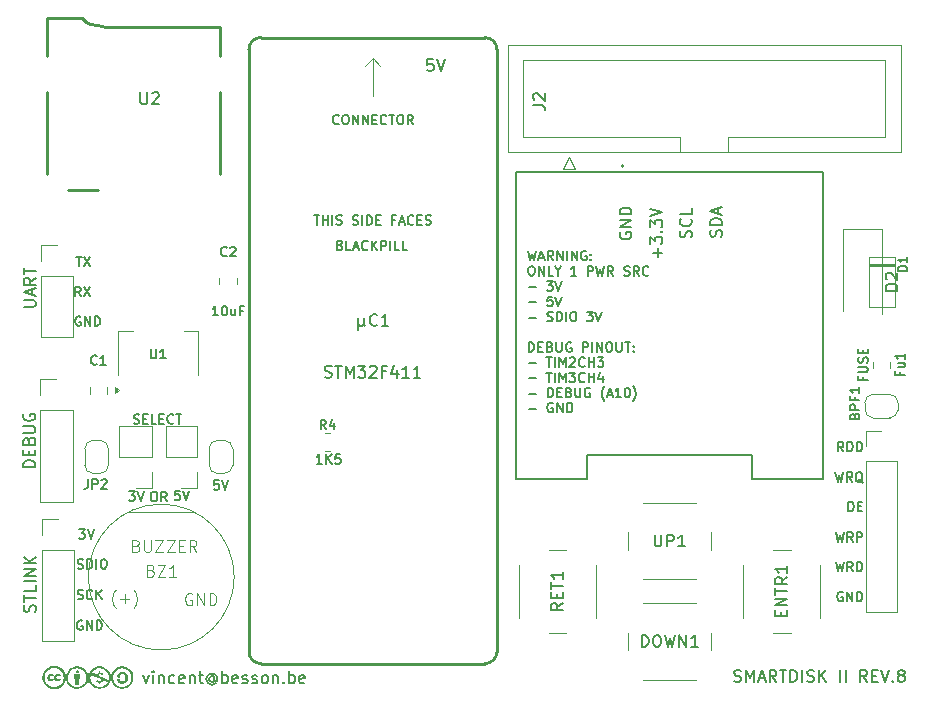
<source format=gbr>
%TF.GenerationSoftware,KiCad,Pcbnew,9.0.3*%
%TF.CreationDate,2025-10-24T12:45:13+02:00*%
%TF.ProjectId,sdiskII_stm32,73646973-6b49-4495-9f73-746d33322e6b,7*%
%TF.SameCoordinates,Original*%
%TF.FileFunction,Legend,Top*%
%TF.FilePolarity,Positive*%
%FSLAX46Y46*%
G04 Gerber Fmt 4.6, Leading zero omitted, Abs format (unit mm)*
G04 Created by KiCad (PCBNEW 9.0.3) date 2025-10-24 12:45:13*
%MOMM*%
%LPD*%
G01*
G04 APERTURE LIST*
%ADD10C,0.160000*%
%ADD11C,0.150000*%
%ADD12C,0.187500*%
%ADD13C,0.100000*%
%ADD14C,0.203200*%
%ADD15C,0.300000*%
%ADD16C,0.120000*%
%ADD17C,0.250000*%
%ADD18C,0.000000*%
%ADD19C,0.127000*%
%ADD20C,0.200000*%
G04 APERTURE END LIST*
D10*
X174789548Y-104134225D02*
X174980024Y-104934225D01*
X174980024Y-104934225D02*
X175132405Y-104362796D01*
X175132405Y-104362796D02*
X175284786Y-104934225D01*
X175284786Y-104934225D02*
X175475263Y-104134225D01*
X175741929Y-104705653D02*
X176122882Y-104705653D01*
X175665739Y-104934225D02*
X175932406Y-104134225D01*
X175932406Y-104134225D02*
X176199072Y-104934225D01*
X176922882Y-104934225D02*
X176656215Y-104553272D01*
X176465739Y-104934225D02*
X176465739Y-104134225D01*
X176465739Y-104134225D02*
X176770501Y-104134225D01*
X176770501Y-104134225D02*
X176846691Y-104172320D01*
X176846691Y-104172320D02*
X176884786Y-104210415D01*
X176884786Y-104210415D02*
X176922882Y-104286606D01*
X176922882Y-104286606D02*
X176922882Y-104400891D01*
X176922882Y-104400891D02*
X176884786Y-104477082D01*
X176884786Y-104477082D02*
X176846691Y-104515177D01*
X176846691Y-104515177D02*
X176770501Y-104553272D01*
X176770501Y-104553272D02*
X176465739Y-104553272D01*
X177265739Y-104934225D02*
X177265739Y-104134225D01*
X177265739Y-104134225D02*
X177722882Y-104934225D01*
X177722882Y-104934225D02*
X177722882Y-104134225D01*
X178103834Y-104934225D02*
X178103834Y-104134225D01*
X178484786Y-104934225D02*
X178484786Y-104134225D01*
X178484786Y-104134225D02*
X178941929Y-104934225D01*
X178941929Y-104934225D02*
X178941929Y-104134225D01*
X179741928Y-104172320D02*
X179665738Y-104134225D01*
X179665738Y-104134225D02*
X179551452Y-104134225D01*
X179551452Y-104134225D02*
X179437166Y-104172320D01*
X179437166Y-104172320D02*
X179360976Y-104248510D01*
X179360976Y-104248510D02*
X179322881Y-104324701D01*
X179322881Y-104324701D02*
X179284785Y-104477082D01*
X179284785Y-104477082D02*
X179284785Y-104591368D01*
X179284785Y-104591368D02*
X179322881Y-104743749D01*
X179322881Y-104743749D02*
X179360976Y-104819939D01*
X179360976Y-104819939D02*
X179437166Y-104896130D01*
X179437166Y-104896130D02*
X179551452Y-104934225D01*
X179551452Y-104934225D02*
X179627643Y-104934225D01*
X179627643Y-104934225D02*
X179741928Y-104896130D01*
X179741928Y-104896130D02*
X179780024Y-104858034D01*
X179780024Y-104858034D02*
X179780024Y-104591368D01*
X179780024Y-104591368D02*
X179627643Y-104591368D01*
X180122881Y-104858034D02*
X180160976Y-104896130D01*
X180160976Y-104896130D02*
X180122881Y-104934225D01*
X180122881Y-104934225D02*
X180084785Y-104896130D01*
X180084785Y-104896130D02*
X180122881Y-104858034D01*
X180122881Y-104858034D02*
X180122881Y-104934225D01*
X180122881Y-104438987D02*
X180160976Y-104477082D01*
X180160976Y-104477082D02*
X180122881Y-104515177D01*
X180122881Y-104515177D02*
X180084785Y-104477082D01*
X180084785Y-104477082D02*
X180122881Y-104438987D01*
X180122881Y-104438987D02*
X180122881Y-104515177D01*
X175018120Y-105422180D02*
X175170501Y-105422180D01*
X175170501Y-105422180D02*
X175246691Y-105460275D01*
X175246691Y-105460275D02*
X175322882Y-105536465D01*
X175322882Y-105536465D02*
X175360977Y-105688846D01*
X175360977Y-105688846D02*
X175360977Y-105955513D01*
X175360977Y-105955513D02*
X175322882Y-106107894D01*
X175322882Y-106107894D02*
X175246691Y-106184085D01*
X175246691Y-106184085D02*
X175170501Y-106222180D01*
X175170501Y-106222180D02*
X175018120Y-106222180D01*
X175018120Y-106222180D02*
X174941929Y-106184085D01*
X174941929Y-106184085D02*
X174865739Y-106107894D01*
X174865739Y-106107894D02*
X174827643Y-105955513D01*
X174827643Y-105955513D02*
X174827643Y-105688846D01*
X174827643Y-105688846D02*
X174865739Y-105536465D01*
X174865739Y-105536465D02*
X174941929Y-105460275D01*
X174941929Y-105460275D02*
X175018120Y-105422180D01*
X175703834Y-106222180D02*
X175703834Y-105422180D01*
X175703834Y-105422180D02*
X176160977Y-106222180D01*
X176160977Y-106222180D02*
X176160977Y-105422180D01*
X176922881Y-106222180D02*
X176541929Y-106222180D01*
X176541929Y-106222180D02*
X176541929Y-105422180D01*
X177341929Y-105841227D02*
X177341929Y-106222180D01*
X177075262Y-105422180D02*
X177341929Y-105841227D01*
X177341929Y-105841227D02*
X177608595Y-105422180D01*
X178903833Y-106222180D02*
X178446690Y-106222180D01*
X178675262Y-106222180D02*
X178675262Y-105422180D01*
X178675262Y-105422180D02*
X178599071Y-105536465D01*
X178599071Y-105536465D02*
X178522881Y-105612656D01*
X178522881Y-105612656D02*
X178446690Y-105650751D01*
X179856215Y-106222180D02*
X179856215Y-105422180D01*
X179856215Y-105422180D02*
X180160977Y-105422180D01*
X180160977Y-105422180D02*
X180237167Y-105460275D01*
X180237167Y-105460275D02*
X180275262Y-105498370D01*
X180275262Y-105498370D02*
X180313358Y-105574561D01*
X180313358Y-105574561D02*
X180313358Y-105688846D01*
X180313358Y-105688846D02*
X180275262Y-105765037D01*
X180275262Y-105765037D02*
X180237167Y-105803132D01*
X180237167Y-105803132D02*
X180160977Y-105841227D01*
X180160977Y-105841227D02*
X179856215Y-105841227D01*
X180580024Y-105422180D02*
X180770500Y-106222180D01*
X180770500Y-106222180D02*
X180922881Y-105650751D01*
X180922881Y-105650751D02*
X181075262Y-106222180D01*
X181075262Y-106222180D02*
X181265739Y-105422180D01*
X182027644Y-106222180D02*
X181760977Y-105841227D01*
X181570501Y-106222180D02*
X181570501Y-105422180D01*
X181570501Y-105422180D02*
X181875263Y-105422180D01*
X181875263Y-105422180D02*
X181951453Y-105460275D01*
X181951453Y-105460275D02*
X181989548Y-105498370D01*
X181989548Y-105498370D02*
X182027644Y-105574561D01*
X182027644Y-105574561D02*
X182027644Y-105688846D01*
X182027644Y-105688846D02*
X181989548Y-105765037D01*
X181989548Y-105765037D02*
X181951453Y-105803132D01*
X181951453Y-105803132D02*
X181875263Y-105841227D01*
X181875263Y-105841227D02*
X181570501Y-105841227D01*
X182941929Y-106184085D02*
X183056215Y-106222180D01*
X183056215Y-106222180D02*
X183246691Y-106222180D01*
X183246691Y-106222180D02*
X183322882Y-106184085D01*
X183322882Y-106184085D02*
X183360977Y-106145989D01*
X183360977Y-106145989D02*
X183399072Y-106069799D01*
X183399072Y-106069799D02*
X183399072Y-105993608D01*
X183399072Y-105993608D02*
X183360977Y-105917418D01*
X183360977Y-105917418D02*
X183322882Y-105879323D01*
X183322882Y-105879323D02*
X183246691Y-105841227D01*
X183246691Y-105841227D02*
X183094310Y-105803132D01*
X183094310Y-105803132D02*
X183018120Y-105765037D01*
X183018120Y-105765037D02*
X182980025Y-105726942D01*
X182980025Y-105726942D02*
X182941929Y-105650751D01*
X182941929Y-105650751D02*
X182941929Y-105574561D01*
X182941929Y-105574561D02*
X182980025Y-105498370D01*
X182980025Y-105498370D02*
X183018120Y-105460275D01*
X183018120Y-105460275D02*
X183094310Y-105422180D01*
X183094310Y-105422180D02*
X183284787Y-105422180D01*
X183284787Y-105422180D02*
X183399072Y-105460275D01*
X184199073Y-106222180D02*
X183932406Y-105841227D01*
X183741930Y-106222180D02*
X183741930Y-105422180D01*
X183741930Y-105422180D02*
X184046692Y-105422180D01*
X184046692Y-105422180D02*
X184122882Y-105460275D01*
X184122882Y-105460275D02*
X184160977Y-105498370D01*
X184160977Y-105498370D02*
X184199073Y-105574561D01*
X184199073Y-105574561D02*
X184199073Y-105688846D01*
X184199073Y-105688846D02*
X184160977Y-105765037D01*
X184160977Y-105765037D02*
X184122882Y-105803132D01*
X184122882Y-105803132D02*
X184046692Y-105841227D01*
X184046692Y-105841227D02*
X183741930Y-105841227D01*
X184999073Y-106145989D02*
X184960977Y-106184085D01*
X184960977Y-106184085D02*
X184846692Y-106222180D01*
X184846692Y-106222180D02*
X184770501Y-106222180D01*
X184770501Y-106222180D02*
X184656215Y-106184085D01*
X184656215Y-106184085D02*
X184580025Y-106107894D01*
X184580025Y-106107894D02*
X184541930Y-106031704D01*
X184541930Y-106031704D02*
X184503834Y-105879323D01*
X184503834Y-105879323D02*
X184503834Y-105765037D01*
X184503834Y-105765037D02*
X184541930Y-105612656D01*
X184541930Y-105612656D02*
X184580025Y-105536465D01*
X184580025Y-105536465D02*
X184656215Y-105460275D01*
X184656215Y-105460275D02*
X184770501Y-105422180D01*
X184770501Y-105422180D02*
X184846692Y-105422180D01*
X184846692Y-105422180D02*
X184960977Y-105460275D01*
X184960977Y-105460275D02*
X184999073Y-105498370D01*
X174865739Y-107205373D02*
X175475263Y-107205373D01*
X176389548Y-106710135D02*
X176884786Y-106710135D01*
X176884786Y-106710135D02*
X176618120Y-107014897D01*
X176618120Y-107014897D02*
X176732405Y-107014897D01*
X176732405Y-107014897D02*
X176808596Y-107052992D01*
X176808596Y-107052992D02*
X176846691Y-107091087D01*
X176846691Y-107091087D02*
X176884786Y-107167278D01*
X176884786Y-107167278D02*
X176884786Y-107357754D01*
X176884786Y-107357754D02*
X176846691Y-107433944D01*
X176846691Y-107433944D02*
X176808596Y-107472040D01*
X176808596Y-107472040D02*
X176732405Y-107510135D01*
X176732405Y-107510135D02*
X176503834Y-107510135D01*
X176503834Y-107510135D02*
X176427643Y-107472040D01*
X176427643Y-107472040D02*
X176389548Y-107433944D01*
X177113358Y-106710135D02*
X177380025Y-107510135D01*
X177380025Y-107510135D02*
X177646691Y-106710135D01*
X174865739Y-108493328D02*
X175475263Y-108493328D01*
X176846691Y-107998090D02*
X176465739Y-107998090D01*
X176465739Y-107998090D02*
X176427643Y-108379042D01*
X176427643Y-108379042D02*
X176465739Y-108340947D01*
X176465739Y-108340947D02*
X176541929Y-108302852D01*
X176541929Y-108302852D02*
X176732405Y-108302852D01*
X176732405Y-108302852D02*
X176808596Y-108340947D01*
X176808596Y-108340947D02*
X176846691Y-108379042D01*
X176846691Y-108379042D02*
X176884786Y-108455233D01*
X176884786Y-108455233D02*
X176884786Y-108645709D01*
X176884786Y-108645709D02*
X176846691Y-108721899D01*
X176846691Y-108721899D02*
X176808596Y-108759995D01*
X176808596Y-108759995D02*
X176732405Y-108798090D01*
X176732405Y-108798090D02*
X176541929Y-108798090D01*
X176541929Y-108798090D02*
X176465739Y-108759995D01*
X176465739Y-108759995D02*
X176427643Y-108721899D01*
X177113358Y-107998090D02*
X177380025Y-108798090D01*
X177380025Y-108798090D02*
X177646691Y-107998090D01*
X174865739Y-109781283D02*
X175475263Y-109781283D01*
X176427643Y-110047950D02*
X176541929Y-110086045D01*
X176541929Y-110086045D02*
X176732405Y-110086045D01*
X176732405Y-110086045D02*
X176808596Y-110047950D01*
X176808596Y-110047950D02*
X176846691Y-110009854D01*
X176846691Y-110009854D02*
X176884786Y-109933664D01*
X176884786Y-109933664D02*
X176884786Y-109857473D01*
X176884786Y-109857473D02*
X176846691Y-109781283D01*
X176846691Y-109781283D02*
X176808596Y-109743188D01*
X176808596Y-109743188D02*
X176732405Y-109705092D01*
X176732405Y-109705092D02*
X176580024Y-109666997D01*
X176580024Y-109666997D02*
X176503834Y-109628902D01*
X176503834Y-109628902D02*
X176465739Y-109590807D01*
X176465739Y-109590807D02*
X176427643Y-109514616D01*
X176427643Y-109514616D02*
X176427643Y-109438426D01*
X176427643Y-109438426D02*
X176465739Y-109362235D01*
X176465739Y-109362235D02*
X176503834Y-109324140D01*
X176503834Y-109324140D02*
X176580024Y-109286045D01*
X176580024Y-109286045D02*
X176770501Y-109286045D01*
X176770501Y-109286045D02*
X176884786Y-109324140D01*
X177227644Y-110086045D02*
X177227644Y-109286045D01*
X177227644Y-109286045D02*
X177418120Y-109286045D01*
X177418120Y-109286045D02*
X177532406Y-109324140D01*
X177532406Y-109324140D02*
X177608596Y-109400330D01*
X177608596Y-109400330D02*
X177646691Y-109476521D01*
X177646691Y-109476521D02*
X177684787Y-109628902D01*
X177684787Y-109628902D02*
X177684787Y-109743188D01*
X177684787Y-109743188D02*
X177646691Y-109895569D01*
X177646691Y-109895569D02*
X177608596Y-109971759D01*
X177608596Y-109971759D02*
X177532406Y-110047950D01*
X177532406Y-110047950D02*
X177418120Y-110086045D01*
X177418120Y-110086045D02*
X177227644Y-110086045D01*
X178027644Y-110086045D02*
X178027644Y-109286045D01*
X178560977Y-109286045D02*
X178713358Y-109286045D01*
X178713358Y-109286045D02*
X178789548Y-109324140D01*
X178789548Y-109324140D02*
X178865739Y-109400330D01*
X178865739Y-109400330D02*
X178903834Y-109552711D01*
X178903834Y-109552711D02*
X178903834Y-109819378D01*
X178903834Y-109819378D02*
X178865739Y-109971759D01*
X178865739Y-109971759D02*
X178789548Y-110047950D01*
X178789548Y-110047950D02*
X178713358Y-110086045D01*
X178713358Y-110086045D02*
X178560977Y-110086045D01*
X178560977Y-110086045D02*
X178484786Y-110047950D01*
X178484786Y-110047950D02*
X178408596Y-109971759D01*
X178408596Y-109971759D02*
X178370500Y-109819378D01*
X178370500Y-109819378D02*
X178370500Y-109552711D01*
X178370500Y-109552711D02*
X178408596Y-109400330D01*
X178408596Y-109400330D02*
X178484786Y-109324140D01*
X178484786Y-109324140D02*
X178560977Y-109286045D01*
X179780024Y-109286045D02*
X180275262Y-109286045D01*
X180275262Y-109286045D02*
X180008596Y-109590807D01*
X180008596Y-109590807D02*
X180122881Y-109590807D01*
X180122881Y-109590807D02*
X180199072Y-109628902D01*
X180199072Y-109628902D02*
X180237167Y-109666997D01*
X180237167Y-109666997D02*
X180275262Y-109743188D01*
X180275262Y-109743188D02*
X180275262Y-109933664D01*
X180275262Y-109933664D02*
X180237167Y-110009854D01*
X180237167Y-110009854D02*
X180199072Y-110047950D01*
X180199072Y-110047950D02*
X180122881Y-110086045D01*
X180122881Y-110086045D02*
X179894310Y-110086045D01*
X179894310Y-110086045D02*
X179818119Y-110047950D01*
X179818119Y-110047950D02*
X179780024Y-110009854D01*
X180503834Y-109286045D02*
X180770501Y-110086045D01*
X180770501Y-110086045D02*
X181037167Y-109286045D01*
X174865739Y-112661955D02*
X174865739Y-111861955D01*
X174865739Y-111861955D02*
X175056215Y-111861955D01*
X175056215Y-111861955D02*
X175170501Y-111900050D01*
X175170501Y-111900050D02*
X175246691Y-111976240D01*
X175246691Y-111976240D02*
X175284786Y-112052431D01*
X175284786Y-112052431D02*
X175322882Y-112204812D01*
X175322882Y-112204812D02*
X175322882Y-112319098D01*
X175322882Y-112319098D02*
X175284786Y-112471479D01*
X175284786Y-112471479D02*
X175246691Y-112547669D01*
X175246691Y-112547669D02*
X175170501Y-112623860D01*
X175170501Y-112623860D02*
X175056215Y-112661955D01*
X175056215Y-112661955D02*
X174865739Y-112661955D01*
X175665739Y-112242907D02*
X175932405Y-112242907D01*
X176046691Y-112661955D02*
X175665739Y-112661955D01*
X175665739Y-112661955D02*
X175665739Y-111861955D01*
X175665739Y-111861955D02*
X176046691Y-111861955D01*
X176656215Y-112242907D02*
X176770501Y-112281002D01*
X176770501Y-112281002D02*
X176808596Y-112319098D01*
X176808596Y-112319098D02*
X176846692Y-112395288D01*
X176846692Y-112395288D02*
X176846692Y-112509574D01*
X176846692Y-112509574D02*
X176808596Y-112585764D01*
X176808596Y-112585764D02*
X176770501Y-112623860D01*
X176770501Y-112623860D02*
X176694311Y-112661955D01*
X176694311Y-112661955D02*
X176389549Y-112661955D01*
X176389549Y-112661955D02*
X176389549Y-111861955D01*
X176389549Y-111861955D02*
X176656215Y-111861955D01*
X176656215Y-111861955D02*
X176732406Y-111900050D01*
X176732406Y-111900050D02*
X176770501Y-111938145D01*
X176770501Y-111938145D02*
X176808596Y-112014336D01*
X176808596Y-112014336D02*
X176808596Y-112090526D01*
X176808596Y-112090526D02*
X176770501Y-112166717D01*
X176770501Y-112166717D02*
X176732406Y-112204812D01*
X176732406Y-112204812D02*
X176656215Y-112242907D01*
X176656215Y-112242907D02*
X176389549Y-112242907D01*
X177189549Y-111861955D02*
X177189549Y-112509574D01*
X177189549Y-112509574D02*
X177227644Y-112585764D01*
X177227644Y-112585764D02*
X177265739Y-112623860D01*
X177265739Y-112623860D02*
X177341930Y-112661955D01*
X177341930Y-112661955D02*
X177494311Y-112661955D01*
X177494311Y-112661955D02*
X177570501Y-112623860D01*
X177570501Y-112623860D02*
X177608596Y-112585764D01*
X177608596Y-112585764D02*
X177646692Y-112509574D01*
X177646692Y-112509574D02*
X177646692Y-111861955D01*
X178446691Y-111900050D02*
X178370501Y-111861955D01*
X178370501Y-111861955D02*
X178256215Y-111861955D01*
X178256215Y-111861955D02*
X178141929Y-111900050D01*
X178141929Y-111900050D02*
X178065739Y-111976240D01*
X178065739Y-111976240D02*
X178027644Y-112052431D01*
X178027644Y-112052431D02*
X177989548Y-112204812D01*
X177989548Y-112204812D02*
X177989548Y-112319098D01*
X177989548Y-112319098D02*
X178027644Y-112471479D01*
X178027644Y-112471479D02*
X178065739Y-112547669D01*
X178065739Y-112547669D02*
X178141929Y-112623860D01*
X178141929Y-112623860D02*
X178256215Y-112661955D01*
X178256215Y-112661955D02*
X178332406Y-112661955D01*
X178332406Y-112661955D02*
X178446691Y-112623860D01*
X178446691Y-112623860D02*
X178484787Y-112585764D01*
X178484787Y-112585764D02*
X178484787Y-112319098D01*
X178484787Y-112319098D02*
X178332406Y-112319098D01*
X179437168Y-112661955D02*
X179437168Y-111861955D01*
X179437168Y-111861955D02*
X179741930Y-111861955D01*
X179741930Y-111861955D02*
X179818120Y-111900050D01*
X179818120Y-111900050D02*
X179856215Y-111938145D01*
X179856215Y-111938145D02*
X179894311Y-112014336D01*
X179894311Y-112014336D02*
X179894311Y-112128621D01*
X179894311Y-112128621D02*
X179856215Y-112204812D01*
X179856215Y-112204812D02*
X179818120Y-112242907D01*
X179818120Y-112242907D02*
X179741930Y-112281002D01*
X179741930Y-112281002D02*
X179437168Y-112281002D01*
X180237168Y-112661955D02*
X180237168Y-111861955D01*
X180618120Y-112661955D02*
X180618120Y-111861955D01*
X180618120Y-111861955D02*
X181075263Y-112661955D01*
X181075263Y-112661955D02*
X181075263Y-111861955D01*
X181608596Y-111861955D02*
X181760977Y-111861955D01*
X181760977Y-111861955D02*
X181837167Y-111900050D01*
X181837167Y-111900050D02*
X181913358Y-111976240D01*
X181913358Y-111976240D02*
X181951453Y-112128621D01*
X181951453Y-112128621D02*
X181951453Y-112395288D01*
X181951453Y-112395288D02*
X181913358Y-112547669D01*
X181913358Y-112547669D02*
X181837167Y-112623860D01*
X181837167Y-112623860D02*
X181760977Y-112661955D01*
X181760977Y-112661955D02*
X181608596Y-112661955D01*
X181608596Y-112661955D02*
X181532405Y-112623860D01*
X181532405Y-112623860D02*
X181456215Y-112547669D01*
X181456215Y-112547669D02*
X181418119Y-112395288D01*
X181418119Y-112395288D02*
X181418119Y-112128621D01*
X181418119Y-112128621D02*
X181456215Y-111976240D01*
X181456215Y-111976240D02*
X181532405Y-111900050D01*
X181532405Y-111900050D02*
X181608596Y-111861955D01*
X182294310Y-111861955D02*
X182294310Y-112509574D01*
X182294310Y-112509574D02*
X182332405Y-112585764D01*
X182332405Y-112585764D02*
X182370500Y-112623860D01*
X182370500Y-112623860D02*
X182446691Y-112661955D01*
X182446691Y-112661955D02*
X182599072Y-112661955D01*
X182599072Y-112661955D02*
X182675262Y-112623860D01*
X182675262Y-112623860D02*
X182713357Y-112585764D01*
X182713357Y-112585764D02*
X182751453Y-112509574D01*
X182751453Y-112509574D02*
X182751453Y-111861955D01*
X183018119Y-111861955D02*
X183475262Y-111861955D01*
X183246690Y-112661955D02*
X183246690Y-111861955D01*
X183741929Y-112585764D02*
X183780024Y-112623860D01*
X183780024Y-112623860D02*
X183741929Y-112661955D01*
X183741929Y-112661955D02*
X183703833Y-112623860D01*
X183703833Y-112623860D02*
X183741929Y-112585764D01*
X183741929Y-112585764D02*
X183741929Y-112661955D01*
X183741929Y-112166717D02*
X183780024Y-112204812D01*
X183780024Y-112204812D02*
X183741929Y-112242907D01*
X183741929Y-112242907D02*
X183703833Y-112204812D01*
X183703833Y-112204812D02*
X183741929Y-112166717D01*
X183741929Y-112166717D02*
X183741929Y-112242907D01*
X174865739Y-113645148D02*
X175475263Y-113645148D01*
X176351453Y-113149910D02*
X176808596Y-113149910D01*
X176580024Y-113949910D02*
X176580024Y-113149910D01*
X177075263Y-113949910D02*
X177075263Y-113149910D01*
X177456215Y-113949910D02*
X177456215Y-113149910D01*
X177456215Y-113149910D02*
X177722881Y-113721338D01*
X177722881Y-113721338D02*
X177989548Y-113149910D01*
X177989548Y-113149910D02*
X177989548Y-113949910D01*
X178332405Y-113226100D02*
X178370501Y-113188005D01*
X178370501Y-113188005D02*
X178446691Y-113149910D01*
X178446691Y-113149910D02*
X178637167Y-113149910D01*
X178637167Y-113149910D02*
X178713358Y-113188005D01*
X178713358Y-113188005D02*
X178751453Y-113226100D01*
X178751453Y-113226100D02*
X178789548Y-113302291D01*
X178789548Y-113302291D02*
X178789548Y-113378481D01*
X178789548Y-113378481D02*
X178751453Y-113492767D01*
X178751453Y-113492767D02*
X178294310Y-113949910D01*
X178294310Y-113949910D02*
X178789548Y-113949910D01*
X179589549Y-113873719D02*
X179551453Y-113911815D01*
X179551453Y-113911815D02*
X179437168Y-113949910D01*
X179437168Y-113949910D02*
X179360977Y-113949910D01*
X179360977Y-113949910D02*
X179246691Y-113911815D01*
X179246691Y-113911815D02*
X179170501Y-113835624D01*
X179170501Y-113835624D02*
X179132406Y-113759434D01*
X179132406Y-113759434D02*
X179094310Y-113607053D01*
X179094310Y-113607053D02*
X179094310Y-113492767D01*
X179094310Y-113492767D02*
X179132406Y-113340386D01*
X179132406Y-113340386D02*
X179170501Y-113264195D01*
X179170501Y-113264195D02*
X179246691Y-113188005D01*
X179246691Y-113188005D02*
X179360977Y-113149910D01*
X179360977Y-113149910D02*
X179437168Y-113149910D01*
X179437168Y-113149910D02*
X179551453Y-113188005D01*
X179551453Y-113188005D02*
X179589549Y-113226100D01*
X179932406Y-113949910D02*
X179932406Y-113149910D01*
X179932406Y-113530862D02*
X180389549Y-113530862D01*
X180389549Y-113949910D02*
X180389549Y-113149910D01*
X180694310Y-113149910D02*
X181189548Y-113149910D01*
X181189548Y-113149910D02*
X180922882Y-113454672D01*
X180922882Y-113454672D02*
X181037167Y-113454672D01*
X181037167Y-113454672D02*
X181113358Y-113492767D01*
X181113358Y-113492767D02*
X181151453Y-113530862D01*
X181151453Y-113530862D02*
X181189548Y-113607053D01*
X181189548Y-113607053D02*
X181189548Y-113797529D01*
X181189548Y-113797529D02*
X181151453Y-113873719D01*
X181151453Y-113873719D02*
X181113358Y-113911815D01*
X181113358Y-113911815D02*
X181037167Y-113949910D01*
X181037167Y-113949910D02*
X180808596Y-113949910D01*
X180808596Y-113949910D02*
X180732405Y-113911815D01*
X180732405Y-113911815D02*
X180694310Y-113873719D01*
X174865739Y-114933103D02*
X175475263Y-114933103D01*
X176351453Y-114437865D02*
X176808596Y-114437865D01*
X176580024Y-115237865D02*
X176580024Y-114437865D01*
X177075263Y-115237865D02*
X177075263Y-114437865D01*
X177456215Y-115237865D02*
X177456215Y-114437865D01*
X177456215Y-114437865D02*
X177722881Y-115009293D01*
X177722881Y-115009293D02*
X177989548Y-114437865D01*
X177989548Y-114437865D02*
X177989548Y-115237865D01*
X178294310Y-114437865D02*
X178789548Y-114437865D01*
X178789548Y-114437865D02*
X178522882Y-114742627D01*
X178522882Y-114742627D02*
X178637167Y-114742627D01*
X178637167Y-114742627D02*
X178713358Y-114780722D01*
X178713358Y-114780722D02*
X178751453Y-114818817D01*
X178751453Y-114818817D02*
X178789548Y-114895008D01*
X178789548Y-114895008D02*
X178789548Y-115085484D01*
X178789548Y-115085484D02*
X178751453Y-115161674D01*
X178751453Y-115161674D02*
X178713358Y-115199770D01*
X178713358Y-115199770D02*
X178637167Y-115237865D01*
X178637167Y-115237865D02*
X178408596Y-115237865D01*
X178408596Y-115237865D02*
X178332405Y-115199770D01*
X178332405Y-115199770D02*
X178294310Y-115161674D01*
X179589549Y-115161674D02*
X179551453Y-115199770D01*
X179551453Y-115199770D02*
X179437168Y-115237865D01*
X179437168Y-115237865D02*
X179360977Y-115237865D01*
X179360977Y-115237865D02*
X179246691Y-115199770D01*
X179246691Y-115199770D02*
X179170501Y-115123579D01*
X179170501Y-115123579D02*
X179132406Y-115047389D01*
X179132406Y-115047389D02*
X179094310Y-114895008D01*
X179094310Y-114895008D02*
X179094310Y-114780722D01*
X179094310Y-114780722D02*
X179132406Y-114628341D01*
X179132406Y-114628341D02*
X179170501Y-114552150D01*
X179170501Y-114552150D02*
X179246691Y-114475960D01*
X179246691Y-114475960D02*
X179360977Y-114437865D01*
X179360977Y-114437865D02*
X179437168Y-114437865D01*
X179437168Y-114437865D02*
X179551453Y-114475960D01*
X179551453Y-114475960D02*
X179589549Y-114514055D01*
X179932406Y-115237865D02*
X179932406Y-114437865D01*
X179932406Y-114818817D02*
X180389549Y-114818817D01*
X180389549Y-115237865D02*
X180389549Y-114437865D01*
X181113358Y-114704531D02*
X181113358Y-115237865D01*
X180922882Y-114399770D02*
X180732405Y-114971198D01*
X180732405Y-114971198D02*
X181227644Y-114971198D01*
X174865739Y-116221058D02*
X175475263Y-116221058D01*
X176465739Y-116525820D02*
X176465739Y-115725820D01*
X176465739Y-115725820D02*
X176656215Y-115725820D01*
X176656215Y-115725820D02*
X176770501Y-115763915D01*
X176770501Y-115763915D02*
X176846691Y-115840105D01*
X176846691Y-115840105D02*
X176884786Y-115916296D01*
X176884786Y-115916296D02*
X176922882Y-116068677D01*
X176922882Y-116068677D02*
X176922882Y-116182963D01*
X176922882Y-116182963D02*
X176884786Y-116335344D01*
X176884786Y-116335344D02*
X176846691Y-116411534D01*
X176846691Y-116411534D02*
X176770501Y-116487725D01*
X176770501Y-116487725D02*
X176656215Y-116525820D01*
X176656215Y-116525820D02*
X176465739Y-116525820D01*
X177265739Y-116106772D02*
X177532405Y-116106772D01*
X177646691Y-116525820D02*
X177265739Y-116525820D01*
X177265739Y-116525820D02*
X177265739Y-115725820D01*
X177265739Y-115725820D02*
X177646691Y-115725820D01*
X178256215Y-116106772D02*
X178370501Y-116144867D01*
X178370501Y-116144867D02*
X178408596Y-116182963D01*
X178408596Y-116182963D02*
X178446692Y-116259153D01*
X178446692Y-116259153D02*
X178446692Y-116373439D01*
X178446692Y-116373439D02*
X178408596Y-116449629D01*
X178408596Y-116449629D02*
X178370501Y-116487725D01*
X178370501Y-116487725D02*
X178294311Y-116525820D01*
X178294311Y-116525820D02*
X177989549Y-116525820D01*
X177989549Y-116525820D02*
X177989549Y-115725820D01*
X177989549Y-115725820D02*
X178256215Y-115725820D01*
X178256215Y-115725820D02*
X178332406Y-115763915D01*
X178332406Y-115763915D02*
X178370501Y-115802010D01*
X178370501Y-115802010D02*
X178408596Y-115878201D01*
X178408596Y-115878201D02*
X178408596Y-115954391D01*
X178408596Y-115954391D02*
X178370501Y-116030582D01*
X178370501Y-116030582D02*
X178332406Y-116068677D01*
X178332406Y-116068677D02*
X178256215Y-116106772D01*
X178256215Y-116106772D02*
X177989549Y-116106772D01*
X178789549Y-115725820D02*
X178789549Y-116373439D01*
X178789549Y-116373439D02*
X178827644Y-116449629D01*
X178827644Y-116449629D02*
X178865739Y-116487725D01*
X178865739Y-116487725D02*
X178941930Y-116525820D01*
X178941930Y-116525820D02*
X179094311Y-116525820D01*
X179094311Y-116525820D02*
X179170501Y-116487725D01*
X179170501Y-116487725D02*
X179208596Y-116449629D01*
X179208596Y-116449629D02*
X179246692Y-116373439D01*
X179246692Y-116373439D02*
X179246692Y-115725820D01*
X180046691Y-115763915D02*
X179970501Y-115725820D01*
X179970501Y-115725820D02*
X179856215Y-115725820D01*
X179856215Y-115725820D02*
X179741929Y-115763915D01*
X179741929Y-115763915D02*
X179665739Y-115840105D01*
X179665739Y-115840105D02*
X179627644Y-115916296D01*
X179627644Y-115916296D02*
X179589548Y-116068677D01*
X179589548Y-116068677D02*
X179589548Y-116182963D01*
X179589548Y-116182963D02*
X179627644Y-116335344D01*
X179627644Y-116335344D02*
X179665739Y-116411534D01*
X179665739Y-116411534D02*
X179741929Y-116487725D01*
X179741929Y-116487725D02*
X179856215Y-116525820D01*
X179856215Y-116525820D02*
X179932406Y-116525820D01*
X179932406Y-116525820D02*
X180046691Y-116487725D01*
X180046691Y-116487725D02*
X180084787Y-116449629D01*
X180084787Y-116449629D02*
X180084787Y-116182963D01*
X180084787Y-116182963D02*
X179932406Y-116182963D01*
X181265739Y-116830582D02*
X181227644Y-116792486D01*
X181227644Y-116792486D02*
X181151453Y-116678201D01*
X181151453Y-116678201D02*
X181113358Y-116602010D01*
X181113358Y-116602010D02*
X181075263Y-116487725D01*
X181075263Y-116487725D02*
X181037168Y-116297248D01*
X181037168Y-116297248D02*
X181037168Y-116144867D01*
X181037168Y-116144867D02*
X181075263Y-115954391D01*
X181075263Y-115954391D02*
X181113358Y-115840105D01*
X181113358Y-115840105D02*
X181151453Y-115763915D01*
X181151453Y-115763915D02*
X181227644Y-115649629D01*
X181227644Y-115649629D02*
X181265739Y-115611534D01*
X181532405Y-116297248D02*
X181913358Y-116297248D01*
X181456215Y-116525820D02*
X181722882Y-115725820D01*
X181722882Y-115725820D02*
X181989548Y-116525820D01*
X182675262Y-116525820D02*
X182218119Y-116525820D01*
X182446691Y-116525820D02*
X182446691Y-115725820D01*
X182446691Y-115725820D02*
X182370500Y-115840105D01*
X182370500Y-115840105D02*
X182294310Y-115916296D01*
X182294310Y-115916296D02*
X182218119Y-115954391D01*
X183170501Y-115725820D02*
X183246691Y-115725820D01*
X183246691Y-115725820D02*
X183322882Y-115763915D01*
X183322882Y-115763915D02*
X183360977Y-115802010D01*
X183360977Y-115802010D02*
X183399072Y-115878201D01*
X183399072Y-115878201D02*
X183437167Y-116030582D01*
X183437167Y-116030582D02*
X183437167Y-116221058D01*
X183437167Y-116221058D02*
X183399072Y-116373439D01*
X183399072Y-116373439D02*
X183360977Y-116449629D01*
X183360977Y-116449629D02*
X183322882Y-116487725D01*
X183322882Y-116487725D02*
X183246691Y-116525820D01*
X183246691Y-116525820D02*
X183170501Y-116525820D01*
X183170501Y-116525820D02*
X183094310Y-116487725D01*
X183094310Y-116487725D02*
X183056215Y-116449629D01*
X183056215Y-116449629D02*
X183018120Y-116373439D01*
X183018120Y-116373439D02*
X182980024Y-116221058D01*
X182980024Y-116221058D02*
X182980024Y-116030582D01*
X182980024Y-116030582D02*
X183018120Y-115878201D01*
X183018120Y-115878201D02*
X183056215Y-115802010D01*
X183056215Y-115802010D02*
X183094310Y-115763915D01*
X183094310Y-115763915D02*
X183170501Y-115725820D01*
X183703834Y-116830582D02*
X183741929Y-116792486D01*
X183741929Y-116792486D02*
X183818120Y-116678201D01*
X183818120Y-116678201D02*
X183856215Y-116602010D01*
X183856215Y-116602010D02*
X183894310Y-116487725D01*
X183894310Y-116487725D02*
X183932406Y-116297248D01*
X183932406Y-116297248D02*
X183932406Y-116144867D01*
X183932406Y-116144867D02*
X183894310Y-115954391D01*
X183894310Y-115954391D02*
X183856215Y-115840105D01*
X183856215Y-115840105D02*
X183818120Y-115763915D01*
X183818120Y-115763915D02*
X183741929Y-115649629D01*
X183741929Y-115649629D02*
X183703834Y-115611534D01*
X174865739Y-117509013D02*
X175475263Y-117509013D01*
X176884786Y-117051870D02*
X176808596Y-117013775D01*
X176808596Y-117013775D02*
X176694310Y-117013775D01*
X176694310Y-117013775D02*
X176580024Y-117051870D01*
X176580024Y-117051870D02*
X176503834Y-117128060D01*
X176503834Y-117128060D02*
X176465739Y-117204251D01*
X176465739Y-117204251D02*
X176427643Y-117356632D01*
X176427643Y-117356632D02*
X176427643Y-117470918D01*
X176427643Y-117470918D02*
X176465739Y-117623299D01*
X176465739Y-117623299D02*
X176503834Y-117699489D01*
X176503834Y-117699489D02*
X176580024Y-117775680D01*
X176580024Y-117775680D02*
X176694310Y-117813775D01*
X176694310Y-117813775D02*
X176770501Y-117813775D01*
X176770501Y-117813775D02*
X176884786Y-117775680D01*
X176884786Y-117775680D02*
X176922882Y-117737584D01*
X176922882Y-117737584D02*
X176922882Y-117470918D01*
X176922882Y-117470918D02*
X176770501Y-117470918D01*
X177265739Y-117813775D02*
X177265739Y-117013775D01*
X177265739Y-117013775D02*
X177722882Y-117813775D01*
X177722882Y-117813775D02*
X177722882Y-117013775D01*
X178103834Y-117813775D02*
X178103834Y-117013775D01*
X178103834Y-117013775D02*
X178294310Y-117013775D01*
X178294310Y-117013775D02*
X178408596Y-117051870D01*
X178408596Y-117051870D02*
X178484786Y-117128060D01*
X178484786Y-117128060D02*
X178522881Y-117204251D01*
X178522881Y-117204251D02*
X178560977Y-117356632D01*
X178560977Y-117356632D02*
X178560977Y-117470918D01*
X178560977Y-117470918D02*
X178522881Y-117623299D01*
X178522881Y-117623299D02*
X178484786Y-117699489D01*
X178484786Y-117699489D02*
X178408596Y-117775680D01*
X178408596Y-117775680D02*
X178294310Y-117813775D01*
X178294310Y-117813775D02*
X178103834Y-117813775D01*
D11*
X141419046Y-118724200D02*
X141533332Y-118762295D01*
X141533332Y-118762295D02*
X141723808Y-118762295D01*
X141723808Y-118762295D02*
X141799999Y-118724200D01*
X141799999Y-118724200D02*
X141838094Y-118686104D01*
X141838094Y-118686104D02*
X141876189Y-118609914D01*
X141876189Y-118609914D02*
X141876189Y-118533723D01*
X141876189Y-118533723D02*
X141838094Y-118457533D01*
X141838094Y-118457533D02*
X141799999Y-118419438D01*
X141799999Y-118419438D02*
X141723808Y-118381342D01*
X141723808Y-118381342D02*
X141571427Y-118343247D01*
X141571427Y-118343247D02*
X141495237Y-118305152D01*
X141495237Y-118305152D02*
X141457142Y-118267057D01*
X141457142Y-118267057D02*
X141419046Y-118190866D01*
X141419046Y-118190866D02*
X141419046Y-118114676D01*
X141419046Y-118114676D02*
X141457142Y-118038485D01*
X141457142Y-118038485D02*
X141495237Y-118000390D01*
X141495237Y-118000390D02*
X141571427Y-117962295D01*
X141571427Y-117962295D02*
X141761904Y-117962295D01*
X141761904Y-117962295D02*
X141876189Y-118000390D01*
X142219047Y-118343247D02*
X142485713Y-118343247D01*
X142599999Y-118762295D02*
X142219047Y-118762295D01*
X142219047Y-118762295D02*
X142219047Y-117962295D01*
X142219047Y-117962295D02*
X142599999Y-117962295D01*
X143323809Y-118762295D02*
X142942857Y-118762295D01*
X142942857Y-118762295D02*
X142942857Y-117962295D01*
X143590476Y-118343247D02*
X143857142Y-118343247D01*
X143971428Y-118762295D02*
X143590476Y-118762295D01*
X143590476Y-118762295D02*
X143590476Y-117962295D01*
X143590476Y-117962295D02*
X143971428Y-117962295D01*
X144771429Y-118686104D02*
X144733333Y-118724200D01*
X144733333Y-118724200D02*
X144619048Y-118762295D01*
X144619048Y-118762295D02*
X144542857Y-118762295D01*
X144542857Y-118762295D02*
X144428571Y-118724200D01*
X144428571Y-118724200D02*
X144352381Y-118648009D01*
X144352381Y-118648009D02*
X144314286Y-118571819D01*
X144314286Y-118571819D02*
X144276190Y-118419438D01*
X144276190Y-118419438D02*
X144276190Y-118305152D01*
X144276190Y-118305152D02*
X144314286Y-118152771D01*
X144314286Y-118152771D02*
X144352381Y-118076580D01*
X144352381Y-118076580D02*
X144428571Y-118000390D01*
X144428571Y-118000390D02*
X144542857Y-117962295D01*
X144542857Y-117962295D02*
X144619048Y-117962295D01*
X144619048Y-117962295D02*
X144733333Y-118000390D01*
X144733333Y-118000390D02*
X144771429Y-118038485D01*
X145000000Y-117962295D02*
X145457143Y-117962295D01*
X145228571Y-118762295D02*
X145228571Y-117962295D01*
D12*
X137052878Y-135460440D02*
X136976688Y-135422345D01*
X136976688Y-135422345D02*
X136862402Y-135422345D01*
X136862402Y-135422345D02*
X136748116Y-135460440D01*
X136748116Y-135460440D02*
X136671926Y-135536630D01*
X136671926Y-135536630D02*
X136633831Y-135612821D01*
X136633831Y-135612821D02*
X136595735Y-135765202D01*
X136595735Y-135765202D02*
X136595735Y-135879488D01*
X136595735Y-135879488D02*
X136633831Y-136031869D01*
X136633831Y-136031869D02*
X136671926Y-136108059D01*
X136671926Y-136108059D02*
X136748116Y-136184250D01*
X136748116Y-136184250D02*
X136862402Y-136222345D01*
X136862402Y-136222345D02*
X136938593Y-136222345D01*
X136938593Y-136222345D02*
X137052878Y-136184250D01*
X137052878Y-136184250D02*
X137090974Y-136146154D01*
X137090974Y-136146154D02*
X137090974Y-135879488D01*
X137090974Y-135879488D02*
X136938593Y-135879488D01*
X137433831Y-136222345D02*
X137433831Y-135422345D01*
X137433831Y-135422345D02*
X137890974Y-136222345D01*
X137890974Y-136222345D02*
X137890974Y-135422345D01*
X138271926Y-136222345D02*
X138271926Y-135422345D01*
X138271926Y-135422345D02*
X138462402Y-135422345D01*
X138462402Y-135422345D02*
X138576688Y-135460440D01*
X138576688Y-135460440D02*
X138652878Y-135536630D01*
X138652878Y-135536630D02*
X138690973Y-135612821D01*
X138690973Y-135612821D02*
X138729069Y-135765202D01*
X138729069Y-135765202D02*
X138729069Y-135879488D01*
X138729069Y-135879488D02*
X138690973Y-136031869D01*
X138690973Y-136031869D02*
X138652878Y-136108059D01*
X138652878Y-136108059D02*
X138576688Y-136184250D01*
X138576688Y-136184250D02*
X138462402Y-136222345D01*
X138462402Y-136222345D02*
X138271926Y-136222345D01*
X182605488Y-102564740D02*
X182557869Y-102659978D01*
X182557869Y-102659978D02*
X182557869Y-102802835D01*
X182557869Y-102802835D02*
X182605488Y-102945692D01*
X182605488Y-102945692D02*
X182700726Y-103040930D01*
X182700726Y-103040930D02*
X182795964Y-103088549D01*
X182795964Y-103088549D02*
X182986440Y-103136168D01*
X182986440Y-103136168D02*
X183129297Y-103136168D01*
X183129297Y-103136168D02*
X183319773Y-103088549D01*
X183319773Y-103088549D02*
X183415011Y-103040930D01*
X183415011Y-103040930D02*
X183510250Y-102945692D01*
X183510250Y-102945692D02*
X183557869Y-102802835D01*
X183557869Y-102802835D02*
X183557869Y-102707597D01*
X183557869Y-102707597D02*
X183510250Y-102564740D01*
X183510250Y-102564740D02*
X183462630Y-102517121D01*
X183462630Y-102517121D02*
X183129297Y-102517121D01*
X183129297Y-102517121D02*
X183129297Y-102707597D01*
X183557869Y-102088549D02*
X182557869Y-102088549D01*
X182557869Y-102088549D02*
X183557869Y-101517121D01*
X183557869Y-101517121D02*
X182557869Y-101517121D01*
X183557869Y-101040930D02*
X182557869Y-101040930D01*
X182557869Y-101040930D02*
X182557869Y-100802835D01*
X182557869Y-100802835D02*
X182605488Y-100659978D01*
X182605488Y-100659978D02*
X182700726Y-100564740D01*
X182700726Y-100564740D02*
X182795964Y-100517121D01*
X182795964Y-100517121D02*
X182986440Y-100469502D01*
X182986440Y-100469502D02*
X183129297Y-100469502D01*
X183129297Y-100469502D02*
X183319773Y-100517121D01*
X183319773Y-100517121D02*
X183415011Y-100564740D01*
X183415011Y-100564740D02*
X183510250Y-100659978D01*
X183510250Y-100659978D02*
X183557869Y-100802835D01*
X183557869Y-100802835D02*
X183557869Y-101040930D01*
X200823354Y-122892345D02*
X201013830Y-123692345D01*
X201013830Y-123692345D02*
X201166211Y-123120916D01*
X201166211Y-123120916D02*
X201318592Y-123692345D01*
X201318592Y-123692345D02*
X201509069Y-122892345D01*
X202270974Y-123692345D02*
X202004307Y-123311392D01*
X201813831Y-123692345D02*
X201813831Y-122892345D01*
X201813831Y-122892345D02*
X202118593Y-122892345D01*
X202118593Y-122892345D02*
X202194783Y-122930440D01*
X202194783Y-122930440D02*
X202232878Y-122968535D01*
X202232878Y-122968535D02*
X202270974Y-123044726D01*
X202270974Y-123044726D02*
X202270974Y-123159011D01*
X202270974Y-123159011D02*
X202232878Y-123235202D01*
X202232878Y-123235202D02*
X202194783Y-123273297D01*
X202194783Y-123273297D02*
X202118593Y-123311392D01*
X202118593Y-123311392D02*
X201813831Y-123311392D01*
X203147164Y-123768535D02*
X203070974Y-123730440D01*
X203070974Y-123730440D02*
X202994783Y-123654250D01*
X202994783Y-123654250D02*
X202880497Y-123539964D01*
X202880497Y-123539964D02*
X202804307Y-123501869D01*
X202804307Y-123501869D02*
X202728116Y-123501869D01*
X202766212Y-123692345D02*
X202690021Y-123654250D01*
X202690021Y-123654250D02*
X202613831Y-123578059D01*
X202613831Y-123578059D02*
X202575735Y-123425678D01*
X202575735Y-123425678D02*
X202575735Y-123159011D01*
X202575735Y-123159011D02*
X202613831Y-123006630D01*
X202613831Y-123006630D02*
X202690021Y-122930440D01*
X202690021Y-122930440D02*
X202766212Y-122892345D01*
X202766212Y-122892345D02*
X202918593Y-122892345D01*
X202918593Y-122892345D02*
X202994783Y-122930440D01*
X202994783Y-122930440D02*
X203070974Y-123006630D01*
X203070974Y-123006630D02*
X203109069Y-123159011D01*
X203109069Y-123159011D02*
X203109069Y-123425678D01*
X203109069Y-123425678D02*
X203070974Y-123578059D01*
X203070974Y-123578059D02*
X202994783Y-123654250D01*
X202994783Y-123654250D02*
X202918593Y-123692345D01*
X202918593Y-123692345D02*
X202766212Y-123692345D01*
X200861449Y-127965253D02*
X201051925Y-128765253D01*
X201051925Y-128765253D02*
X201204306Y-128193824D01*
X201204306Y-128193824D02*
X201356687Y-128765253D01*
X201356687Y-128765253D02*
X201547164Y-127965253D01*
X202309069Y-128765253D02*
X202042402Y-128384300D01*
X201851926Y-128765253D02*
X201851926Y-127965253D01*
X201851926Y-127965253D02*
X202156688Y-127965253D01*
X202156688Y-127965253D02*
X202232878Y-128003348D01*
X202232878Y-128003348D02*
X202270973Y-128041443D01*
X202270973Y-128041443D02*
X202309069Y-128117634D01*
X202309069Y-128117634D02*
X202309069Y-128231919D01*
X202309069Y-128231919D02*
X202270973Y-128308110D01*
X202270973Y-128308110D02*
X202232878Y-128346205D01*
X202232878Y-128346205D02*
X202156688Y-128384300D01*
X202156688Y-128384300D02*
X201851926Y-128384300D01*
X202651926Y-128765253D02*
X202651926Y-127965253D01*
X202651926Y-127965253D02*
X202956688Y-127965253D01*
X202956688Y-127965253D02*
X203032878Y-128003348D01*
X203032878Y-128003348D02*
X203070973Y-128041443D01*
X203070973Y-128041443D02*
X203109069Y-128117634D01*
X203109069Y-128117634D02*
X203109069Y-128231919D01*
X203109069Y-128231919D02*
X203070973Y-128308110D01*
X203070973Y-128308110D02*
X203032878Y-128346205D01*
X203032878Y-128346205D02*
X202956688Y-128384300D01*
X202956688Y-128384300D02*
X202651926Y-128384300D01*
X133067869Y-122438549D02*
X132067869Y-122438549D01*
X132067869Y-122438549D02*
X132067869Y-122200454D01*
X132067869Y-122200454D02*
X132115488Y-122057597D01*
X132115488Y-122057597D02*
X132210726Y-121962359D01*
X132210726Y-121962359D02*
X132305964Y-121914740D01*
X132305964Y-121914740D02*
X132496440Y-121867121D01*
X132496440Y-121867121D02*
X132639297Y-121867121D01*
X132639297Y-121867121D02*
X132829773Y-121914740D01*
X132829773Y-121914740D02*
X132925011Y-121962359D01*
X132925011Y-121962359D02*
X133020250Y-122057597D01*
X133020250Y-122057597D02*
X133067869Y-122200454D01*
X133067869Y-122200454D02*
X133067869Y-122438549D01*
X132544059Y-121438549D02*
X132544059Y-121105216D01*
X133067869Y-120962359D02*
X133067869Y-121438549D01*
X133067869Y-121438549D02*
X132067869Y-121438549D01*
X132067869Y-121438549D02*
X132067869Y-120962359D01*
X132544059Y-120200454D02*
X132591678Y-120057597D01*
X132591678Y-120057597D02*
X132639297Y-120009978D01*
X132639297Y-120009978D02*
X132734535Y-119962359D01*
X132734535Y-119962359D02*
X132877392Y-119962359D01*
X132877392Y-119962359D02*
X132972630Y-120009978D01*
X132972630Y-120009978D02*
X133020250Y-120057597D01*
X133020250Y-120057597D02*
X133067869Y-120152835D01*
X133067869Y-120152835D02*
X133067869Y-120533787D01*
X133067869Y-120533787D02*
X132067869Y-120533787D01*
X132067869Y-120533787D02*
X132067869Y-120200454D01*
X132067869Y-120200454D02*
X132115488Y-120105216D01*
X132115488Y-120105216D02*
X132163107Y-120057597D01*
X132163107Y-120057597D02*
X132258345Y-120009978D01*
X132258345Y-120009978D02*
X132353583Y-120009978D01*
X132353583Y-120009978D02*
X132448821Y-120057597D01*
X132448821Y-120057597D02*
X132496440Y-120105216D01*
X132496440Y-120105216D02*
X132544059Y-120200454D01*
X132544059Y-120200454D02*
X132544059Y-120533787D01*
X132067869Y-119533787D02*
X132877392Y-119533787D01*
X132877392Y-119533787D02*
X132972630Y-119486168D01*
X132972630Y-119486168D02*
X133020250Y-119438549D01*
X133020250Y-119438549D02*
X133067869Y-119343311D01*
X133067869Y-119343311D02*
X133067869Y-119152835D01*
X133067869Y-119152835D02*
X133020250Y-119057597D01*
X133020250Y-119057597D02*
X132972630Y-119009978D01*
X132972630Y-119009978D02*
X132877392Y-118962359D01*
X132877392Y-118962359D02*
X132067869Y-118962359D01*
X132115488Y-117962359D02*
X132067869Y-118057597D01*
X132067869Y-118057597D02*
X132067869Y-118200454D01*
X132067869Y-118200454D02*
X132115488Y-118343311D01*
X132115488Y-118343311D02*
X132210726Y-118438549D01*
X132210726Y-118438549D02*
X132305964Y-118486168D01*
X132305964Y-118486168D02*
X132496440Y-118533787D01*
X132496440Y-118533787D02*
X132639297Y-118533787D01*
X132639297Y-118533787D02*
X132829773Y-118486168D01*
X132829773Y-118486168D02*
X132925011Y-118438549D01*
X132925011Y-118438549D02*
X133020250Y-118343311D01*
X133020250Y-118343311D02*
X133067869Y-118200454D01*
X133067869Y-118200454D02*
X133067869Y-118105216D01*
X133067869Y-118105216D02*
X133020250Y-117962359D01*
X133020250Y-117962359D02*
X132972630Y-117914740D01*
X132972630Y-117914740D02*
X132639297Y-117914740D01*
X132639297Y-117914740D02*
X132639297Y-118105216D01*
X201432878Y-133055440D02*
X201356688Y-133017345D01*
X201356688Y-133017345D02*
X201242402Y-133017345D01*
X201242402Y-133017345D02*
X201128116Y-133055440D01*
X201128116Y-133055440D02*
X201051926Y-133131630D01*
X201051926Y-133131630D02*
X201013831Y-133207821D01*
X201013831Y-133207821D02*
X200975735Y-133360202D01*
X200975735Y-133360202D02*
X200975735Y-133474488D01*
X200975735Y-133474488D02*
X201013831Y-133626869D01*
X201013831Y-133626869D02*
X201051926Y-133703059D01*
X201051926Y-133703059D02*
X201128116Y-133779250D01*
X201128116Y-133779250D02*
X201242402Y-133817345D01*
X201242402Y-133817345D02*
X201318593Y-133817345D01*
X201318593Y-133817345D02*
X201432878Y-133779250D01*
X201432878Y-133779250D02*
X201470974Y-133741154D01*
X201470974Y-133741154D02*
X201470974Y-133474488D01*
X201470974Y-133474488D02*
X201318593Y-133474488D01*
X201813831Y-133817345D02*
X201813831Y-133017345D01*
X201813831Y-133017345D02*
X202270974Y-133817345D01*
X202270974Y-133817345D02*
X202270974Y-133017345D01*
X202651926Y-133817345D02*
X202651926Y-133017345D01*
X202651926Y-133017345D02*
X202842402Y-133017345D01*
X202842402Y-133017345D02*
X202956688Y-133055440D01*
X202956688Y-133055440D02*
X203032878Y-133131630D01*
X203032878Y-133131630D02*
X203070973Y-133207821D01*
X203070973Y-133207821D02*
X203109069Y-133360202D01*
X203109069Y-133360202D02*
X203109069Y-133474488D01*
X203109069Y-133474488D02*
X203070973Y-133626869D01*
X203070973Y-133626869D02*
X203032878Y-133703059D01*
X203032878Y-133703059D02*
X202956688Y-133779250D01*
X202956688Y-133779250D02*
X202842402Y-133817345D01*
X202842402Y-133817345D02*
X202651926Y-133817345D01*
X136665735Y-130994250D02*
X136780021Y-131032345D01*
X136780021Y-131032345D02*
X136970497Y-131032345D01*
X136970497Y-131032345D02*
X137046688Y-130994250D01*
X137046688Y-130994250D02*
X137084783Y-130956154D01*
X137084783Y-130956154D02*
X137122878Y-130879964D01*
X137122878Y-130879964D02*
X137122878Y-130803773D01*
X137122878Y-130803773D02*
X137084783Y-130727583D01*
X137084783Y-130727583D02*
X137046688Y-130689488D01*
X137046688Y-130689488D02*
X136970497Y-130651392D01*
X136970497Y-130651392D02*
X136818116Y-130613297D01*
X136818116Y-130613297D02*
X136741926Y-130575202D01*
X136741926Y-130575202D02*
X136703831Y-130537107D01*
X136703831Y-130537107D02*
X136665735Y-130460916D01*
X136665735Y-130460916D02*
X136665735Y-130384726D01*
X136665735Y-130384726D02*
X136703831Y-130308535D01*
X136703831Y-130308535D02*
X136741926Y-130270440D01*
X136741926Y-130270440D02*
X136818116Y-130232345D01*
X136818116Y-130232345D02*
X137008593Y-130232345D01*
X137008593Y-130232345D02*
X137122878Y-130270440D01*
X137465736Y-131032345D02*
X137465736Y-130232345D01*
X137465736Y-130232345D02*
X137656212Y-130232345D01*
X137656212Y-130232345D02*
X137770498Y-130270440D01*
X137770498Y-130270440D02*
X137846688Y-130346630D01*
X137846688Y-130346630D02*
X137884783Y-130422821D01*
X137884783Y-130422821D02*
X137922879Y-130575202D01*
X137922879Y-130575202D02*
X137922879Y-130689488D01*
X137922879Y-130689488D02*
X137884783Y-130841869D01*
X137884783Y-130841869D02*
X137846688Y-130918059D01*
X137846688Y-130918059D02*
X137770498Y-130994250D01*
X137770498Y-130994250D02*
X137656212Y-131032345D01*
X137656212Y-131032345D02*
X137465736Y-131032345D01*
X138265736Y-131032345D02*
X138265736Y-130232345D01*
X138799069Y-130232345D02*
X138951450Y-130232345D01*
X138951450Y-130232345D02*
X139027640Y-130270440D01*
X139027640Y-130270440D02*
X139103831Y-130346630D01*
X139103831Y-130346630D02*
X139141926Y-130499011D01*
X139141926Y-130499011D02*
X139141926Y-130765678D01*
X139141926Y-130765678D02*
X139103831Y-130918059D01*
X139103831Y-130918059D02*
X139027640Y-130994250D01*
X139027640Y-130994250D02*
X138951450Y-131032345D01*
X138951450Y-131032345D02*
X138799069Y-131032345D01*
X138799069Y-131032345D02*
X138722878Y-130994250D01*
X138722878Y-130994250D02*
X138646688Y-130918059D01*
X138646688Y-130918059D02*
X138608592Y-130765678D01*
X138608592Y-130765678D02*
X138608592Y-130499011D01*
X138608592Y-130499011D02*
X138646688Y-130346630D01*
X138646688Y-130346630D02*
X138722878Y-130270440D01*
X138722878Y-130270440D02*
X138799069Y-130232345D01*
X200861449Y-130457190D02*
X201051925Y-131257190D01*
X201051925Y-131257190D02*
X201204306Y-130685761D01*
X201204306Y-130685761D02*
X201356687Y-131257190D01*
X201356687Y-131257190D02*
X201547164Y-130457190D01*
X202309069Y-131257190D02*
X202042402Y-130876237D01*
X201851926Y-131257190D02*
X201851926Y-130457190D01*
X201851926Y-130457190D02*
X202156688Y-130457190D01*
X202156688Y-130457190D02*
X202232878Y-130495285D01*
X202232878Y-130495285D02*
X202270973Y-130533380D01*
X202270973Y-130533380D02*
X202309069Y-130609571D01*
X202309069Y-130609571D02*
X202309069Y-130723856D01*
X202309069Y-130723856D02*
X202270973Y-130800047D01*
X202270973Y-130800047D02*
X202232878Y-130838142D01*
X202232878Y-130838142D02*
X202156688Y-130876237D01*
X202156688Y-130876237D02*
X201851926Y-130876237D01*
X202651926Y-131257190D02*
X202651926Y-130457190D01*
X202651926Y-130457190D02*
X202842402Y-130457190D01*
X202842402Y-130457190D02*
X202956688Y-130495285D01*
X202956688Y-130495285D02*
X203032878Y-130571475D01*
X203032878Y-130571475D02*
X203070973Y-130647666D01*
X203070973Y-130647666D02*
X203109069Y-130800047D01*
X203109069Y-130800047D02*
X203109069Y-130914333D01*
X203109069Y-130914333D02*
X203070973Y-131066714D01*
X203070973Y-131066714D02*
X203032878Y-131142904D01*
X203032878Y-131142904D02*
X202956688Y-131219095D01*
X202956688Y-131219095D02*
X202842402Y-131257190D01*
X202842402Y-131257190D02*
X202651926Y-131257190D01*
X157603831Y-114820250D02*
X157746688Y-114867869D01*
X157746688Y-114867869D02*
X157984783Y-114867869D01*
X157984783Y-114867869D02*
X158080021Y-114820250D01*
X158080021Y-114820250D02*
X158127640Y-114772630D01*
X158127640Y-114772630D02*
X158175259Y-114677392D01*
X158175259Y-114677392D02*
X158175259Y-114582154D01*
X158175259Y-114582154D02*
X158127640Y-114486916D01*
X158127640Y-114486916D02*
X158080021Y-114439297D01*
X158080021Y-114439297D02*
X157984783Y-114391678D01*
X157984783Y-114391678D02*
X157794307Y-114344059D01*
X157794307Y-114344059D02*
X157699069Y-114296440D01*
X157699069Y-114296440D02*
X157651450Y-114248821D01*
X157651450Y-114248821D02*
X157603831Y-114153583D01*
X157603831Y-114153583D02*
X157603831Y-114058345D01*
X157603831Y-114058345D02*
X157651450Y-113963107D01*
X157651450Y-113963107D02*
X157699069Y-113915488D01*
X157699069Y-113915488D02*
X157794307Y-113867869D01*
X157794307Y-113867869D02*
X158032402Y-113867869D01*
X158032402Y-113867869D02*
X158175259Y-113915488D01*
X158460974Y-113867869D02*
X159032402Y-113867869D01*
X158746688Y-114867869D02*
X158746688Y-113867869D01*
X159365736Y-114867869D02*
X159365736Y-113867869D01*
X159365736Y-113867869D02*
X159699069Y-114582154D01*
X159699069Y-114582154D02*
X160032402Y-113867869D01*
X160032402Y-113867869D02*
X160032402Y-114867869D01*
X160413355Y-113867869D02*
X161032402Y-113867869D01*
X161032402Y-113867869D02*
X160699069Y-114248821D01*
X160699069Y-114248821D02*
X160841926Y-114248821D01*
X160841926Y-114248821D02*
X160937164Y-114296440D01*
X160937164Y-114296440D02*
X160984783Y-114344059D01*
X160984783Y-114344059D02*
X161032402Y-114439297D01*
X161032402Y-114439297D02*
X161032402Y-114677392D01*
X161032402Y-114677392D02*
X160984783Y-114772630D01*
X160984783Y-114772630D02*
X160937164Y-114820250D01*
X160937164Y-114820250D02*
X160841926Y-114867869D01*
X160841926Y-114867869D02*
X160556212Y-114867869D01*
X160556212Y-114867869D02*
X160460974Y-114820250D01*
X160460974Y-114820250D02*
X160413355Y-114772630D01*
X161413355Y-113963107D02*
X161460974Y-113915488D01*
X161460974Y-113915488D02*
X161556212Y-113867869D01*
X161556212Y-113867869D02*
X161794307Y-113867869D01*
X161794307Y-113867869D02*
X161889545Y-113915488D01*
X161889545Y-113915488D02*
X161937164Y-113963107D01*
X161937164Y-113963107D02*
X161984783Y-114058345D01*
X161984783Y-114058345D02*
X161984783Y-114153583D01*
X161984783Y-114153583D02*
X161937164Y-114296440D01*
X161937164Y-114296440D02*
X161365736Y-114867869D01*
X161365736Y-114867869D02*
X161984783Y-114867869D01*
X162746688Y-114344059D02*
X162413355Y-114344059D01*
X162413355Y-114867869D02*
X162413355Y-113867869D01*
X162413355Y-113867869D02*
X162889545Y-113867869D01*
X163699069Y-114201202D02*
X163699069Y-114867869D01*
X163460974Y-113820250D02*
X163222879Y-114534535D01*
X163222879Y-114534535D02*
X163841926Y-114534535D01*
X164746688Y-114867869D02*
X164175260Y-114867869D01*
X164460974Y-114867869D02*
X164460974Y-113867869D01*
X164460974Y-113867869D02*
X164365736Y-114010726D01*
X164365736Y-114010726D02*
X164270498Y-114105964D01*
X164270498Y-114105964D02*
X164175260Y-114153583D01*
X165699069Y-114867869D02*
X165127641Y-114867869D01*
X165413355Y-114867869D02*
X165413355Y-113867869D01*
X165413355Y-113867869D02*
X165318117Y-114010726D01*
X165318117Y-114010726D02*
X165222879Y-114105964D01*
X165222879Y-114105964D02*
X165127641Y-114153583D01*
X133070250Y-134686168D02*
X133117869Y-134543311D01*
X133117869Y-134543311D02*
X133117869Y-134305216D01*
X133117869Y-134305216D02*
X133070250Y-134209978D01*
X133070250Y-134209978D02*
X133022630Y-134162359D01*
X133022630Y-134162359D02*
X132927392Y-134114740D01*
X132927392Y-134114740D02*
X132832154Y-134114740D01*
X132832154Y-134114740D02*
X132736916Y-134162359D01*
X132736916Y-134162359D02*
X132689297Y-134209978D01*
X132689297Y-134209978D02*
X132641678Y-134305216D01*
X132641678Y-134305216D02*
X132594059Y-134495692D01*
X132594059Y-134495692D02*
X132546440Y-134590930D01*
X132546440Y-134590930D02*
X132498821Y-134638549D01*
X132498821Y-134638549D02*
X132403583Y-134686168D01*
X132403583Y-134686168D02*
X132308345Y-134686168D01*
X132308345Y-134686168D02*
X132213107Y-134638549D01*
X132213107Y-134638549D02*
X132165488Y-134590930D01*
X132165488Y-134590930D02*
X132117869Y-134495692D01*
X132117869Y-134495692D02*
X132117869Y-134257597D01*
X132117869Y-134257597D02*
X132165488Y-134114740D01*
X132117869Y-133829025D02*
X132117869Y-133257597D01*
X133117869Y-133543311D02*
X132117869Y-133543311D01*
X133117869Y-132448073D02*
X133117869Y-132924263D01*
X133117869Y-132924263D02*
X132117869Y-132924263D01*
X133117869Y-132114739D02*
X132117869Y-132114739D01*
X133117869Y-131638549D02*
X132117869Y-131638549D01*
X132117869Y-131638549D02*
X133117869Y-131067121D01*
X133117869Y-131067121D02*
X132117869Y-131067121D01*
X133117869Y-130590930D02*
X132117869Y-130590930D01*
X133117869Y-130019502D02*
X132546440Y-130448073D01*
X132117869Y-130019502D02*
X132689297Y-130590930D01*
X188610250Y-102986168D02*
X188657869Y-102843311D01*
X188657869Y-102843311D02*
X188657869Y-102605216D01*
X188657869Y-102605216D02*
X188610250Y-102509978D01*
X188610250Y-102509978D02*
X188562630Y-102462359D01*
X188562630Y-102462359D02*
X188467392Y-102414740D01*
X188467392Y-102414740D02*
X188372154Y-102414740D01*
X188372154Y-102414740D02*
X188276916Y-102462359D01*
X188276916Y-102462359D02*
X188229297Y-102509978D01*
X188229297Y-102509978D02*
X188181678Y-102605216D01*
X188181678Y-102605216D02*
X188134059Y-102795692D01*
X188134059Y-102795692D02*
X188086440Y-102890930D01*
X188086440Y-102890930D02*
X188038821Y-102938549D01*
X188038821Y-102938549D02*
X187943583Y-102986168D01*
X187943583Y-102986168D02*
X187848345Y-102986168D01*
X187848345Y-102986168D02*
X187753107Y-102938549D01*
X187753107Y-102938549D02*
X187705488Y-102890930D01*
X187705488Y-102890930D02*
X187657869Y-102795692D01*
X187657869Y-102795692D02*
X187657869Y-102557597D01*
X187657869Y-102557597D02*
X187705488Y-102414740D01*
X188562630Y-101414740D02*
X188610250Y-101462359D01*
X188610250Y-101462359D02*
X188657869Y-101605216D01*
X188657869Y-101605216D02*
X188657869Y-101700454D01*
X188657869Y-101700454D02*
X188610250Y-101843311D01*
X188610250Y-101843311D02*
X188515011Y-101938549D01*
X188515011Y-101938549D02*
X188419773Y-101986168D01*
X188419773Y-101986168D02*
X188229297Y-102033787D01*
X188229297Y-102033787D02*
X188086440Y-102033787D01*
X188086440Y-102033787D02*
X187895964Y-101986168D01*
X187895964Y-101986168D02*
X187800726Y-101938549D01*
X187800726Y-101938549D02*
X187705488Y-101843311D01*
X187705488Y-101843311D02*
X187657869Y-101700454D01*
X187657869Y-101700454D02*
X187657869Y-101605216D01*
X187657869Y-101605216D02*
X187705488Y-101462359D01*
X187705488Y-101462359D02*
X187753107Y-101414740D01*
X188657869Y-100509978D02*
X188657869Y-100986168D01*
X188657869Y-100986168D02*
X187657869Y-100986168D01*
X201509069Y-121117345D02*
X201242402Y-120736392D01*
X201051926Y-121117345D02*
X201051926Y-120317345D01*
X201051926Y-120317345D02*
X201356688Y-120317345D01*
X201356688Y-120317345D02*
X201432878Y-120355440D01*
X201432878Y-120355440D02*
X201470973Y-120393535D01*
X201470973Y-120393535D02*
X201509069Y-120469726D01*
X201509069Y-120469726D02*
X201509069Y-120584011D01*
X201509069Y-120584011D02*
X201470973Y-120660202D01*
X201470973Y-120660202D02*
X201432878Y-120698297D01*
X201432878Y-120698297D02*
X201356688Y-120736392D01*
X201356688Y-120736392D02*
X201051926Y-120736392D01*
X201851926Y-121117345D02*
X201851926Y-120317345D01*
X201851926Y-120317345D02*
X202042402Y-120317345D01*
X202042402Y-120317345D02*
X202156688Y-120355440D01*
X202156688Y-120355440D02*
X202232878Y-120431630D01*
X202232878Y-120431630D02*
X202270973Y-120507821D01*
X202270973Y-120507821D02*
X202309069Y-120660202D01*
X202309069Y-120660202D02*
X202309069Y-120774488D01*
X202309069Y-120774488D02*
X202270973Y-120926869D01*
X202270973Y-120926869D02*
X202232878Y-121003059D01*
X202232878Y-121003059D02*
X202156688Y-121079250D01*
X202156688Y-121079250D02*
X202042402Y-121117345D01*
X202042402Y-121117345D02*
X201851926Y-121117345D01*
X202651926Y-121117345D02*
X202651926Y-120317345D01*
X202651926Y-120317345D02*
X202842402Y-120317345D01*
X202842402Y-120317345D02*
X202956688Y-120355440D01*
X202956688Y-120355440D02*
X203032878Y-120431630D01*
X203032878Y-120431630D02*
X203070973Y-120507821D01*
X203070973Y-120507821D02*
X203109069Y-120660202D01*
X203109069Y-120660202D02*
X203109069Y-120774488D01*
X203109069Y-120774488D02*
X203070973Y-120926869D01*
X203070973Y-120926869D02*
X203032878Y-121003059D01*
X203032878Y-121003059D02*
X202956688Y-121079250D01*
X202956688Y-121079250D02*
X202842402Y-121117345D01*
X202842402Y-121117345D02*
X202651926Y-121117345D01*
X192257598Y-140570250D02*
X192400455Y-140617869D01*
X192400455Y-140617869D02*
X192638550Y-140617869D01*
X192638550Y-140617869D02*
X192733788Y-140570250D01*
X192733788Y-140570250D02*
X192781407Y-140522630D01*
X192781407Y-140522630D02*
X192829026Y-140427392D01*
X192829026Y-140427392D02*
X192829026Y-140332154D01*
X192829026Y-140332154D02*
X192781407Y-140236916D01*
X192781407Y-140236916D02*
X192733788Y-140189297D01*
X192733788Y-140189297D02*
X192638550Y-140141678D01*
X192638550Y-140141678D02*
X192448074Y-140094059D01*
X192448074Y-140094059D02*
X192352836Y-140046440D01*
X192352836Y-140046440D02*
X192305217Y-139998821D01*
X192305217Y-139998821D02*
X192257598Y-139903583D01*
X192257598Y-139903583D02*
X192257598Y-139808345D01*
X192257598Y-139808345D02*
X192305217Y-139713107D01*
X192305217Y-139713107D02*
X192352836Y-139665488D01*
X192352836Y-139665488D02*
X192448074Y-139617869D01*
X192448074Y-139617869D02*
X192686169Y-139617869D01*
X192686169Y-139617869D02*
X192829026Y-139665488D01*
X193257598Y-140617869D02*
X193257598Y-139617869D01*
X193257598Y-139617869D02*
X193590931Y-140332154D01*
X193590931Y-140332154D02*
X193924264Y-139617869D01*
X193924264Y-139617869D02*
X193924264Y-140617869D01*
X194352836Y-140332154D02*
X194829026Y-140332154D01*
X194257598Y-140617869D02*
X194590931Y-139617869D01*
X194590931Y-139617869D02*
X194924264Y-140617869D01*
X195829026Y-140617869D02*
X195495693Y-140141678D01*
X195257598Y-140617869D02*
X195257598Y-139617869D01*
X195257598Y-139617869D02*
X195638550Y-139617869D01*
X195638550Y-139617869D02*
X195733788Y-139665488D01*
X195733788Y-139665488D02*
X195781407Y-139713107D01*
X195781407Y-139713107D02*
X195829026Y-139808345D01*
X195829026Y-139808345D02*
X195829026Y-139951202D01*
X195829026Y-139951202D02*
X195781407Y-140046440D01*
X195781407Y-140046440D02*
X195733788Y-140094059D01*
X195733788Y-140094059D02*
X195638550Y-140141678D01*
X195638550Y-140141678D02*
X195257598Y-140141678D01*
X196114741Y-139617869D02*
X196686169Y-139617869D01*
X196400455Y-140617869D02*
X196400455Y-139617869D01*
X197019503Y-140617869D02*
X197019503Y-139617869D01*
X197019503Y-139617869D02*
X197257598Y-139617869D01*
X197257598Y-139617869D02*
X197400455Y-139665488D01*
X197400455Y-139665488D02*
X197495693Y-139760726D01*
X197495693Y-139760726D02*
X197543312Y-139855964D01*
X197543312Y-139855964D02*
X197590931Y-140046440D01*
X197590931Y-140046440D02*
X197590931Y-140189297D01*
X197590931Y-140189297D02*
X197543312Y-140379773D01*
X197543312Y-140379773D02*
X197495693Y-140475011D01*
X197495693Y-140475011D02*
X197400455Y-140570250D01*
X197400455Y-140570250D02*
X197257598Y-140617869D01*
X197257598Y-140617869D02*
X197019503Y-140617869D01*
X198019503Y-140617869D02*
X198019503Y-139617869D01*
X198448074Y-140570250D02*
X198590931Y-140617869D01*
X198590931Y-140617869D02*
X198829026Y-140617869D01*
X198829026Y-140617869D02*
X198924264Y-140570250D01*
X198924264Y-140570250D02*
X198971883Y-140522630D01*
X198971883Y-140522630D02*
X199019502Y-140427392D01*
X199019502Y-140427392D02*
X199019502Y-140332154D01*
X199019502Y-140332154D02*
X198971883Y-140236916D01*
X198971883Y-140236916D02*
X198924264Y-140189297D01*
X198924264Y-140189297D02*
X198829026Y-140141678D01*
X198829026Y-140141678D02*
X198638550Y-140094059D01*
X198638550Y-140094059D02*
X198543312Y-140046440D01*
X198543312Y-140046440D02*
X198495693Y-139998821D01*
X198495693Y-139998821D02*
X198448074Y-139903583D01*
X198448074Y-139903583D02*
X198448074Y-139808345D01*
X198448074Y-139808345D02*
X198495693Y-139713107D01*
X198495693Y-139713107D02*
X198543312Y-139665488D01*
X198543312Y-139665488D02*
X198638550Y-139617869D01*
X198638550Y-139617869D02*
X198876645Y-139617869D01*
X198876645Y-139617869D02*
X199019502Y-139665488D01*
X199448074Y-140617869D02*
X199448074Y-139617869D01*
X200019502Y-140617869D02*
X199590931Y-140046440D01*
X200019502Y-139617869D02*
X199448074Y-140189297D01*
X201209979Y-140617869D02*
X201209979Y-139617869D01*
X201686169Y-140617869D02*
X201686169Y-139617869D01*
X203495692Y-140617869D02*
X203162359Y-140141678D01*
X202924264Y-140617869D02*
X202924264Y-139617869D01*
X202924264Y-139617869D02*
X203305216Y-139617869D01*
X203305216Y-139617869D02*
X203400454Y-139665488D01*
X203400454Y-139665488D02*
X203448073Y-139713107D01*
X203448073Y-139713107D02*
X203495692Y-139808345D01*
X203495692Y-139808345D02*
X203495692Y-139951202D01*
X203495692Y-139951202D02*
X203448073Y-140046440D01*
X203448073Y-140046440D02*
X203400454Y-140094059D01*
X203400454Y-140094059D02*
X203305216Y-140141678D01*
X203305216Y-140141678D02*
X202924264Y-140141678D01*
X203924264Y-140094059D02*
X204257597Y-140094059D01*
X204400454Y-140617869D02*
X203924264Y-140617869D01*
X203924264Y-140617869D02*
X203924264Y-139617869D01*
X203924264Y-139617869D02*
X204400454Y-139617869D01*
X204686169Y-139617869D02*
X205019502Y-140617869D01*
X205019502Y-140617869D02*
X205352835Y-139617869D01*
X205686169Y-140522630D02*
X205733788Y-140570250D01*
X205733788Y-140570250D02*
X205686169Y-140617869D01*
X205686169Y-140617869D02*
X205638550Y-140570250D01*
X205638550Y-140570250D02*
X205686169Y-140522630D01*
X205686169Y-140522630D02*
X205686169Y-140617869D01*
X206305216Y-140046440D02*
X206209978Y-139998821D01*
X206209978Y-139998821D02*
X206162359Y-139951202D01*
X206162359Y-139951202D02*
X206114740Y-139855964D01*
X206114740Y-139855964D02*
X206114740Y-139808345D01*
X206114740Y-139808345D02*
X206162359Y-139713107D01*
X206162359Y-139713107D02*
X206209978Y-139665488D01*
X206209978Y-139665488D02*
X206305216Y-139617869D01*
X206305216Y-139617869D02*
X206495692Y-139617869D01*
X206495692Y-139617869D02*
X206590930Y-139665488D01*
X206590930Y-139665488D02*
X206638549Y-139713107D01*
X206638549Y-139713107D02*
X206686168Y-139808345D01*
X206686168Y-139808345D02*
X206686168Y-139855964D01*
X206686168Y-139855964D02*
X206638549Y-139951202D01*
X206638549Y-139951202D02*
X206590930Y-139998821D01*
X206590930Y-139998821D02*
X206495692Y-140046440D01*
X206495692Y-140046440D02*
X206305216Y-140046440D01*
X206305216Y-140046440D02*
X206209978Y-140094059D01*
X206209978Y-140094059D02*
X206162359Y-140141678D01*
X206162359Y-140141678D02*
X206114740Y-140236916D01*
X206114740Y-140236916D02*
X206114740Y-140427392D01*
X206114740Y-140427392D02*
X206162359Y-140522630D01*
X206162359Y-140522630D02*
X206209978Y-140570250D01*
X206209978Y-140570250D02*
X206305216Y-140617869D01*
X206305216Y-140617869D02*
X206495692Y-140617869D01*
X206495692Y-140617869D02*
X206590930Y-140570250D01*
X206590930Y-140570250D02*
X206638549Y-140522630D01*
X206638549Y-140522630D02*
X206686168Y-140427392D01*
X206686168Y-140427392D02*
X206686168Y-140236916D01*
X206686168Y-140236916D02*
X206638549Y-140141678D01*
X206638549Y-140141678D02*
X206590930Y-140094059D01*
X206590930Y-140094059D02*
X206495692Y-140046440D01*
X185776916Y-104688549D02*
X185776916Y-103926645D01*
X186157869Y-104307597D02*
X185395964Y-104307597D01*
X185157869Y-103545692D02*
X185157869Y-102926645D01*
X185157869Y-102926645D02*
X185538821Y-103259978D01*
X185538821Y-103259978D02*
X185538821Y-103117121D01*
X185538821Y-103117121D02*
X185586440Y-103021883D01*
X185586440Y-103021883D02*
X185634059Y-102974264D01*
X185634059Y-102974264D02*
X185729297Y-102926645D01*
X185729297Y-102926645D02*
X185967392Y-102926645D01*
X185967392Y-102926645D02*
X186062630Y-102974264D01*
X186062630Y-102974264D02*
X186110250Y-103021883D01*
X186110250Y-103021883D02*
X186157869Y-103117121D01*
X186157869Y-103117121D02*
X186157869Y-103402835D01*
X186157869Y-103402835D02*
X186110250Y-103498073D01*
X186110250Y-103498073D02*
X186062630Y-103545692D01*
X186062630Y-102498073D02*
X186110250Y-102450454D01*
X186110250Y-102450454D02*
X186157869Y-102498073D01*
X186157869Y-102498073D02*
X186110250Y-102545692D01*
X186110250Y-102545692D02*
X186062630Y-102498073D01*
X186062630Y-102498073D02*
X186157869Y-102498073D01*
X185157869Y-102117121D02*
X185157869Y-101498074D01*
X185157869Y-101498074D02*
X185538821Y-101831407D01*
X185538821Y-101831407D02*
X185538821Y-101688550D01*
X185538821Y-101688550D02*
X185586440Y-101593312D01*
X185586440Y-101593312D02*
X185634059Y-101545693D01*
X185634059Y-101545693D02*
X185729297Y-101498074D01*
X185729297Y-101498074D02*
X185967392Y-101498074D01*
X185967392Y-101498074D02*
X186062630Y-101545693D01*
X186062630Y-101545693D02*
X186110250Y-101593312D01*
X186110250Y-101593312D02*
X186157869Y-101688550D01*
X186157869Y-101688550D02*
X186157869Y-101974264D01*
X186157869Y-101974264D02*
X186110250Y-102069502D01*
X186110250Y-102069502D02*
X186062630Y-102117121D01*
X185157869Y-101212359D02*
X186157869Y-100879026D01*
X186157869Y-100879026D02*
X185157869Y-100545693D01*
X191160250Y-102936168D02*
X191207869Y-102793311D01*
X191207869Y-102793311D02*
X191207869Y-102555216D01*
X191207869Y-102555216D02*
X191160250Y-102459978D01*
X191160250Y-102459978D02*
X191112630Y-102412359D01*
X191112630Y-102412359D02*
X191017392Y-102364740D01*
X191017392Y-102364740D02*
X190922154Y-102364740D01*
X190922154Y-102364740D02*
X190826916Y-102412359D01*
X190826916Y-102412359D02*
X190779297Y-102459978D01*
X190779297Y-102459978D02*
X190731678Y-102555216D01*
X190731678Y-102555216D02*
X190684059Y-102745692D01*
X190684059Y-102745692D02*
X190636440Y-102840930D01*
X190636440Y-102840930D02*
X190588821Y-102888549D01*
X190588821Y-102888549D02*
X190493583Y-102936168D01*
X190493583Y-102936168D02*
X190398345Y-102936168D01*
X190398345Y-102936168D02*
X190303107Y-102888549D01*
X190303107Y-102888549D02*
X190255488Y-102840930D01*
X190255488Y-102840930D02*
X190207869Y-102745692D01*
X190207869Y-102745692D02*
X190207869Y-102507597D01*
X190207869Y-102507597D02*
X190255488Y-102364740D01*
X191207869Y-101936168D02*
X190207869Y-101936168D01*
X190207869Y-101936168D02*
X190207869Y-101698073D01*
X190207869Y-101698073D02*
X190255488Y-101555216D01*
X190255488Y-101555216D02*
X190350726Y-101459978D01*
X190350726Y-101459978D02*
X190445964Y-101412359D01*
X190445964Y-101412359D02*
X190636440Y-101364740D01*
X190636440Y-101364740D02*
X190779297Y-101364740D01*
X190779297Y-101364740D02*
X190969773Y-101412359D01*
X190969773Y-101412359D02*
X191065011Y-101459978D01*
X191065011Y-101459978D02*
X191160250Y-101555216D01*
X191160250Y-101555216D02*
X191207869Y-101698073D01*
X191207869Y-101698073D02*
X191207869Y-101936168D01*
X190922154Y-100983787D02*
X190922154Y-100507597D01*
X191207869Y-101079025D02*
X190207869Y-100745692D01*
X190207869Y-100745692D02*
X191207869Y-100412359D01*
D11*
X145297619Y-124437295D02*
X144916667Y-124437295D01*
X144916667Y-124437295D02*
X144878571Y-124818247D01*
X144878571Y-124818247D02*
X144916667Y-124780152D01*
X144916667Y-124780152D02*
X144992857Y-124742057D01*
X144992857Y-124742057D02*
X145183333Y-124742057D01*
X145183333Y-124742057D02*
X145259524Y-124780152D01*
X145259524Y-124780152D02*
X145297619Y-124818247D01*
X145297619Y-124818247D02*
X145335714Y-124894438D01*
X145335714Y-124894438D02*
X145335714Y-125084914D01*
X145335714Y-125084914D02*
X145297619Y-125161104D01*
X145297619Y-125161104D02*
X145259524Y-125199200D01*
X145259524Y-125199200D02*
X145183333Y-125237295D01*
X145183333Y-125237295D02*
X144992857Y-125237295D01*
X144992857Y-125237295D02*
X144916667Y-125199200D01*
X144916667Y-125199200D02*
X144878571Y-125161104D01*
X145564286Y-124437295D02*
X145830953Y-125237295D01*
X145830953Y-125237295D02*
X146097619Y-124437295D01*
X141015476Y-124487295D02*
X141510714Y-124487295D01*
X141510714Y-124487295D02*
X141244048Y-124792057D01*
X141244048Y-124792057D02*
X141358333Y-124792057D01*
X141358333Y-124792057D02*
X141434524Y-124830152D01*
X141434524Y-124830152D02*
X141472619Y-124868247D01*
X141472619Y-124868247D02*
X141510714Y-124944438D01*
X141510714Y-124944438D02*
X141510714Y-125134914D01*
X141510714Y-125134914D02*
X141472619Y-125211104D01*
X141472619Y-125211104D02*
X141434524Y-125249200D01*
X141434524Y-125249200D02*
X141358333Y-125287295D01*
X141358333Y-125287295D02*
X141129762Y-125287295D01*
X141129762Y-125287295D02*
X141053571Y-125249200D01*
X141053571Y-125249200D02*
X141015476Y-125211104D01*
X141739286Y-124487295D02*
X142005953Y-125287295D01*
X142005953Y-125287295D02*
X142272619Y-124487295D01*
D10*
X203149727Y-114812594D02*
X203149727Y-115079260D01*
X203568775Y-115079260D02*
X202768775Y-115079260D01*
X202768775Y-115079260D02*
X202768775Y-114698308D01*
X202768775Y-114393546D02*
X203416394Y-114393546D01*
X203416394Y-114393546D02*
X203492584Y-114355451D01*
X203492584Y-114355451D02*
X203530680Y-114317356D01*
X203530680Y-114317356D02*
X203568775Y-114241165D01*
X203568775Y-114241165D02*
X203568775Y-114088784D01*
X203568775Y-114088784D02*
X203530680Y-114012594D01*
X203530680Y-114012594D02*
X203492584Y-113974499D01*
X203492584Y-113974499D02*
X203416394Y-113936403D01*
X203416394Y-113936403D02*
X202768775Y-113936403D01*
X203530680Y-113593547D02*
X203568775Y-113479261D01*
X203568775Y-113479261D02*
X203568775Y-113288785D01*
X203568775Y-113288785D02*
X203530680Y-113212594D01*
X203530680Y-113212594D02*
X203492584Y-113174499D01*
X203492584Y-113174499D02*
X203416394Y-113136404D01*
X203416394Y-113136404D02*
X203340203Y-113136404D01*
X203340203Y-113136404D02*
X203264013Y-113174499D01*
X203264013Y-113174499D02*
X203225918Y-113212594D01*
X203225918Y-113212594D02*
X203187822Y-113288785D01*
X203187822Y-113288785D02*
X203149727Y-113441166D01*
X203149727Y-113441166D02*
X203111632Y-113517356D01*
X203111632Y-113517356D02*
X203073537Y-113555451D01*
X203073537Y-113555451D02*
X202997346Y-113593547D01*
X202997346Y-113593547D02*
X202921156Y-113593547D01*
X202921156Y-113593547D02*
X202844965Y-113555451D01*
X202844965Y-113555451D02*
X202806870Y-113517356D01*
X202806870Y-113517356D02*
X202768775Y-113441166D01*
X202768775Y-113441166D02*
X202768775Y-113250689D01*
X202768775Y-113250689D02*
X202806870Y-113136404D01*
X203149727Y-112793546D02*
X203149727Y-112526880D01*
X203568775Y-112412594D02*
X203568775Y-112793546D01*
X203568775Y-112793546D02*
X202768775Y-112793546D01*
X202768775Y-112793546D02*
X202768775Y-112412594D01*
D12*
X142196212Y-140061202D02*
X142434307Y-140727869D01*
X142434307Y-140727869D02*
X142672402Y-140061202D01*
X143053355Y-140727869D02*
X143053355Y-140061202D01*
X143053355Y-139727869D02*
X143005736Y-139775488D01*
X143005736Y-139775488D02*
X143053355Y-139823107D01*
X143053355Y-139823107D02*
X143100974Y-139775488D01*
X143100974Y-139775488D02*
X143053355Y-139727869D01*
X143053355Y-139727869D02*
X143053355Y-139823107D01*
X143529545Y-140061202D02*
X143529545Y-140727869D01*
X143529545Y-140156440D02*
X143577164Y-140108821D01*
X143577164Y-140108821D02*
X143672402Y-140061202D01*
X143672402Y-140061202D02*
X143815259Y-140061202D01*
X143815259Y-140061202D02*
X143910497Y-140108821D01*
X143910497Y-140108821D02*
X143958116Y-140204059D01*
X143958116Y-140204059D02*
X143958116Y-140727869D01*
X144862878Y-140680250D02*
X144767640Y-140727869D01*
X144767640Y-140727869D02*
X144577164Y-140727869D01*
X144577164Y-140727869D02*
X144481926Y-140680250D01*
X144481926Y-140680250D02*
X144434307Y-140632630D01*
X144434307Y-140632630D02*
X144386688Y-140537392D01*
X144386688Y-140537392D02*
X144386688Y-140251678D01*
X144386688Y-140251678D02*
X144434307Y-140156440D01*
X144434307Y-140156440D02*
X144481926Y-140108821D01*
X144481926Y-140108821D02*
X144577164Y-140061202D01*
X144577164Y-140061202D02*
X144767640Y-140061202D01*
X144767640Y-140061202D02*
X144862878Y-140108821D01*
X145672402Y-140680250D02*
X145577164Y-140727869D01*
X145577164Y-140727869D02*
X145386688Y-140727869D01*
X145386688Y-140727869D02*
X145291450Y-140680250D01*
X145291450Y-140680250D02*
X145243831Y-140585011D01*
X145243831Y-140585011D02*
X145243831Y-140204059D01*
X145243831Y-140204059D02*
X145291450Y-140108821D01*
X145291450Y-140108821D02*
X145386688Y-140061202D01*
X145386688Y-140061202D02*
X145577164Y-140061202D01*
X145577164Y-140061202D02*
X145672402Y-140108821D01*
X145672402Y-140108821D02*
X145720021Y-140204059D01*
X145720021Y-140204059D02*
X145720021Y-140299297D01*
X145720021Y-140299297D02*
X145243831Y-140394535D01*
X146148593Y-140061202D02*
X146148593Y-140727869D01*
X146148593Y-140156440D02*
X146196212Y-140108821D01*
X146196212Y-140108821D02*
X146291450Y-140061202D01*
X146291450Y-140061202D02*
X146434307Y-140061202D01*
X146434307Y-140061202D02*
X146529545Y-140108821D01*
X146529545Y-140108821D02*
X146577164Y-140204059D01*
X146577164Y-140204059D02*
X146577164Y-140727869D01*
X146910498Y-140061202D02*
X147291450Y-140061202D01*
X147053355Y-139727869D02*
X147053355Y-140585011D01*
X147053355Y-140585011D02*
X147100974Y-140680250D01*
X147100974Y-140680250D02*
X147196212Y-140727869D01*
X147196212Y-140727869D02*
X147291450Y-140727869D01*
X148243831Y-140251678D02*
X148196212Y-140204059D01*
X148196212Y-140204059D02*
X148100974Y-140156440D01*
X148100974Y-140156440D02*
X148005736Y-140156440D01*
X148005736Y-140156440D02*
X147910498Y-140204059D01*
X147910498Y-140204059D02*
X147862879Y-140251678D01*
X147862879Y-140251678D02*
X147815260Y-140346916D01*
X147815260Y-140346916D02*
X147815260Y-140442154D01*
X147815260Y-140442154D02*
X147862879Y-140537392D01*
X147862879Y-140537392D02*
X147910498Y-140585011D01*
X147910498Y-140585011D02*
X148005736Y-140632630D01*
X148005736Y-140632630D02*
X148100974Y-140632630D01*
X148100974Y-140632630D02*
X148196212Y-140585011D01*
X148196212Y-140585011D02*
X148243831Y-140537392D01*
X148243831Y-140156440D02*
X148243831Y-140537392D01*
X148243831Y-140537392D02*
X148291450Y-140585011D01*
X148291450Y-140585011D02*
X148339069Y-140585011D01*
X148339069Y-140585011D02*
X148434308Y-140537392D01*
X148434308Y-140537392D02*
X148481927Y-140442154D01*
X148481927Y-140442154D02*
X148481927Y-140204059D01*
X148481927Y-140204059D02*
X148386689Y-140061202D01*
X148386689Y-140061202D02*
X148243831Y-139965964D01*
X148243831Y-139965964D02*
X148053355Y-139918345D01*
X148053355Y-139918345D02*
X147862879Y-139965964D01*
X147862879Y-139965964D02*
X147720022Y-140061202D01*
X147720022Y-140061202D02*
X147624784Y-140204059D01*
X147624784Y-140204059D02*
X147577165Y-140394535D01*
X147577165Y-140394535D02*
X147624784Y-140585011D01*
X147624784Y-140585011D02*
X147720022Y-140727869D01*
X147720022Y-140727869D02*
X147862879Y-140823107D01*
X147862879Y-140823107D02*
X148053355Y-140870726D01*
X148053355Y-140870726D02*
X148243831Y-140823107D01*
X148243831Y-140823107D02*
X148386689Y-140727869D01*
X148910498Y-140727869D02*
X148910498Y-139727869D01*
X148910498Y-140108821D02*
X149005736Y-140061202D01*
X149005736Y-140061202D02*
X149196212Y-140061202D01*
X149196212Y-140061202D02*
X149291450Y-140108821D01*
X149291450Y-140108821D02*
X149339069Y-140156440D01*
X149339069Y-140156440D02*
X149386688Y-140251678D01*
X149386688Y-140251678D02*
X149386688Y-140537392D01*
X149386688Y-140537392D02*
X149339069Y-140632630D01*
X149339069Y-140632630D02*
X149291450Y-140680250D01*
X149291450Y-140680250D02*
X149196212Y-140727869D01*
X149196212Y-140727869D02*
X149005736Y-140727869D01*
X149005736Y-140727869D02*
X148910498Y-140680250D01*
X150196212Y-140680250D02*
X150100974Y-140727869D01*
X150100974Y-140727869D02*
X149910498Y-140727869D01*
X149910498Y-140727869D02*
X149815260Y-140680250D01*
X149815260Y-140680250D02*
X149767641Y-140585011D01*
X149767641Y-140585011D02*
X149767641Y-140204059D01*
X149767641Y-140204059D02*
X149815260Y-140108821D01*
X149815260Y-140108821D02*
X149910498Y-140061202D01*
X149910498Y-140061202D02*
X150100974Y-140061202D01*
X150100974Y-140061202D02*
X150196212Y-140108821D01*
X150196212Y-140108821D02*
X150243831Y-140204059D01*
X150243831Y-140204059D02*
X150243831Y-140299297D01*
X150243831Y-140299297D02*
X149767641Y-140394535D01*
X150624784Y-140680250D02*
X150720022Y-140727869D01*
X150720022Y-140727869D02*
X150910498Y-140727869D01*
X150910498Y-140727869D02*
X151005736Y-140680250D01*
X151005736Y-140680250D02*
X151053355Y-140585011D01*
X151053355Y-140585011D02*
X151053355Y-140537392D01*
X151053355Y-140537392D02*
X151005736Y-140442154D01*
X151005736Y-140442154D02*
X150910498Y-140394535D01*
X150910498Y-140394535D02*
X150767641Y-140394535D01*
X150767641Y-140394535D02*
X150672403Y-140346916D01*
X150672403Y-140346916D02*
X150624784Y-140251678D01*
X150624784Y-140251678D02*
X150624784Y-140204059D01*
X150624784Y-140204059D02*
X150672403Y-140108821D01*
X150672403Y-140108821D02*
X150767641Y-140061202D01*
X150767641Y-140061202D02*
X150910498Y-140061202D01*
X150910498Y-140061202D02*
X151005736Y-140108821D01*
X151434308Y-140680250D02*
X151529546Y-140727869D01*
X151529546Y-140727869D02*
X151720022Y-140727869D01*
X151720022Y-140727869D02*
X151815260Y-140680250D01*
X151815260Y-140680250D02*
X151862879Y-140585011D01*
X151862879Y-140585011D02*
X151862879Y-140537392D01*
X151862879Y-140537392D02*
X151815260Y-140442154D01*
X151815260Y-140442154D02*
X151720022Y-140394535D01*
X151720022Y-140394535D02*
X151577165Y-140394535D01*
X151577165Y-140394535D02*
X151481927Y-140346916D01*
X151481927Y-140346916D02*
X151434308Y-140251678D01*
X151434308Y-140251678D02*
X151434308Y-140204059D01*
X151434308Y-140204059D02*
X151481927Y-140108821D01*
X151481927Y-140108821D02*
X151577165Y-140061202D01*
X151577165Y-140061202D02*
X151720022Y-140061202D01*
X151720022Y-140061202D02*
X151815260Y-140108821D01*
X152434308Y-140727869D02*
X152339070Y-140680250D01*
X152339070Y-140680250D02*
X152291451Y-140632630D01*
X152291451Y-140632630D02*
X152243832Y-140537392D01*
X152243832Y-140537392D02*
X152243832Y-140251678D01*
X152243832Y-140251678D02*
X152291451Y-140156440D01*
X152291451Y-140156440D02*
X152339070Y-140108821D01*
X152339070Y-140108821D02*
X152434308Y-140061202D01*
X152434308Y-140061202D02*
X152577165Y-140061202D01*
X152577165Y-140061202D02*
X152672403Y-140108821D01*
X152672403Y-140108821D02*
X152720022Y-140156440D01*
X152720022Y-140156440D02*
X152767641Y-140251678D01*
X152767641Y-140251678D02*
X152767641Y-140537392D01*
X152767641Y-140537392D02*
X152720022Y-140632630D01*
X152720022Y-140632630D02*
X152672403Y-140680250D01*
X152672403Y-140680250D02*
X152577165Y-140727869D01*
X152577165Y-140727869D02*
X152434308Y-140727869D01*
X153196213Y-140061202D02*
X153196213Y-140727869D01*
X153196213Y-140156440D02*
X153243832Y-140108821D01*
X153243832Y-140108821D02*
X153339070Y-140061202D01*
X153339070Y-140061202D02*
X153481927Y-140061202D01*
X153481927Y-140061202D02*
X153577165Y-140108821D01*
X153577165Y-140108821D02*
X153624784Y-140204059D01*
X153624784Y-140204059D02*
X153624784Y-140727869D01*
X154100975Y-140632630D02*
X154148594Y-140680250D01*
X154148594Y-140680250D02*
X154100975Y-140727869D01*
X154100975Y-140727869D02*
X154053356Y-140680250D01*
X154053356Y-140680250D02*
X154100975Y-140632630D01*
X154100975Y-140632630D02*
X154100975Y-140727869D01*
X154577165Y-140727869D02*
X154577165Y-139727869D01*
X154577165Y-140108821D02*
X154672403Y-140061202D01*
X154672403Y-140061202D02*
X154862879Y-140061202D01*
X154862879Y-140061202D02*
X154958117Y-140108821D01*
X154958117Y-140108821D02*
X155005736Y-140156440D01*
X155005736Y-140156440D02*
X155053355Y-140251678D01*
X155053355Y-140251678D02*
X155053355Y-140537392D01*
X155053355Y-140537392D02*
X155005736Y-140632630D01*
X155005736Y-140632630D02*
X154958117Y-140680250D01*
X154958117Y-140680250D02*
X154862879Y-140727869D01*
X154862879Y-140727869D02*
X154672403Y-140727869D01*
X154672403Y-140727869D02*
X154577165Y-140680250D01*
X155862879Y-140680250D02*
X155767641Y-140727869D01*
X155767641Y-140727869D02*
X155577165Y-140727869D01*
X155577165Y-140727869D02*
X155481927Y-140680250D01*
X155481927Y-140680250D02*
X155434308Y-140585011D01*
X155434308Y-140585011D02*
X155434308Y-140204059D01*
X155434308Y-140204059D02*
X155481927Y-140108821D01*
X155481927Y-140108821D02*
X155577165Y-140061202D01*
X155577165Y-140061202D02*
X155767641Y-140061202D01*
X155767641Y-140061202D02*
X155862879Y-140108821D01*
X155862879Y-140108821D02*
X155910498Y-140204059D01*
X155910498Y-140204059D02*
X155910498Y-140299297D01*
X155910498Y-140299297D02*
X155434308Y-140394535D01*
X136549545Y-104612345D02*
X137006688Y-104612345D01*
X136778116Y-105412345D02*
X136778116Y-104612345D01*
X137197164Y-104612345D02*
X137730498Y-105412345D01*
X137730498Y-104612345D02*
X137197164Y-105412345D01*
X132117869Y-108888549D02*
X132927392Y-108888549D01*
X132927392Y-108888549D02*
X133022630Y-108840930D01*
X133022630Y-108840930D02*
X133070250Y-108793311D01*
X133070250Y-108793311D02*
X133117869Y-108698073D01*
X133117869Y-108698073D02*
X133117869Y-108507597D01*
X133117869Y-108507597D02*
X133070250Y-108412359D01*
X133070250Y-108412359D02*
X133022630Y-108364740D01*
X133022630Y-108364740D02*
X132927392Y-108317121D01*
X132927392Y-108317121D02*
X132117869Y-108317121D01*
X132832154Y-107888549D02*
X132832154Y-107412359D01*
X133117869Y-107983787D02*
X132117869Y-107650454D01*
X132117869Y-107650454D02*
X133117869Y-107317121D01*
X133117869Y-106412359D02*
X132641678Y-106745692D01*
X133117869Y-106983787D02*
X132117869Y-106983787D01*
X132117869Y-106983787D02*
X132117869Y-106602835D01*
X132117869Y-106602835D02*
X132165488Y-106507597D01*
X132165488Y-106507597D02*
X132213107Y-106459978D01*
X132213107Y-106459978D02*
X132308345Y-106412359D01*
X132308345Y-106412359D02*
X132451202Y-106412359D01*
X132451202Y-106412359D02*
X132546440Y-106459978D01*
X132546440Y-106459978D02*
X132594059Y-106507597D01*
X132594059Y-106507597D02*
X132641678Y-106602835D01*
X132641678Y-106602835D02*
X132641678Y-106983787D01*
X132117869Y-106126644D02*
X132117869Y-105555216D01*
X133117869Y-105840930D02*
X132117869Y-105840930D01*
D11*
X157367618Y-122137295D02*
X156910475Y-122137295D01*
X157139047Y-122137295D02*
X157139047Y-121337295D01*
X157139047Y-121337295D02*
X157062856Y-121451580D01*
X157062856Y-121451580D02*
X156986666Y-121527771D01*
X156986666Y-121527771D02*
X156910475Y-121565866D01*
X157710476Y-122137295D02*
X157710476Y-121337295D01*
X158167619Y-122137295D02*
X157824761Y-121680152D01*
X158167619Y-121337295D02*
X157710476Y-121794438D01*
X158891428Y-121337295D02*
X158510476Y-121337295D01*
X158510476Y-121337295D02*
X158472380Y-121718247D01*
X158472380Y-121718247D02*
X158510476Y-121680152D01*
X158510476Y-121680152D02*
X158586666Y-121642057D01*
X158586666Y-121642057D02*
X158777142Y-121642057D01*
X158777142Y-121642057D02*
X158853333Y-121680152D01*
X158853333Y-121680152D02*
X158891428Y-121718247D01*
X158891428Y-121718247D02*
X158929523Y-121794438D01*
X158929523Y-121794438D02*
X158929523Y-121984914D01*
X158929523Y-121984914D02*
X158891428Y-122061104D01*
X158891428Y-122061104D02*
X158853333Y-122099200D01*
X158853333Y-122099200D02*
X158777142Y-122137295D01*
X158777142Y-122137295D02*
X158586666Y-122137295D01*
X158586666Y-122137295D02*
X158510476Y-122099200D01*
X158510476Y-122099200D02*
X158472380Y-122061104D01*
X148562856Y-109602295D02*
X148105713Y-109602295D01*
X148334285Y-109602295D02*
X148334285Y-108802295D01*
X148334285Y-108802295D02*
X148258094Y-108916580D01*
X148258094Y-108916580D02*
X148181904Y-108992771D01*
X148181904Y-108992771D02*
X148105713Y-109030866D01*
X149058095Y-108802295D02*
X149134285Y-108802295D01*
X149134285Y-108802295D02*
X149210476Y-108840390D01*
X149210476Y-108840390D02*
X149248571Y-108878485D01*
X149248571Y-108878485D02*
X149286666Y-108954676D01*
X149286666Y-108954676D02*
X149324761Y-109107057D01*
X149324761Y-109107057D02*
X149324761Y-109297533D01*
X149324761Y-109297533D02*
X149286666Y-109449914D01*
X149286666Y-109449914D02*
X149248571Y-109526104D01*
X149248571Y-109526104D02*
X149210476Y-109564200D01*
X149210476Y-109564200D02*
X149134285Y-109602295D01*
X149134285Y-109602295D02*
X149058095Y-109602295D01*
X149058095Y-109602295D02*
X148981904Y-109564200D01*
X148981904Y-109564200D02*
X148943809Y-109526104D01*
X148943809Y-109526104D02*
X148905714Y-109449914D01*
X148905714Y-109449914D02*
X148867618Y-109297533D01*
X148867618Y-109297533D02*
X148867618Y-109107057D01*
X148867618Y-109107057D02*
X148905714Y-108954676D01*
X148905714Y-108954676D02*
X148943809Y-108878485D01*
X148943809Y-108878485D02*
X148981904Y-108840390D01*
X148981904Y-108840390D02*
X149058095Y-108802295D01*
X150010476Y-109068961D02*
X150010476Y-109602295D01*
X149667619Y-109068961D02*
X149667619Y-109488009D01*
X149667619Y-109488009D02*
X149705714Y-109564200D01*
X149705714Y-109564200D02*
X149781904Y-109602295D01*
X149781904Y-109602295D02*
X149896190Y-109602295D01*
X149896190Y-109602295D02*
X149972381Y-109564200D01*
X149972381Y-109564200D02*
X150010476Y-109526104D01*
X150658095Y-109183247D02*
X150391429Y-109183247D01*
X150391429Y-109602295D02*
X150391429Y-108802295D01*
X150391429Y-108802295D02*
X150772381Y-108802295D01*
D12*
X201928116Y-126192345D02*
X201928116Y-125392345D01*
X201928116Y-125392345D02*
X202118592Y-125392345D01*
X202118592Y-125392345D02*
X202232878Y-125430440D01*
X202232878Y-125430440D02*
X202309068Y-125506630D01*
X202309068Y-125506630D02*
X202347163Y-125582821D01*
X202347163Y-125582821D02*
X202385259Y-125735202D01*
X202385259Y-125735202D02*
X202385259Y-125849488D01*
X202385259Y-125849488D02*
X202347163Y-126001869D01*
X202347163Y-126001869D02*
X202309068Y-126078059D01*
X202309068Y-126078059D02*
X202232878Y-126154250D01*
X202232878Y-126154250D02*
X202118592Y-126192345D01*
X202118592Y-126192345D02*
X201928116Y-126192345D01*
X202728116Y-125773297D02*
X202994782Y-125773297D01*
X203109068Y-126192345D02*
X202728116Y-126192345D01*
X202728116Y-126192345D02*
X202728116Y-125392345D01*
X202728116Y-125392345D02*
X203109068Y-125392345D01*
D11*
X148622619Y-123562295D02*
X148241667Y-123562295D01*
X148241667Y-123562295D02*
X148203571Y-123943247D01*
X148203571Y-123943247D02*
X148241667Y-123905152D01*
X148241667Y-123905152D02*
X148317857Y-123867057D01*
X148317857Y-123867057D02*
X148508333Y-123867057D01*
X148508333Y-123867057D02*
X148584524Y-123905152D01*
X148584524Y-123905152D02*
X148622619Y-123943247D01*
X148622619Y-123943247D02*
X148660714Y-124019438D01*
X148660714Y-124019438D02*
X148660714Y-124209914D01*
X148660714Y-124209914D02*
X148622619Y-124286104D01*
X148622619Y-124286104D02*
X148584524Y-124324200D01*
X148584524Y-124324200D02*
X148508333Y-124362295D01*
X148508333Y-124362295D02*
X148317857Y-124362295D01*
X148317857Y-124362295D02*
X148241667Y-124324200D01*
X148241667Y-124324200D02*
X148203571Y-124286104D01*
X148889286Y-123562295D02*
X149155953Y-124362295D01*
X149155953Y-124362295D02*
X149422619Y-123562295D01*
D12*
X136665735Y-133574250D02*
X136780021Y-133612345D01*
X136780021Y-133612345D02*
X136970497Y-133612345D01*
X136970497Y-133612345D02*
X137046688Y-133574250D01*
X137046688Y-133574250D02*
X137084783Y-133536154D01*
X137084783Y-133536154D02*
X137122878Y-133459964D01*
X137122878Y-133459964D02*
X137122878Y-133383773D01*
X137122878Y-133383773D02*
X137084783Y-133307583D01*
X137084783Y-133307583D02*
X137046688Y-133269488D01*
X137046688Y-133269488D02*
X136970497Y-133231392D01*
X136970497Y-133231392D02*
X136818116Y-133193297D01*
X136818116Y-133193297D02*
X136741926Y-133155202D01*
X136741926Y-133155202D02*
X136703831Y-133117107D01*
X136703831Y-133117107D02*
X136665735Y-133040916D01*
X136665735Y-133040916D02*
X136665735Y-132964726D01*
X136665735Y-132964726D02*
X136703831Y-132888535D01*
X136703831Y-132888535D02*
X136741926Y-132850440D01*
X136741926Y-132850440D02*
X136818116Y-132812345D01*
X136818116Y-132812345D02*
X137008593Y-132812345D01*
X137008593Y-132812345D02*
X137122878Y-132850440D01*
X137922879Y-133536154D02*
X137884783Y-133574250D01*
X137884783Y-133574250D02*
X137770498Y-133612345D01*
X137770498Y-133612345D02*
X137694307Y-133612345D01*
X137694307Y-133612345D02*
X137580021Y-133574250D01*
X137580021Y-133574250D02*
X137503831Y-133498059D01*
X137503831Y-133498059D02*
X137465736Y-133421869D01*
X137465736Y-133421869D02*
X137427640Y-133269488D01*
X137427640Y-133269488D02*
X137427640Y-133155202D01*
X137427640Y-133155202D02*
X137465736Y-133002821D01*
X137465736Y-133002821D02*
X137503831Y-132926630D01*
X137503831Y-132926630D02*
X137580021Y-132850440D01*
X137580021Y-132850440D02*
X137694307Y-132812345D01*
X137694307Y-132812345D02*
X137770498Y-132812345D01*
X137770498Y-132812345D02*
X137884783Y-132850440D01*
X137884783Y-132850440D02*
X137922879Y-132888535D01*
X138265736Y-133612345D02*
X138265736Y-132812345D01*
X138722879Y-133612345D02*
X138380021Y-133155202D01*
X138722879Y-132812345D02*
X138265736Y-133269488D01*
X136940974Y-107962345D02*
X136674307Y-107581392D01*
X136483831Y-107962345D02*
X136483831Y-107162345D01*
X136483831Y-107162345D02*
X136788593Y-107162345D01*
X136788593Y-107162345D02*
X136864783Y-107200440D01*
X136864783Y-107200440D02*
X136902878Y-107238535D01*
X136902878Y-107238535D02*
X136940974Y-107314726D01*
X136940974Y-107314726D02*
X136940974Y-107429011D01*
X136940974Y-107429011D02*
X136902878Y-107505202D01*
X136902878Y-107505202D02*
X136864783Y-107543297D01*
X136864783Y-107543297D02*
X136788593Y-107581392D01*
X136788593Y-107581392D02*
X136483831Y-107581392D01*
X137207640Y-107162345D02*
X137740974Y-107962345D01*
X137740974Y-107162345D02*
X137207640Y-107962345D01*
X206273297Y-114394502D02*
X206273297Y-114661168D01*
X206692345Y-114661168D02*
X205892345Y-114661168D01*
X205892345Y-114661168D02*
X205892345Y-114280216D01*
X206159011Y-113632597D02*
X206692345Y-113632597D01*
X206159011Y-113975454D02*
X206578059Y-113975454D01*
X206578059Y-113975454D02*
X206654250Y-113937359D01*
X206654250Y-113937359D02*
X206692345Y-113861169D01*
X206692345Y-113861169D02*
X206692345Y-113746883D01*
X206692345Y-113746883D02*
X206654250Y-113670692D01*
X206654250Y-113670692D02*
X206616154Y-113632597D01*
X206692345Y-112832597D02*
X206692345Y-113289740D01*
X206692345Y-113061168D02*
X205892345Y-113061168D01*
X205892345Y-113061168D02*
X206006630Y-113137359D01*
X206006630Y-113137359D02*
X206082821Y-113213549D01*
X206082821Y-113213549D02*
X206120916Y-113289740D01*
X136912878Y-109710440D02*
X136836688Y-109672345D01*
X136836688Y-109672345D02*
X136722402Y-109672345D01*
X136722402Y-109672345D02*
X136608116Y-109710440D01*
X136608116Y-109710440D02*
X136531926Y-109786630D01*
X136531926Y-109786630D02*
X136493831Y-109862821D01*
X136493831Y-109862821D02*
X136455735Y-110015202D01*
X136455735Y-110015202D02*
X136455735Y-110129488D01*
X136455735Y-110129488D02*
X136493831Y-110281869D01*
X136493831Y-110281869D02*
X136531926Y-110358059D01*
X136531926Y-110358059D02*
X136608116Y-110434250D01*
X136608116Y-110434250D02*
X136722402Y-110472345D01*
X136722402Y-110472345D02*
X136798593Y-110472345D01*
X136798593Y-110472345D02*
X136912878Y-110434250D01*
X136912878Y-110434250D02*
X136950974Y-110396154D01*
X136950974Y-110396154D02*
X136950974Y-110129488D01*
X136950974Y-110129488D02*
X136798593Y-110129488D01*
X137293831Y-110472345D02*
X137293831Y-109672345D01*
X137293831Y-109672345D02*
X137750974Y-110472345D01*
X137750974Y-110472345D02*
X137750974Y-109672345D01*
X138131926Y-110472345D02*
X138131926Y-109672345D01*
X138131926Y-109672345D02*
X138322402Y-109672345D01*
X138322402Y-109672345D02*
X138436688Y-109710440D01*
X138436688Y-109710440D02*
X138512878Y-109786630D01*
X138512878Y-109786630D02*
X138550973Y-109862821D01*
X138550973Y-109862821D02*
X138589069Y-110015202D01*
X138589069Y-110015202D02*
X138589069Y-110129488D01*
X138589069Y-110129488D02*
X138550973Y-110281869D01*
X138550973Y-110281869D02*
X138512878Y-110358059D01*
X138512878Y-110358059D02*
X138436688Y-110434250D01*
X138436688Y-110434250D02*
X138322402Y-110472345D01*
X138322402Y-110472345D02*
X138131926Y-110472345D01*
D11*
X143073810Y-124537295D02*
X143226191Y-124537295D01*
X143226191Y-124537295D02*
X143302381Y-124575390D01*
X143302381Y-124575390D02*
X143378572Y-124651580D01*
X143378572Y-124651580D02*
X143416667Y-124803961D01*
X143416667Y-124803961D02*
X143416667Y-125070628D01*
X143416667Y-125070628D02*
X143378572Y-125223009D01*
X143378572Y-125223009D02*
X143302381Y-125299200D01*
X143302381Y-125299200D02*
X143226191Y-125337295D01*
X143226191Y-125337295D02*
X143073810Y-125337295D01*
X143073810Y-125337295D02*
X142997619Y-125299200D01*
X142997619Y-125299200D02*
X142921429Y-125223009D01*
X142921429Y-125223009D02*
X142883333Y-125070628D01*
X142883333Y-125070628D02*
X142883333Y-124803961D01*
X142883333Y-124803961D02*
X142921429Y-124651580D01*
X142921429Y-124651580D02*
X142997619Y-124575390D01*
X142997619Y-124575390D02*
X143073810Y-124537295D01*
X144216667Y-125337295D02*
X143950000Y-124956342D01*
X143759524Y-125337295D02*
X143759524Y-124537295D01*
X143759524Y-124537295D02*
X144064286Y-124537295D01*
X144064286Y-124537295D02*
X144140476Y-124575390D01*
X144140476Y-124575390D02*
X144178571Y-124613485D01*
X144178571Y-124613485D02*
X144216667Y-124689676D01*
X144216667Y-124689676D02*
X144216667Y-124803961D01*
X144216667Y-124803961D02*
X144178571Y-124880152D01*
X144178571Y-124880152D02*
X144140476Y-124918247D01*
X144140476Y-124918247D02*
X144064286Y-124956342D01*
X144064286Y-124956342D02*
X143759524Y-124956342D01*
D12*
X136787640Y-127717345D02*
X137282878Y-127717345D01*
X137282878Y-127717345D02*
X137016212Y-128022107D01*
X137016212Y-128022107D02*
X137130497Y-128022107D01*
X137130497Y-128022107D02*
X137206688Y-128060202D01*
X137206688Y-128060202D02*
X137244783Y-128098297D01*
X137244783Y-128098297D02*
X137282878Y-128174488D01*
X137282878Y-128174488D02*
X137282878Y-128364964D01*
X137282878Y-128364964D02*
X137244783Y-128441154D01*
X137244783Y-128441154D02*
X137206688Y-128479250D01*
X137206688Y-128479250D02*
X137130497Y-128517345D01*
X137130497Y-128517345D02*
X136901926Y-128517345D01*
X136901926Y-128517345D02*
X136825735Y-128479250D01*
X136825735Y-128479250D02*
X136787640Y-128441154D01*
X137511450Y-127717345D02*
X137778117Y-128517345D01*
X137778117Y-128517345D02*
X138044783Y-127717345D01*
D11*
X206074819Y-107488094D02*
X205074819Y-107488094D01*
X205074819Y-107488094D02*
X205074819Y-107249999D01*
X205074819Y-107249999D02*
X205122438Y-107107142D01*
X205122438Y-107107142D02*
X205217676Y-107011904D01*
X205217676Y-107011904D02*
X205312914Y-106964285D01*
X205312914Y-106964285D02*
X205503390Y-106916666D01*
X205503390Y-106916666D02*
X205646247Y-106916666D01*
X205646247Y-106916666D02*
X205836723Y-106964285D01*
X205836723Y-106964285D02*
X205931961Y-107011904D01*
X205931961Y-107011904D02*
X206027200Y-107107142D01*
X206027200Y-107107142D02*
X206074819Y-107249999D01*
X206074819Y-107249999D02*
X206074819Y-107488094D01*
X205170057Y-106535713D02*
X205122438Y-106488094D01*
X205122438Y-106488094D02*
X205074819Y-106392856D01*
X205074819Y-106392856D02*
X205074819Y-106154761D01*
X205074819Y-106154761D02*
X205122438Y-106059523D01*
X205122438Y-106059523D02*
X205170057Y-106011904D01*
X205170057Y-106011904D02*
X205265295Y-105964285D01*
X205265295Y-105964285D02*
X205360533Y-105964285D01*
X205360533Y-105964285D02*
X205503390Y-106011904D01*
X205503390Y-106011904D02*
X206074819Y-106583332D01*
X206074819Y-106583332D02*
X206074819Y-105964285D01*
X175244819Y-91783333D02*
X175959104Y-91783333D01*
X175959104Y-91783333D02*
X176101961Y-91830952D01*
X176101961Y-91830952D02*
X176197200Y-91926190D01*
X176197200Y-91926190D02*
X176244819Y-92069047D01*
X176244819Y-92069047D02*
X176244819Y-92164285D01*
X175340057Y-91354761D02*
X175292438Y-91307142D01*
X175292438Y-91307142D02*
X175244819Y-91211904D01*
X175244819Y-91211904D02*
X175244819Y-90973809D01*
X175244819Y-90973809D02*
X175292438Y-90878571D01*
X175292438Y-90878571D02*
X175340057Y-90830952D01*
X175340057Y-90830952D02*
X175435295Y-90783333D01*
X175435295Y-90783333D02*
X175530533Y-90783333D01*
X175530533Y-90783333D02*
X175673390Y-90830952D01*
X175673390Y-90830952D02*
X176244819Y-91402380D01*
X176244819Y-91402380D02*
X176244819Y-90783333D01*
X206927295Y-105855475D02*
X206127295Y-105855475D01*
X206127295Y-105855475D02*
X206127295Y-105664999D01*
X206127295Y-105664999D02*
X206165390Y-105550713D01*
X206165390Y-105550713D02*
X206241580Y-105474523D01*
X206241580Y-105474523D02*
X206317771Y-105436428D01*
X206317771Y-105436428D02*
X206470152Y-105398332D01*
X206470152Y-105398332D02*
X206584438Y-105398332D01*
X206584438Y-105398332D02*
X206736819Y-105436428D01*
X206736819Y-105436428D02*
X206813009Y-105474523D01*
X206813009Y-105474523D02*
X206889200Y-105550713D01*
X206889200Y-105550713D02*
X206927295Y-105664999D01*
X206927295Y-105664999D02*
X206927295Y-105855475D01*
X206927295Y-104636428D02*
X206927295Y-105093571D01*
X206927295Y-104864999D02*
X206127295Y-104864999D01*
X206127295Y-104864999D02*
X206241580Y-104941190D01*
X206241580Y-104941190D02*
X206317771Y-105017380D01*
X206317771Y-105017380D02*
X206355866Y-105093571D01*
X185528095Y-128154819D02*
X185528095Y-128964342D01*
X185528095Y-128964342D02*
X185575714Y-129059580D01*
X185575714Y-129059580D02*
X185623333Y-129107200D01*
X185623333Y-129107200D02*
X185718571Y-129154819D01*
X185718571Y-129154819D02*
X185909047Y-129154819D01*
X185909047Y-129154819D02*
X186004285Y-129107200D01*
X186004285Y-129107200D02*
X186051904Y-129059580D01*
X186051904Y-129059580D02*
X186099523Y-128964342D01*
X186099523Y-128964342D02*
X186099523Y-128154819D01*
X186575714Y-129154819D02*
X186575714Y-128154819D01*
X186575714Y-128154819D02*
X186956666Y-128154819D01*
X186956666Y-128154819D02*
X187051904Y-128202438D01*
X187051904Y-128202438D02*
X187099523Y-128250057D01*
X187099523Y-128250057D02*
X187147142Y-128345295D01*
X187147142Y-128345295D02*
X187147142Y-128488152D01*
X187147142Y-128488152D02*
X187099523Y-128583390D01*
X187099523Y-128583390D02*
X187051904Y-128631009D01*
X187051904Y-128631009D02*
X186956666Y-128678628D01*
X186956666Y-128678628D02*
X186575714Y-128678628D01*
X188099523Y-129154819D02*
X187528095Y-129154819D01*
X187813809Y-129154819D02*
X187813809Y-128154819D01*
X187813809Y-128154819D02*
X187718571Y-128297676D01*
X187718571Y-128297676D02*
X187623333Y-128392914D01*
X187623333Y-128392914D02*
X187528095Y-128440533D01*
X149286667Y-104526104D02*
X149248571Y-104564200D01*
X149248571Y-104564200D02*
X149134286Y-104602295D01*
X149134286Y-104602295D02*
X149058095Y-104602295D01*
X149058095Y-104602295D02*
X148943809Y-104564200D01*
X148943809Y-104564200D02*
X148867619Y-104488009D01*
X148867619Y-104488009D02*
X148829524Y-104411819D01*
X148829524Y-104411819D02*
X148791428Y-104259438D01*
X148791428Y-104259438D02*
X148791428Y-104145152D01*
X148791428Y-104145152D02*
X148829524Y-103992771D01*
X148829524Y-103992771D02*
X148867619Y-103916580D01*
X148867619Y-103916580D02*
X148943809Y-103840390D01*
X148943809Y-103840390D02*
X149058095Y-103802295D01*
X149058095Y-103802295D02*
X149134286Y-103802295D01*
X149134286Y-103802295D02*
X149248571Y-103840390D01*
X149248571Y-103840390D02*
X149286667Y-103878485D01*
X149591428Y-103878485D02*
X149629524Y-103840390D01*
X149629524Y-103840390D02*
X149705714Y-103802295D01*
X149705714Y-103802295D02*
X149896190Y-103802295D01*
X149896190Y-103802295D02*
X149972381Y-103840390D01*
X149972381Y-103840390D02*
X150010476Y-103878485D01*
X150010476Y-103878485D02*
X150048571Y-103954676D01*
X150048571Y-103954676D02*
X150048571Y-104030866D01*
X150048571Y-104030866D02*
X150010476Y-104145152D01*
X150010476Y-104145152D02*
X149553333Y-104602295D01*
X149553333Y-104602295D02*
X150048571Y-104602295D01*
D13*
X142869047Y-131183609D02*
X143011904Y-131231228D01*
X143011904Y-131231228D02*
X143059523Y-131278847D01*
X143059523Y-131278847D02*
X143107142Y-131374085D01*
X143107142Y-131374085D02*
X143107142Y-131516942D01*
X143107142Y-131516942D02*
X143059523Y-131612180D01*
X143059523Y-131612180D02*
X143011904Y-131659800D01*
X143011904Y-131659800D02*
X142916666Y-131707419D01*
X142916666Y-131707419D02*
X142535714Y-131707419D01*
X142535714Y-131707419D02*
X142535714Y-130707419D01*
X142535714Y-130707419D02*
X142869047Y-130707419D01*
X142869047Y-130707419D02*
X142964285Y-130755038D01*
X142964285Y-130755038D02*
X143011904Y-130802657D01*
X143011904Y-130802657D02*
X143059523Y-130897895D01*
X143059523Y-130897895D02*
X143059523Y-130993133D01*
X143059523Y-130993133D02*
X143011904Y-131088371D01*
X143011904Y-131088371D02*
X142964285Y-131135990D01*
X142964285Y-131135990D02*
X142869047Y-131183609D01*
X142869047Y-131183609D02*
X142535714Y-131183609D01*
X143440476Y-130707419D02*
X144107142Y-130707419D01*
X144107142Y-130707419D02*
X143440476Y-131707419D01*
X143440476Y-131707419D02*
X144107142Y-131707419D01*
X145011904Y-131707419D02*
X144440476Y-131707419D01*
X144726190Y-131707419D02*
X144726190Y-130707419D01*
X144726190Y-130707419D02*
X144630952Y-130850276D01*
X144630952Y-130850276D02*
X144535714Y-130945514D01*
X144535714Y-130945514D02*
X144440476Y-130993133D01*
X139889598Y-134353371D02*
X139841979Y-134305752D01*
X139841979Y-134305752D02*
X139746741Y-134162895D01*
X139746741Y-134162895D02*
X139699122Y-134067657D01*
X139699122Y-134067657D02*
X139651503Y-133924800D01*
X139651503Y-133924800D02*
X139603884Y-133686704D01*
X139603884Y-133686704D02*
X139603884Y-133496228D01*
X139603884Y-133496228D02*
X139651503Y-133258133D01*
X139651503Y-133258133D02*
X139699122Y-133115276D01*
X139699122Y-133115276D02*
X139746741Y-133020038D01*
X139746741Y-133020038D02*
X139841979Y-132877180D01*
X139841979Y-132877180D02*
X139889598Y-132829561D01*
X140270551Y-133591466D02*
X141032456Y-133591466D01*
X140651503Y-133972419D02*
X140651503Y-133210514D01*
X141413408Y-134353371D02*
X141461027Y-134305752D01*
X141461027Y-134305752D02*
X141556265Y-134162895D01*
X141556265Y-134162895D02*
X141603884Y-134067657D01*
X141603884Y-134067657D02*
X141651503Y-133924800D01*
X141651503Y-133924800D02*
X141699122Y-133686704D01*
X141699122Y-133686704D02*
X141699122Y-133496228D01*
X141699122Y-133496228D02*
X141651503Y-133258133D01*
X141651503Y-133258133D02*
X141603884Y-133115276D01*
X141603884Y-133115276D02*
X141556265Y-133020038D01*
X141556265Y-133020038D02*
X141461027Y-132877180D01*
X141461027Y-132877180D02*
X141413408Y-132829561D01*
X146327693Y-133170038D02*
X146232455Y-133122419D01*
X146232455Y-133122419D02*
X146089598Y-133122419D01*
X146089598Y-133122419D02*
X145946741Y-133170038D01*
X145946741Y-133170038D02*
X145851503Y-133265276D01*
X145851503Y-133265276D02*
X145803884Y-133360514D01*
X145803884Y-133360514D02*
X145756265Y-133550990D01*
X145756265Y-133550990D02*
X145756265Y-133693847D01*
X145756265Y-133693847D02*
X145803884Y-133884323D01*
X145803884Y-133884323D02*
X145851503Y-133979561D01*
X145851503Y-133979561D02*
X145946741Y-134074800D01*
X145946741Y-134074800D02*
X146089598Y-134122419D01*
X146089598Y-134122419D02*
X146184836Y-134122419D01*
X146184836Y-134122419D02*
X146327693Y-134074800D01*
X146327693Y-134074800D02*
X146375312Y-134027180D01*
X146375312Y-134027180D02*
X146375312Y-133693847D01*
X146375312Y-133693847D02*
X146184836Y-133693847D01*
X146803884Y-134122419D02*
X146803884Y-133122419D01*
X146803884Y-133122419D02*
X147375312Y-134122419D01*
X147375312Y-134122419D02*
X147375312Y-133122419D01*
X147851503Y-134122419D02*
X147851503Y-133122419D01*
X147851503Y-133122419D02*
X148089598Y-133122419D01*
X148089598Y-133122419D02*
X148232455Y-133170038D01*
X148232455Y-133170038D02*
X148327693Y-133265276D01*
X148327693Y-133265276D02*
X148375312Y-133360514D01*
X148375312Y-133360514D02*
X148422931Y-133550990D01*
X148422931Y-133550990D02*
X148422931Y-133693847D01*
X148422931Y-133693847D02*
X148375312Y-133884323D01*
X148375312Y-133884323D02*
X148327693Y-133979561D01*
X148327693Y-133979561D02*
X148232455Y-134074800D01*
X148232455Y-134074800D02*
X148089598Y-134122419D01*
X148089598Y-134122419D02*
X147851503Y-134122419D01*
X141637217Y-129098609D02*
X141780074Y-129146228D01*
X141780074Y-129146228D02*
X141827693Y-129193847D01*
X141827693Y-129193847D02*
X141875312Y-129289085D01*
X141875312Y-129289085D02*
X141875312Y-129431942D01*
X141875312Y-129431942D02*
X141827693Y-129527180D01*
X141827693Y-129527180D02*
X141780074Y-129574800D01*
X141780074Y-129574800D02*
X141684836Y-129622419D01*
X141684836Y-129622419D02*
X141303884Y-129622419D01*
X141303884Y-129622419D02*
X141303884Y-128622419D01*
X141303884Y-128622419D02*
X141637217Y-128622419D01*
X141637217Y-128622419D02*
X141732455Y-128670038D01*
X141732455Y-128670038D02*
X141780074Y-128717657D01*
X141780074Y-128717657D02*
X141827693Y-128812895D01*
X141827693Y-128812895D02*
X141827693Y-128908133D01*
X141827693Y-128908133D02*
X141780074Y-129003371D01*
X141780074Y-129003371D02*
X141732455Y-129050990D01*
X141732455Y-129050990D02*
X141637217Y-129098609D01*
X141637217Y-129098609D02*
X141303884Y-129098609D01*
X142303884Y-128622419D02*
X142303884Y-129431942D01*
X142303884Y-129431942D02*
X142351503Y-129527180D01*
X142351503Y-129527180D02*
X142399122Y-129574800D01*
X142399122Y-129574800D02*
X142494360Y-129622419D01*
X142494360Y-129622419D02*
X142684836Y-129622419D01*
X142684836Y-129622419D02*
X142780074Y-129574800D01*
X142780074Y-129574800D02*
X142827693Y-129527180D01*
X142827693Y-129527180D02*
X142875312Y-129431942D01*
X142875312Y-129431942D02*
X142875312Y-128622419D01*
X143256265Y-128622419D02*
X143922931Y-128622419D01*
X143922931Y-128622419D02*
X143256265Y-129622419D01*
X143256265Y-129622419D02*
X143922931Y-129622419D01*
X144208646Y-128622419D02*
X144875312Y-128622419D01*
X144875312Y-128622419D02*
X144208646Y-129622419D01*
X144208646Y-129622419D02*
X144875312Y-129622419D01*
X145256265Y-129098609D02*
X145589598Y-129098609D01*
X145732455Y-129622419D02*
X145256265Y-129622419D01*
X145256265Y-129622419D02*
X145256265Y-128622419D01*
X145256265Y-128622419D02*
X145732455Y-128622419D01*
X146732455Y-129622419D02*
X146399122Y-129146228D01*
X146161027Y-129622419D02*
X146161027Y-128622419D01*
X146161027Y-128622419D02*
X146541979Y-128622419D01*
X146541979Y-128622419D02*
X146637217Y-128670038D01*
X146637217Y-128670038D02*
X146684836Y-128717657D01*
X146684836Y-128717657D02*
X146732455Y-128812895D01*
X146732455Y-128812895D02*
X146732455Y-128955752D01*
X146732455Y-128955752D02*
X146684836Y-129050990D01*
X146684836Y-129050990D02*
X146637217Y-129098609D01*
X146637217Y-129098609D02*
X146541979Y-129146228D01*
X146541979Y-129146228D02*
X146161027Y-129146228D01*
D11*
X137548333Y-123477295D02*
X137548333Y-124048723D01*
X137548333Y-124048723D02*
X137510238Y-124163009D01*
X137510238Y-124163009D02*
X137434047Y-124239200D01*
X137434047Y-124239200D02*
X137319762Y-124277295D01*
X137319762Y-124277295D02*
X137243571Y-124277295D01*
X137929286Y-124277295D02*
X137929286Y-123477295D01*
X137929286Y-123477295D02*
X138234048Y-123477295D01*
X138234048Y-123477295D02*
X138310238Y-123515390D01*
X138310238Y-123515390D02*
X138348333Y-123553485D01*
X138348333Y-123553485D02*
X138386429Y-123629676D01*
X138386429Y-123629676D02*
X138386429Y-123743961D01*
X138386429Y-123743961D02*
X138348333Y-123820152D01*
X138348333Y-123820152D02*
X138310238Y-123858247D01*
X138310238Y-123858247D02*
X138234048Y-123896342D01*
X138234048Y-123896342D02*
X137929286Y-123896342D01*
X138691190Y-123553485D02*
X138729286Y-123515390D01*
X138729286Y-123515390D02*
X138805476Y-123477295D01*
X138805476Y-123477295D02*
X138995952Y-123477295D01*
X138995952Y-123477295D02*
X139072143Y-123515390D01*
X139072143Y-123515390D02*
X139110238Y-123553485D01*
X139110238Y-123553485D02*
X139148333Y-123629676D01*
X139148333Y-123629676D02*
X139148333Y-123705866D01*
X139148333Y-123705866D02*
X139110238Y-123820152D01*
X139110238Y-123820152D02*
X138653095Y-124277295D01*
X138653095Y-124277295D02*
X139148333Y-124277295D01*
X160408095Y-109818152D02*
X160408095Y-110818152D01*
X160884285Y-110341961D02*
X160931904Y-110437200D01*
X160931904Y-110437200D02*
X161027142Y-110484819D01*
X160408095Y-110341961D02*
X160455714Y-110437200D01*
X160455714Y-110437200D02*
X160550952Y-110484819D01*
X160550952Y-110484819D02*
X160741428Y-110484819D01*
X160741428Y-110484819D02*
X160836666Y-110437200D01*
X160836666Y-110437200D02*
X160884285Y-110341961D01*
X160884285Y-110341961D02*
X160884285Y-109818152D01*
X162027142Y-110389580D02*
X161979523Y-110437200D01*
X161979523Y-110437200D02*
X161836666Y-110484819D01*
X161836666Y-110484819D02*
X161741428Y-110484819D01*
X161741428Y-110484819D02*
X161598571Y-110437200D01*
X161598571Y-110437200D02*
X161503333Y-110341961D01*
X161503333Y-110341961D02*
X161455714Y-110246723D01*
X161455714Y-110246723D02*
X161408095Y-110056247D01*
X161408095Y-110056247D02*
X161408095Y-109913390D01*
X161408095Y-109913390D02*
X161455714Y-109722914D01*
X161455714Y-109722914D02*
X161503333Y-109627676D01*
X161503333Y-109627676D02*
X161598571Y-109532438D01*
X161598571Y-109532438D02*
X161741428Y-109484819D01*
X161741428Y-109484819D02*
X161836666Y-109484819D01*
X161836666Y-109484819D02*
X161979523Y-109532438D01*
X161979523Y-109532438D02*
X162027142Y-109580057D01*
X162979523Y-110484819D02*
X162408095Y-110484819D01*
X162693809Y-110484819D02*
X162693809Y-109484819D01*
X162693809Y-109484819D02*
X162598571Y-109627676D01*
X162598571Y-109627676D02*
X162503333Y-109722914D01*
X162503333Y-109722914D02*
X162408095Y-109770533D01*
D10*
X158892381Y-103642727D02*
X159006667Y-103680822D01*
X159006667Y-103680822D02*
X159044762Y-103718918D01*
X159044762Y-103718918D02*
X159082858Y-103795108D01*
X159082858Y-103795108D02*
X159082858Y-103909394D01*
X159082858Y-103909394D02*
X159044762Y-103985584D01*
X159044762Y-103985584D02*
X159006667Y-104023680D01*
X159006667Y-104023680D02*
X158930477Y-104061775D01*
X158930477Y-104061775D02*
X158625715Y-104061775D01*
X158625715Y-104061775D02*
X158625715Y-103261775D01*
X158625715Y-103261775D02*
X158892381Y-103261775D01*
X158892381Y-103261775D02*
X158968572Y-103299870D01*
X158968572Y-103299870D02*
X159006667Y-103337965D01*
X159006667Y-103337965D02*
X159044762Y-103414156D01*
X159044762Y-103414156D02*
X159044762Y-103490346D01*
X159044762Y-103490346D02*
X159006667Y-103566537D01*
X159006667Y-103566537D02*
X158968572Y-103604632D01*
X158968572Y-103604632D02*
X158892381Y-103642727D01*
X158892381Y-103642727D02*
X158625715Y-103642727D01*
X159806667Y-104061775D02*
X159425715Y-104061775D01*
X159425715Y-104061775D02*
X159425715Y-103261775D01*
X160035238Y-103833203D02*
X160416191Y-103833203D01*
X159959048Y-104061775D02*
X160225715Y-103261775D01*
X160225715Y-103261775D02*
X160492381Y-104061775D01*
X161216191Y-103985584D02*
X161178095Y-104023680D01*
X161178095Y-104023680D02*
X161063810Y-104061775D01*
X161063810Y-104061775D02*
X160987619Y-104061775D01*
X160987619Y-104061775D02*
X160873333Y-104023680D01*
X160873333Y-104023680D02*
X160797143Y-103947489D01*
X160797143Y-103947489D02*
X160759048Y-103871299D01*
X160759048Y-103871299D02*
X160720952Y-103718918D01*
X160720952Y-103718918D02*
X160720952Y-103604632D01*
X160720952Y-103604632D02*
X160759048Y-103452251D01*
X160759048Y-103452251D02*
X160797143Y-103376060D01*
X160797143Y-103376060D02*
X160873333Y-103299870D01*
X160873333Y-103299870D02*
X160987619Y-103261775D01*
X160987619Y-103261775D02*
X161063810Y-103261775D01*
X161063810Y-103261775D02*
X161178095Y-103299870D01*
X161178095Y-103299870D02*
X161216191Y-103337965D01*
X161559048Y-104061775D02*
X161559048Y-103261775D01*
X162016191Y-104061775D02*
X161673333Y-103604632D01*
X162016191Y-103261775D02*
X161559048Y-103718918D01*
X162359048Y-104061775D02*
X162359048Y-103261775D01*
X162359048Y-103261775D02*
X162663810Y-103261775D01*
X162663810Y-103261775D02*
X162740000Y-103299870D01*
X162740000Y-103299870D02*
X162778095Y-103337965D01*
X162778095Y-103337965D02*
X162816191Y-103414156D01*
X162816191Y-103414156D02*
X162816191Y-103528441D01*
X162816191Y-103528441D02*
X162778095Y-103604632D01*
X162778095Y-103604632D02*
X162740000Y-103642727D01*
X162740000Y-103642727D02*
X162663810Y-103680822D01*
X162663810Y-103680822D02*
X162359048Y-103680822D01*
X163159048Y-104061775D02*
X163159048Y-103261775D01*
X163920952Y-104061775D02*
X163540000Y-104061775D01*
X163540000Y-104061775D02*
X163540000Y-103261775D01*
X164568571Y-104061775D02*
X164187619Y-104061775D01*
X164187619Y-104061775D02*
X164187619Y-103261775D01*
X156679523Y-101131775D02*
X157136666Y-101131775D01*
X156908094Y-101931775D02*
X156908094Y-101131775D01*
X157403333Y-101931775D02*
X157403333Y-101131775D01*
X157403333Y-101512727D02*
X157860476Y-101512727D01*
X157860476Y-101931775D02*
X157860476Y-101131775D01*
X158241428Y-101931775D02*
X158241428Y-101131775D01*
X158584284Y-101893680D02*
X158698570Y-101931775D01*
X158698570Y-101931775D02*
X158889046Y-101931775D01*
X158889046Y-101931775D02*
X158965237Y-101893680D01*
X158965237Y-101893680D02*
X159003332Y-101855584D01*
X159003332Y-101855584D02*
X159041427Y-101779394D01*
X159041427Y-101779394D02*
X159041427Y-101703203D01*
X159041427Y-101703203D02*
X159003332Y-101627013D01*
X159003332Y-101627013D02*
X158965237Y-101588918D01*
X158965237Y-101588918D02*
X158889046Y-101550822D01*
X158889046Y-101550822D02*
X158736665Y-101512727D01*
X158736665Y-101512727D02*
X158660475Y-101474632D01*
X158660475Y-101474632D02*
X158622380Y-101436537D01*
X158622380Y-101436537D02*
X158584284Y-101360346D01*
X158584284Y-101360346D02*
X158584284Y-101284156D01*
X158584284Y-101284156D02*
X158622380Y-101207965D01*
X158622380Y-101207965D02*
X158660475Y-101169870D01*
X158660475Y-101169870D02*
X158736665Y-101131775D01*
X158736665Y-101131775D02*
X158927142Y-101131775D01*
X158927142Y-101131775D02*
X159041427Y-101169870D01*
X159955713Y-101893680D02*
X160069999Y-101931775D01*
X160069999Y-101931775D02*
X160260475Y-101931775D01*
X160260475Y-101931775D02*
X160336666Y-101893680D01*
X160336666Y-101893680D02*
X160374761Y-101855584D01*
X160374761Y-101855584D02*
X160412856Y-101779394D01*
X160412856Y-101779394D02*
X160412856Y-101703203D01*
X160412856Y-101703203D02*
X160374761Y-101627013D01*
X160374761Y-101627013D02*
X160336666Y-101588918D01*
X160336666Y-101588918D02*
X160260475Y-101550822D01*
X160260475Y-101550822D02*
X160108094Y-101512727D01*
X160108094Y-101512727D02*
X160031904Y-101474632D01*
X160031904Y-101474632D02*
X159993809Y-101436537D01*
X159993809Y-101436537D02*
X159955713Y-101360346D01*
X159955713Y-101360346D02*
X159955713Y-101284156D01*
X159955713Y-101284156D02*
X159993809Y-101207965D01*
X159993809Y-101207965D02*
X160031904Y-101169870D01*
X160031904Y-101169870D02*
X160108094Y-101131775D01*
X160108094Y-101131775D02*
X160298571Y-101131775D01*
X160298571Y-101131775D02*
X160412856Y-101169870D01*
X160755714Y-101931775D02*
X160755714Y-101131775D01*
X161136666Y-101931775D02*
X161136666Y-101131775D01*
X161136666Y-101131775D02*
X161327142Y-101131775D01*
X161327142Y-101131775D02*
X161441428Y-101169870D01*
X161441428Y-101169870D02*
X161517618Y-101246060D01*
X161517618Y-101246060D02*
X161555713Y-101322251D01*
X161555713Y-101322251D02*
X161593809Y-101474632D01*
X161593809Y-101474632D02*
X161593809Y-101588918D01*
X161593809Y-101588918D02*
X161555713Y-101741299D01*
X161555713Y-101741299D02*
X161517618Y-101817489D01*
X161517618Y-101817489D02*
X161441428Y-101893680D01*
X161441428Y-101893680D02*
X161327142Y-101931775D01*
X161327142Y-101931775D02*
X161136666Y-101931775D01*
X161936666Y-101512727D02*
X162203332Y-101512727D01*
X162317618Y-101931775D02*
X161936666Y-101931775D01*
X161936666Y-101931775D02*
X161936666Y-101131775D01*
X161936666Y-101131775D02*
X162317618Y-101131775D01*
X163536666Y-101512727D02*
X163270000Y-101512727D01*
X163270000Y-101931775D02*
X163270000Y-101131775D01*
X163270000Y-101131775D02*
X163650952Y-101131775D01*
X163917618Y-101703203D02*
X164298571Y-101703203D01*
X163841428Y-101931775D02*
X164108095Y-101131775D01*
X164108095Y-101131775D02*
X164374761Y-101931775D01*
X165098571Y-101855584D02*
X165060475Y-101893680D01*
X165060475Y-101893680D02*
X164946190Y-101931775D01*
X164946190Y-101931775D02*
X164869999Y-101931775D01*
X164869999Y-101931775D02*
X164755713Y-101893680D01*
X164755713Y-101893680D02*
X164679523Y-101817489D01*
X164679523Y-101817489D02*
X164641428Y-101741299D01*
X164641428Y-101741299D02*
X164603332Y-101588918D01*
X164603332Y-101588918D02*
X164603332Y-101474632D01*
X164603332Y-101474632D02*
X164641428Y-101322251D01*
X164641428Y-101322251D02*
X164679523Y-101246060D01*
X164679523Y-101246060D02*
X164755713Y-101169870D01*
X164755713Y-101169870D02*
X164869999Y-101131775D01*
X164869999Y-101131775D02*
X164946190Y-101131775D01*
X164946190Y-101131775D02*
X165060475Y-101169870D01*
X165060475Y-101169870D02*
X165098571Y-101207965D01*
X165441428Y-101512727D02*
X165708094Y-101512727D01*
X165822380Y-101931775D02*
X165441428Y-101931775D01*
X165441428Y-101931775D02*
X165441428Y-101131775D01*
X165441428Y-101131775D02*
X165822380Y-101131775D01*
X166127142Y-101893680D02*
X166241428Y-101931775D01*
X166241428Y-101931775D02*
X166431904Y-101931775D01*
X166431904Y-101931775D02*
X166508095Y-101893680D01*
X166508095Y-101893680D02*
X166546190Y-101855584D01*
X166546190Y-101855584D02*
X166584285Y-101779394D01*
X166584285Y-101779394D02*
X166584285Y-101703203D01*
X166584285Y-101703203D02*
X166546190Y-101627013D01*
X166546190Y-101627013D02*
X166508095Y-101588918D01*
X166508095Y-101588918D02*
X166431904Y-101550822D01*
X166431904Y-101550822D02*
X166279523Y-101512727D01*
X166279523Y-101512727D02*
X166203333Y-101474632D01*
X166203333Y-101474632D02*
X166165238Y-101436537D01*
X166165238Y-101436537D02*
X166127142Y-101360346D01*
X166127142Y-101360346D02*
X166127142Y-101284156D01*
X166127142Y-101284156D02*
X166165238Y-101207965D01*
X166165238Y-101207965D02*
X166203333Y-101169870D01*
X166203333Y-101169870D02*
X166279523Y-101131775D01*
X166279523Y-101131775D02*
X166470000Y-101131775D01*
X166470000Y-101131775D02*
X166584285Y-101169870D01*
X158774762Y-93355584D02*
X158736666Y-93393680D01*
X158736666Y-93393680D02*
X158622381Y-93431775D01*
X158622381Y-93431775D02*
X158546190Y-93431775D01*
X158546190Y-93431775D02*
X158431904Y-93393680D01*
X158431904Y-93393680D02*
X158355714Y-93317489D01*
X158355714Y-93317489D02*
X158317619Y-93241299D01*
X158317619Y-93241299D02*
X158279523Y-93088918D01*
X158279523Y-93088918D02*
X158279523Y-92974632D01*
X158279523Y-92974632D02*
X158317619Y-92822251D01*
X158317619Y-92822251D02*
X158355714Y-92746060D01*
X158355714Y-92746060D02*
X158431904Y-92669870D01*
X158431904Y-92669870D02*
X158546190Y-92631775D01*
X158546190Y-92631775D02*
X158622381Y-92631775D01*
X158622381Y-92631775D02*
X158736666Y-92669870D01*
X158736666Y-92669870D02*
X158774762Y-92707965D01*
X159270000Y-92631775D02*
X159422381Y-92631775D01*
X159422381Y-92631775D02*
X159498571Y-92669870D01*
X159498571Y-92669870D02*
X159574762Y-92746060D01*
X159574762Y-92746060D02*
X159612857Y-92898441D01*
X159612857Y-92898441D02*
X159612857Y-93165108D01*
X159612857Y-93165108D02*
X159574762Y-93317489D01*
X159574762Y-93317489D02*
X159498571Y-93393680D01*
X159498571Y-93393680D02*
X159422381Y-93431775D01*
X159422381Y-93431775D02*
X159270000Y-93431775D01*
X159270000Y-93431775D02*
X159193809Y-93393680D01*
X159193809Y-93393680D02*
X159117619Y-93317489D01*
X159117619Y-93317489D02*
X159079523Y-93165108D01*
X159079523Y-93165108D02*
X159079523Y-92898441D01*
X159079523Y-92898441D02*
X159117619Y-92746060D01*
X159117619Y-92746060D02*
X159193809Y-92669870D01*
X159193809Y-92669870D02*
X159270000Y-92631775D01*
X159955714Y-93431775D02*
X159955714Y-92631775D01*
X159955714Y-92631775D02*
X160412857Y-93431775D01*
X160412857Y-93431775D02*
X160412857Y-92631775D01*
X160793809Y-93431775D02*
X160793809Y-92631775D01*
X160793809Y-92631775D02*
X161250952Y-93431775D01*
X161250952Y-93431775D02*
X161250952Y-92631775D01*
X161631904Y-93012727D02*
X161898570Y-93012727D01*
X162012856Y-93431775D02*
X161631904Y-93431775D01*
X161631904Y-93431775D02*
X161631904Y-92631775D01*
X161631904Y-92631775D02*
X162012856Y-92631775D01*
X162812857Y-93355584D02*
X162774761Y-93393680D01*
X162774761Y-93393680D02*
X162660476Y-93431775D01*
X162660476Y-93431775D02*
X162584285Y-93431775D01*
X162584285Y-93431775D02*
X162469999Y-93393680D01*
X162469999Y-93393680D02*
X162393809Y-93317489D01*
X162393809Y-93317489D02*
X162355714Y-93241299D01*
X162355714Y-93241299D02*
X162317618Y-93088918D01*
X162317618Y-93088918D02*
X162317618Y-92974632D01*
X162317618Y-92974632D02*
X162355714Y-92822251D01*
X162355714Y-92822251D02*
X162393809Y-92746060D01*
X162393809Y-92746060D02*
X162469999Y-92669870D01*
X162469999Y-92669870D02*
X162584285Y-92631775D01*
X162584285Y-92631775D02*
X162660476Y-92631775D01*
X162660476Y-92631775D02*
X162774761Y-92669870D01*
X162774761Y-92669870D02*
X162812857Y-92707965D01*
X163041428Y-92631775D02*
X163498571Y-92631775D01*
X163269999Y-93431775D02*
X163269999Y-92631775D01*
X163917619Y-92631775D02*
X164070000Y-92631775D01*
X164070000Y-92631775D02*
X164146190Y-92669870D01*
X164146190Y-92669870D02*
X164222381Y-92746060D01*
X164222381Y-92746060D02*
X164260476Y-92898441D01*
X164260476Y-92898441D02*
X164260476Y-93165108D01*
X164260476Y-93165108D02*
X164222381Y-93317489D01*
X164222381Y-93317489D02*
X164146190Y-93393680D01*
X164146190Y-93393680D02*
X164070000Y-93431775D01*
X164070000Y-93431775D02*
X163917619Y-93431775D01*
X163917619Y-93431775D02*
X163841428Y-93393680D01*
X163841428Y-93393680D02*
X163765238Y-93317489D01*
X163765238Y-93317489D02*
X163727142Y-93165108D01*
X163727142Y-93165108D02*
X163727142Y-92898441D01*
X163727142Y-92898441D02*
X163765238Y-92746060D01*
X163765238Y-92746060D02*
X163841428Y-92669870D01*
X163841428Y-92669870D02*
X163917619Y-92631775D01*
X165060476Y-93431775D02*
X164793809Y-93050822D01*
X164603333Y-93431775D02*
X164603333Y-92631775D01*
X164603333Y-92631775D02*
X164908095Y-92631775D01*
X164908095Y-92631775D02*
X164984285Y-92669870D01*
X164984285Y-92669870D02*
X165022380Y-92707965D01*
X165022380Y-92707965D02*
X165060476Y-92784156D01*
X165060476Y-92784156D02*
X165060476Y-92898441D01*
X165060476Y-92898441D02*
X165022380Y-92974632D01*
X165022380Y-92974632D02*
X164984285Y-93012727D01*
X164984285Y-93012727D02*
X164908095Y-93050822D01*
X164908095Y-93050822D02*
X164603333Y-93050822D01*
D14*
X166773554Y-87883453D02*
X166289744Y-87883453D01*
X166289744Y-87883453D02*
X166241363Y-88367263D01*
X166241363Y-88367263D02*
X166289744Y-88318882D01*
X166289744Y-88318882D02*
X166386506Y-88270501D01*
X166386506Y-88270501D02*
X166628411Y-88270501D01*
X166628411Y-88270501D02*
X166725173Y-88318882D01*
X166725173Y-88318882D02*
X166773554Y-88367263D01*
X166773554Y-88367263D02*
X166821935Y-88464025D01*
X166821935Y-88464025D02*
X166821935Y-88705930D01*
X166821935Y-88705930D02*
X166773554Y-88802692D01*
X166773554Y-88802692D02*
X166725173Y-88851073D01*
X166725173Y-88851073D02*
X166628411Y-88899453D01*
X166628411Y-88899453D02*
X166386506Y-88899453D01*
X166386506Y-88899453D02*
X166289744Y-88851073D01*
X166289744Y-88851073D02*
X166241363Y-88802692D01*
X167112220Y-87883453D02*
X167450887Y-88899453D01*
X167450887Y-88899453D02*
X167789554Y-87883453D01*
D11*
X142870476Y-112442295D02*
X142870476Y-113089914D01*
X142870476Y-113089914D02*
X142908571Y-113166104D01*
X142908571Y-113166104D02*
X142946666Y-113204200D01*
X142946666Y-113204200D02*
X143022857Y-113242295D01*
X143022857Y-113242295D02*
X143175238Y-113242295D01*
X143175238Y-113242295D02*
X143251428Y-113204200D01*
X143251428Y-113204200D02*
X143289523Y-113166104D01*
X143289523Y-113166104D02*
X143327619Y-113089914D01*
X143327619Y-113089914D02*
X143327619Y-112442295D01*
X144127618Y-113242295D02*
X143670475Y-113242295D01*
X143899047Y-113242295D02*
X143899047Y-112442295D01*
X143899047Y-112442295D02*
X143822856Y-112556580D01*
X143822856Y-112556580D02*
X143746666Y-112632771D01*
X143746666Y-112632771D02*
X143670475Y-112670866D01*
D10*
X202447727Y-118111666D02*
X202485822Y-117997380D01*
X202485822Y-117997380D02*
X202523918Y-117959285D01*
X202523918Y-117959285D02*
X202600108Y-117921189D01*
X202600108Y-117921189D02*
X202714394Y-117921189D01*
X202714394Y-117921189D02*
X202790584Y-117959285D01*
X202790584Y-117959285D02*
X202828680Y-117997380D01*
X202828680Y-117997380D02*
X202866775Y-118073570D01*
X202866775Y-118073570D02*
X202866775Y-118378332D01*
X202866775Y-118378332D02*
X202066775Y-118378332D01*
X202066775Y-118378332D02*
X202066775Y-118111666D01*
X202066775Y-118111666D02*
X202104870Y-118035475D01*
X202104870Y-118035475D02*
X202142965Y-117997380D01*
X202142965Y-117997380D02*
X202219156Y-117959285D01*
X202219156Y-117959285D02*
X202295346Y-117959285D01*
X202295346Y-117959285D02*
X202371537Y-117997380D01*
X202371537Y-117997380D02*
X202409632Y-118035475D01*
X202409632Y-118035475D02*
X202447727Y-118111666D01*
X202447727Y-118111666D02*
X202447727Y-118378332D01*
X202866775Y-117578332D02*
X202066775Y-117578332D01*
X202066775Y-117578332D02*
X202066775Y-117273570D01*
X202066775Y-117273570D02*
X202104870Y-117197380D01*
X202104870Y-117197380D02*
X202142965Y-117159285D01*
X202142965Y-117159285D02*
X202219156Y-117121189D01*
X202219156Y-117121189D02*
X202333441Y-117121189D01*
X202333441Y-117121189D02*
X202409632Y-117159285D01*
X202409632Y-117159285D02*
X202447727Y-117197380D01*
X202447727Y-117197380D02*
X202485822Y-117273570D01*
X202485822Y-117273570D02*
X202485822Y-117578332D01*
X202447727Y-116511666D02*
X202447727Y-116778332D01*
X202866775Y-116778332D02*
X202066775Y-116778332D01*
X202066775Y-116778332D02*
X202066775Y-116397380D01*
X202866775Y-115673571D02*
X202866775Y-116130714D01*
X202866775Y-115902142D02*
X202066775Y-115902142D01*
X202066775Y-115902142D02*
X202181060Y-115978333D01*
X202181060Y-115978333D02*
X202257251Y-116054523D01*
X202257251Y-116054523D02*
X202295346Y-116130714D01*
D11*
X196221009Y-135045237D02*
X196221009Y-134711904D01*
X196744819Y-134569047D02*
X196744819Y-135045237D01*
X196744819Y-135045237D02*
X195744819Y-135045237D01*
X195744819Y-135045237D02*
X195744819Y-134569047D01*
X196744819Y-134140475D02*
X195744819Y-134140475D01*
X195744819Y-134140475D02*
X196744819Y-133569047D01*
X196744819Y-133569047D02*
X195744819Y-133569047D01*
X195744819Y-133235713D02*
X195744819Y-132664285D01*
X196744819Y-132949999D02*
X195744819Y-132949999D01*
X196744819Y-131759523D02*
X196268628Y-132092856D01*
X196744819Y-132330951D02*
X195744819Y-132330951D01*
X195744819Y-132330951D02*
X195744819Y-131949999D01*
X195744819Y-131949999D02*
X195792438Y-131854761D01*
X195792438Y-131854761D02*
X195840057Y-131807142D01*
X195840057Y-131807142D02*
X195935295Y-131759523D01*
X195935295Y-131759523D02*
X196078152Y-131759523D01*
X196078152Y-131759523D02*
X196173390Y-131807142D01*
X196173390Y-131807142D02*
X196221009Y-131854761D01*
X196221009Y-131854761D02*
X196268628Y-131949999D01*
X196268628Y-131949999D02*
X196268628Y-132330951D01*
X196744819Y-130807142D02*
X196744819Y-131378570D01*
X196744819Y-131092856D02*
X195744819Y-131092856D01*
X195744819Y-131092856D02*
X195887676Y-131188094D01*
X195887676Y-131188094D02*
X195982914Y-131283332D01*
X195982914Y-131283332D02*
X196030533Y-131378570D01*
D15*
D11*
X138296667Y-113706104D02*
X138258571Y-113744200D01*
X138258571Y-113744200D02*
X138144286Y-113782295D01*
X138144286Y-113782295D02*
X138068095Y-113782295D01*
X138068095Y-113782295D02*
X137953809Y-113744200D01*
X137953809Y-113744200D02*
X137877619Y-113668009D01*
X137877619Y-113668009D02*
X137839524Y-113591819D01*
X137839524Y-113591819D02*
X137801428Y-113439438D01*
X137801428Y-113439438D02*
X137801428Y-113325152D01*
X137801428Y-113325152D02*
X137839524Y-113172771D01*
X137839524Y-113172771D02*
X137877619Y-113096580D01*
X137877619Y-113096580D02*
X137953809Y-113020390D01*
X137953809Y-113020390D02*
X138068095Y-112982295D01*
X138068095Y-112982295D02*
X138144286Y-112982295D01*
X138144286Y-112982295D02*
X138258571Y-113020390D01*
X138258571Y-113020390D02*
X138296667Y-113058485D01*
X139058571Y-113782295D02*
X138601428Y-113782295D01*
X138830000Y-113782295D02*
X138830000Y-112982295D01*
X138830000Y-112982295D02*
X138753809Y-113096580D01*
X138753809Y-113096580D02*
X138677619Y-113172771D01*
X138677619Y-113172771D02*
X138601428Y-113210866D01*
X141988095Y-90704819D02*
X141988095Y-91514342D01*
X141988095Y-91514342D02*
X142035714Y-91609580D01*
X142035714Y-91609580D02*
X142083333Y-91657200D01*
X142083333Y-91657200D02*
X142178571Y-91704819D01*
X142178571Y-91704819D02*
X142369047Y-91704819D01*
X142369047Y-91704819D02*
X142464285Y-91657200D01*
X142464285Y-91657200D02*
X142511904Y-91609580D01*
X142511904Y-91609580D02*
X142559523Y-91514342D01*
X142559523Y-91514342D02*
X142559523Y-90704819D01*
X142988095Y-90800057D02*
X143035714Y-90752438D01*
X143035714Y-90752438D02*
X143130952Y-90704819D01*
X143130952Y-90704819D02*
X143369047Y-90704819D01*
X143369047Y-90704819D02*
X143464285Y-90752438D01*
X143464285Y-90752438D02*
X143511904Y-90800057D01*
X143511904Y-90800057D02*
X143559523Y-90895295D01*
X143559523Y-90895295D02*
X143559523Y-90990533D01*
X143559523Y-90990533D02*
X143511904Y-91133390D01*
X143511904Y-91133390D02*
X142940476Y-91704819D01*
X142940476Y-91704819D02*
X143559523Y-91704819D01*
X157691667Y-119237295D02*
X157425000Y-118856342D01*
X157234524Y-119237295D02*
X157234524Y-118437295D01*
X157234524Y-118437295D02*
X157539286Y-118437295D01*
X157539286Y-118437295D02*
X157615476Y-118475390D01*
X157615476Y-118475390D02*
X157653571Y-118513485D01*
X157653571Y-118513485D02*
X157691667Y-118589676D01*
X157691667Y-118589676D02*
X157691667Y-118703961D01*
X157691667Y-118703961D02*
X157653571Y-118780152D01*
X157653571Y-118780152D02*
X157615476Y-118818247D01*
X157615476Y-118818247D02*
X157539286Y-118856342D01*
X157539286Y-118856342D02*
X157234524Y-118856342D01*
X158377381Y-118703961D02*
X158377381Y-119237295D01*
X158186905Y-118399200D02*
X157996428Y-118970628D01*
X157996428Y-118970628D02*
X158491667Y-118970628D01*
X177744819Y-133950000D02*
X177268628Y-134283333D01*
X177744819Y-134521428D02*
X176744819Y-134521428D01*
X176744819Y-134521428D02*
X176744819Y-134140476D01*
X176744819Y-134140476D02*
X176792438Y-134045238D01*
X176792438Y-134045238D02*
X176840057Y-133997619D01*
X176840057Y-133997619D02*
X176935295Y-133950000D01*
X176935295Y-133950000D02*
X177078152Y-133950000D01*
X177078152Y-133950000D02*
X177173390Y-133997619D01*
X177173390Y-133997619D02*
X177221009Y-134045238D01*
X177221009Y-134045238D02*
X177268628Y-134140476D01*
X177268628Y-134140476D02*
X177268628Y-134521428D01*
X177221009Y-133521428D02*
X177221009Y-133188095D01*
X177744819Y-133045238D02*
X177744819Y-133521428D01*
X177744819Y-133521428D02*
X176744819Y-133521428D01*
X176744819Y-133521428D02*
X176744819Y-133045238D01*
X176744819Y-132759523D02*
X176744819Y-132188095D01*
X177744819Y-132473809D02*
X176744819Y-132473809D01*
X177744819Y-131330952D02*
X177744819Y-131902380D01*
X177744819Y-131616666D02*
X176744819Y-131616666D01*
X176744819Y-131616666D02*
X176887676Y-131711904D01*
X176887676Y-131711904D02*
X176982914Y-131807142D01*
X176982914Y-131807142D02*
X177030533Y-131902380D01*
X184432857Y-137654819D02*
X184432857Y-136654819D01*
X184432857Y-136654819D02*
X184670952Y-136654819D01*
X184670952Y-136654819D02*
X184813809Y-136702438D01*
X184813809Y-136702438D02*
X184909047Y-136797676D01*
X184909047Y-136797676D02*
X184956666Y-136892914D01*
X184956666Y-136892914D02*
X185004285Y-137083390D01*
X185004285Y-137083390D02*
X185004285Y-137226247D01*
X185004285Y-137226247D02*
X184956666Y-137416723D01*
X184956666Y-137416723D02*
X184909047Y-137511961D01*
X184909047Y-137511961D02*
X184813809Y-137607200D01*
X184813809Y-137607200D02*
X184670952Y-137654819D01*
X184670952Y-137654819D02*
X184432857Y-137654819D01*
X185623333Y-136654819D02*
X185813809Y-136654819D01*
X185813809Y-136654819D02*
X185909047Y-136702438D01*
X185909047Y-136702438D02*
X186004285Y-136797676D01*
X186004285Y-136797676D02*
X186051904Y-136988152D01*
X186051904Y-136988152D02*
X186051904Y-137321485D01*
X186051904Y-137321485D02*
X186004285Y-137511961D01*
X186004285Y-137511961D02*
X185909047Y-137607200D01*
X185909047Y-137607200D02*
X185813809Y-137654819D01*
X185813809Y-137654819D02*
X185623333Y-137654819D01*
X185623333Y-137654819D02*
X185528095Y-137607200D01*
X185528095Y-137607200D02*
X185432857Y-137511961D01*
X185432857Y-137511961D02*
X185385238Y-137321485D01*
X185385238Y-137321485D02*
X185385238Y-136988152D01*
X185385238Y-136988152D02*
X185432857Y-136797676D01*
X185432857Y-136797676D02*
X185528095Y-136702438D01*
X185528095Y-136702438D02*
X185623333Y-136654819D01*
X186385238Y-136654819D02*
X186623333Y-137654819D01*
X186623333Y-137654819D02*
X186813809Y-136940533D01*
X186813809Y-136940533D02*
X187004285Y-137654819D01*
X187004285Y-137654819D02*
X187242381Y-136654819D01*
X187623333Y-137654819D02*
X187623333Y-136654819D01*
X187623333Y-136654819D02*
X188194761Y-137654819D01*
X188194761Y-137654819D02*
X188194761Y-136654819D01*
X189194761Y-137654819D02*
X188623333Y-137654819D01*
X188909047Y-137654819D02*
X188909047Y-136654819D01*
X188909047Y-136654819D02*
X188813809Y-136797676D01*
X188813809Y-136797676D02*
X188718571Y-136892914D01*
X188718571Y-136892914D02*
X188623333Y-136940533D01*
D16*
%TO.C,D2*%
X204770000Y-102240000D02*
X201470000Y-102240000D01*
X204770000Y-102240000D02*
X204770000Y-109250000D01*
X201470000Y-102240000D02*
X201470000Y-109250000D01*
%TO.C,J2*%
X173080000Y-86660000D02*
X206360000Y-86660000D01*
X173080000Y-95780000D02*
X173080000Y-86660000D01*
X174380000Y-87970000D02*
X205060000Y-87970000D01*
X174380000Y-94470000D02*
X174380000Y-87970000D01*
X177790000Y-97170000D02*
X178790000Y-97170000D01*
X178290000Y-96170000D02*
X177790000Y-97170000D01*
X178790000Y-97170000D02*
X178290000Y-96170000D01*
X187670000Y-94470000D02*
X174380000Y-94470000D01*
X187670000Y-95780000D02*
X187670000Y-94470000D01*
X191770000Y-94470000D02*
X191770000Y-94470000D01*
X191770000Y-94470000D02*
X191770000Y-95780000D01*
X205060000Y-87970000D02*
X205060000Y-94470000D01*
X205060000Y-94470000D02*
X191770000Y-94470000D01*
X206360000Y-86660000D02*
X206360000Y-95780000D01*
X206360000Y-95780000D02*
X173080000Y-95780000D01*
%TO.C,D1*%
X203655000Y-104615000D02*
X203655000Y-108855000D01*
X203655000Y-108855000D02*
X205895000Y-108855000D01*
X204775000Y-103965000D02*
X204775000Y-104615000D01*
X204775000Y-109505000D02*
X204775000Y-108855000D01*
X205895000Y-104615000D02*
X203655000Y-104615000D01*
X205895000Y-105215000D02*
X203655000Y-105215000D01*
X205895000Y-105335000D02*
X203655000Y-105335000D01*
X205895000Y-105455000D02*
X203655000Y-105455000D01*
X205895000Y-108855000D02*
X205895000Y-104615000D01*
%TO.C,J5*%
X133500000Y-114990000D02*
X134880000Y-114990000D01*
X133500000Y-116370000D02*
X133500000Y-114990000D01*
X133500000Y-117640000D02*
X133500000Y-125370000D01*
X133500000Y-117640000D02*
X136260000Y-117640000D01*
X133500000Y-125370000D02*
X136260000Y-125370000D01*
X136260000Y-117640000D02*
X136260000Y-125370000D01*
%TO.C,J3*%
X203384746Y-119361427D02*
X204714746Y-119361427D01*
X203384746Y-120691427D02*
X203384746Y-119361427D01*
X203384746Y-121961427D02*
X203384746Y-134721427D01*
X203384746Y-121961427D02*
X206044746Y-121961427D01*
X203384746Y-134721427D02*
X206044746Y-134721427D01*
X206044746Y-121961427D02*
X206044746Y-134721427D01*
%TO.C,UP1*%
X183290000Y-127950000D02*
X183290000Y-129450000D01*
X184540000Y-131950000D02*
X189040000Y-131950000D01*
X189040000Y-125450000D02*
X184540000Y-125450000D01*
X190290000Y-129450000D02*
X190290000Y-127950000D01*
%TO.C,Fu1*%
X204040000Y-113513748D02*
X204040000Y-114036252D01*
X205460000Y-113513748D02*
X205460000Y-114036252D01*
%TO.C,C2*%
X148665000Y-106943752D02*
X148665000Y-106421248D01*
X150135000Y-106943752D02*
X150135000Y-106421248D01*
D13*
%TO.C,BZ1*%
X141000000Y-126250000D02*
X146500000Y-126250000D01*
X149924545Y-131750000D02*
G75*
G02*
X137575455Y-131750000I-6174545J0D01*
G01*
X137575455Y-131750000D02*
G75*
G02*
X149924545Y-131750000I6174545J0D01*
G01*
D16*
%TO.C,J4*%
X133580000Y-103645000D02*
X134910000Y-103645000D01*
X133580000Y-104975000D02*
X133580000Y-103645000D01*
X133580000Y-106245000D02*
X133580000Y-111385000D01*
X133580000Y-106245000D02*
X136240000Y-106245000D01*
X133580000Y-111385000D02*
X136240000Y-111385000D01*
X136240000Y-106245000D02*
X136240000Y-111385000D01*
%TO.C,JP2*%
X137275000Y-122275000D02*
X137275000Y-120875000D01*
X137975000Y-120175000D02*
X138575000Y-120175000D01*
X138575000Y-122975000D02*
X137975000Y-122975000D01*
X139275000Y-120875000D02*
X139275000Y-122275000D01*
X137275000Y-120875000D02*
G75*
G02*
X137975000Y-120175000I699999J1D01*
G01*
X137975000Y-122975000D02*
G75*
G02*
X137275000Y-122275000I0J700000D01*
G01*
X138575000Y-120175000D02*
G75*
G02*
X139275000Y-120875000I1J-699999D01*
G01*
X139275000Y-122275000D02*
G75*
G02*
X138575000Y-122975000I-700000J0D01*
G01*
D17*
%TO.C,\u03BCC1*%
X151170000Y-138069994D02*
X151170000Y-87070000D01*
X152170000Y-86070000D02*
X171170000Y-86070003D01*
D16*
X161670000Y-87805000D02*
X161035000Y-88440000D01*
X161670000Y-87805000D02*
X162305000Y-88440000D01*
X161670000Y-90980000D02*
X161670000Y-87805000D01*
D17*
X171170000Y-139070000D02*
X152170000Y-139069994D01*
X172170000Y-87070003D02*
X172170000Y-138070000D01*
X151169997Y-87069997D02*
G75*
G02*
X152170000Y-86070000I999999J-2D01*
G01*
X152169997Y-139069997D02*
G75*
G02*
X151170000Y-138069994I2J999999D01*
G01*
X171170003Y-86070000D02*
G75*
G02*
X172170000Y-87070003I-3J-1000000D01*
G01*
X172170003Y-138070003D02*
G75*
G02*
X171170000Y-139070003I-1000003J3D01*
G01*
D16*
%TO.C,U1*%
X140077500Y-110890000D02*
X141337500Y-110890000D01*
X140077500Y-114650000D02*
X140077500Y-110890000D01*
X146897500Y-110890000D02*
X145637500Y-110890000D01*
X146897500Y-114650000D02*
X146897500Y-110890000D01*
X140177500Y-115930000D02*
X139847500Y-116170000D01*
X139847500Y-115690000D01*
X140177500Y-115930000D01*
G36*
X140177500Y-115930000D02*
G01*
X139847500Y-116170000D01*
X139847500Y-115690000D01*
X140177500Y-115930000D01*
G37*
%TO.C,BPF1*%
X203325000Y-117575000D02*
X203325000Y-116975000D01*
X204025000Y-116275000D02*
X205425000Y-116275000D01*
X205425000Y-118275000D02*
X204025000Y-118275000D01*
X206125000Y-116975000D02*
X206125000Y-117575000D01*
X203325000Y-116975000D02*
G75*
G02*
X204025000Y-116275000I700000J0D01*
G01*
X204025000Y-118275000D02*
G75*
G02*
X203325000Y-117575000I0J700000D01*
G01*
X205425000Y-116275000D02*
G75*
G02*
X206125000Y-116975000I1J-699999D01*
G01*
X206125000Y-117575000D02*
G75*
G02*
X205425000Y-118275000I-699999J-1D01*
G01*
%TO.C,JP1*%
X147800000Y-122275000D02*
X147800000Y-120875000D01*
X148500000Y-120175000D02*
X149100000Y-120175000D01*
X149100000Y-122975000D02*
X148500000Y-122975000D01*
X149800000Y-120875000D02*
X149800000Y-122275000D01*
X147800000Y-120875000D02*
G75*
G02*
X148500000Y-120175000I699999J1D01*
G01*
X148500000Y-122975000D02*
G75*
G02*
X147800000Y-122275000I0J700000D01*
G01*
X149100000Y-120175000D02*
G75*
G02*
X149800000Y-120875000I1J-699999D01*
G01*
X149800000Y-122275000D02*
G75*
G02*
X149100000Y-122975000I-700000J0D01*
G01*
%TO.C,J1*%
X144125000Y-121580000D02*
X144125000Y-118980000D01*
X146785000Y-118980000D02*
X144125000Y-118980000D01*
X146785000Y-121580000D02*
X144125000Y-121580000D01*
X146785000Y-121580000D02*
X146785000Y-118980000D01*
X146785000Y-122850000D02*
X146785000Y-124180000D01*
X146785000Y-124180000D02*
X145455000Y-124180000D01*
%TO.C,ENTR1*%
X193040000Y-130700000D02*
X193040000Y-135200000D01*
X195540000Y-136450000D02*
X197040000Y-136450000D01*
X197040000Y-129450000D02*
X195540000Y-129450000D01*
X199540000Y-135200000D02*
X199540000Y-130700000D01*
%TO.C,J6*%
X133670000Y-126850000D02*
X135000000Y-126850000D01*
X133670000Y-128180000D02*
X133670000Y-126850000D01*
X133670000Y-129450000D02*
X133670000Y-137130000D01*
X133670000Y-129450000D02*
X136330000Y-129450000D01*
X133670000Y-137130000D02*
X136330000Y-137130000D01*
X136330000Y-129450000D02*
X136330000Y-137130000D01*
D18*
%TO.C, *%
G36*
X136661542Y-139644324D02*
G01*
X136711936Y-139670819D01*
X136739986Y-139699954D01*
X136752013Y-139736895D01*
X136753896Y-139774330D01*
X136743798Y-139841649D01*
X136712769Y-139885206D01*
X136659706Y-139906162D01*
X136626498Y-139908534D01*
X136562007Y-139897274D01*
X136530949Y-139876685D01*
X136504014Y-139829852D01*
X136496974Y-139771789D01*
X136509220Y-139714889D01*
X136540142Y-139671550D01*
X136541059Y-139670819D01*
X136600142Y-139642121D01*
X136661542Y-139644324D01*
G37*
G36*
X136680415Y-139956011D02*
G01*
X136752370Y-139958600D01*
X136811757Y-139963346D01*
X136851187Y-139970249D01*
X136862184Y-139975418D01*
X136871387Y-140000460D01*
X136877552Y-140054725D01*
X136880758Y-140139170D01*
X136881294Y-140206327D01*
X136881294Y-140418127D01*
X136825557Y-140418127D01*
X136769820Y-140418127D01*
X136769820Y-140649036D01*
X136769820Y-140879945D01*
X136626498Y-140879945D01*
X136483175Y-140879945D01*
X136483175Y-140649036D01*
X136483175Y-140418127D01*
X136427438Y-140418127D01*
X136371701Y-140418127D01*
X136371701Y-140206327D01*
X136373130Y-140102894D01*
X136377470Y-140030227D01*
X136384800Y-139987370D01*
X136390811Y-139975418D01*
X136414741Y-139967223D01*
X136463057Y-139961185D01*
X136528369Y-139957303D01*
X136603285Y-139955578D01*
X136680415Y-139956011D01*
G37*
G36*
X134530212Y-139964258D02*
G01*
X134549931Y-139973015D01*
X134589257Y-139997266D01*
X134626487Y-140028455D01*
X134654771Y-140059558D01*
X134667256Y-140083549D01*
X134665043Y-140091052D01*
X134648880Y-140100409D01*
X134614462Y-140118509D01*
X134598147Y-140126834D01*
X134536505Y-140158034D01*
X134499341Y-140120871D01*
X134450514Y-140091146D01*
X134394504Y-140084995D01*
X134343837Y-140103767D01*
X134343440Y-140104056D01*
X134313401Y-140143847D01*
X134298047Y-140201865D01*
X134297384Y-140268068D01*
X134311418Y-140332419D01*
X134340153Y-140384877D01*
X134343280Y-140388472D01*
X134385835Y-140414061D01*
X134438746Y-140417083D01*
X134490624Y-140398244D01*
X134515566Y-140377781D01*
X134541061Y-140352646D01*
X134561820Y-140346013D01*
X134591608Y-140355999D01*
X134610355Y-140364806D01*
X134646599Y-140384746D01*
X134666463Y-140400841D01*
X134667751Y-140403930D01*
X134655932Y-140429484D01*
X134626108Y-140464438D01*
X134586731Y-140500459D01*
X134546253Y-140529213D01*
X134534151Y-140535660D01*
X134453264Y-140558321D01*
X134363191Y-140558190D01*
X134276485Y-140535753D01*
X134253071Y-140524779D01*
X134182528Y-140470452D01*
X134135364Y-140395276D01*
X134112511Y-140300999D01*
X134110385Y-140257411D01*
X134116297Y-140170066D01*
X134136311Y-140102583D01*
X134173846Y-140044821D01*
X134187040Y-140029990D01*
X134258661Y-139975536D01*
X134344573Y-139945668D01*
X134437511Y-139941529D01*
X134530212Y-139964258D01*
G37*
G36*
X135110666Y-139964951D02*
G01*
X135113528Y-139966082D01*
X135150100Y-139986534D01*
X135187834Y-140016298D01*
X135219687Y-140048373D01*
X135238613Y-140075760D01*
X135238799Y-140090587D01*
X135222324Y-140100243D01*
X135187687Y-140118535D01*
X135171438Y-140126834D01*
X135109796Y-140158034D01*
X135072633Y-140120871D01*
X135023805Y-140091146D01*
X134967795Y-140084995D01*
X134917129Y-140103767D01*
X134916731Y-140104056D01*
X134886692Y-140143847D01*
X134871339Y-140201865D01*
X134870676Y-140268068D01*
X134884709Y-140332419D01*
X134913445Y-140384877D01*
X134916571Y-140388472D01*
X134959127Y-140414061D01*
X135012037Y-140417083D01*
X135063915Y-140398244D01*
X135088858Y-140377781D01*
X135114352Y-140352646D01*
X135135111Y-140346013D01*
X135164899Y-140355999D01*
X135183646Y-140364806D01*
X135220044Y-140386566D01*
X135239840Y-140406966D01*
X135241043Y-140411464D01*
X135229013Y-140434377D01*
X135198562Y-140466956D01*
X135158150Y-140501783D01*
X135116235Y-140531439D01*
X135086952Y-140546592D01*
X135013138Y-140561098D01*
X134928943Y-140556914D01*
X134848852Y-140535253D01*
X134826362Y-140524779D01*
X134755820Y-140470452D01*
X134708655Y-140395276D01*
X134685802Y-140300999D01*
X134683676Y-140257411D01*
X134689588Y-140170066D01*
X134709602Y-140102583D01*
X134747138Y-140044821D01*
X134760332Y-140029990D01*
X134832220Y-139975370D01*
X134918943Y-139945533D01*
X135013944Y-139941664D01*
X135110666Y-139964951D01*
G37*
G36*
X140559055Y-139768288D02*
G01*
X140663448Y-139801447D01*
X140754520Y-139857537D01*
X140772723Y-139873557D01*
X140841750Y-139955143D01*
X140894956Y-140050553D01*
X140908699Y-140086627D01*
X140921789Y-140151811D01*
X140927180Y-140235517D01*
X140925080Y-140325417D01*
X140915697Y-140409180D01*
X140902322Y-140465825D01*
X140860659Y-140550277D01*
X140796479Y-140631438D01*
X140718451Y-140699541D01*
X140667145Y-140730810D01*
X140589475Y-140759018D01*
X140497487Y-140775728D01*
X140404004Y-140779764D01*
X140321846Y-140769953D01*
X140301812Y-140764297D01*
X140200186Y-140714552D01*
X140117178Y-140641462D01*
X140056730Y-140549448D01*
X140024766Y-140453575D01*
X140014491Y-140402202D01*
X140135918Y-140402202D01*
X140199125Y-140403346D01*
X140236458Y-140407578D01*
X140253834Y-140416102D01*
X140257344Y-140426880D01*
X140270382Y-140476661D01*
X140303091Y-140525125D01*
X140345863Y-140558422D01*
X140349809Y-140560173D01*
X140418237Y-140577555D01*
X140489842Y-140578195D01*
X140551953Y-140562644D01*
X140573478Y-140550474D01*
X140606501Y-140517474D01*
X140640546Y-140470092D01*
X140652588Y-140449044D01*
X140671211Y-140408739D01*
X140681619Y-140369865D01*
X140685406Y-140321859D01*
X140684169Y-140254155D01*
X140683705Y-140242947D01*
X140674600Y-140145745D01*
X140655341Y-140073823D01*
X140623599Y-140021590D01*
X140577046Y-139983452D01*
X140575205Y-139982354D01*
X140508877Y-139958745D01*
X140436411Y-139957556D01*
X140367069Y-139976613D01*
X140310111Y-140013739D01*
X140281501Y-140051336D01*
X140261058Y-140098376D01*
X140260954Y-140122549D01*
X140281382Y-140125655D01*
X140289193Y-140123519D01*
X140313503Y-140119334D01*
X140315575Y-140130012D01*
X140294537Y-140156941D01*
X140249518Y-140201511D01*
X140227497Y-140221937D01*
X140137549Y-140304432D01*
X140046161Y-140216611D01*
X140003470Y-140174836D01*
X139971435Y-140142062D01*
X139955570Y-140123973D01*
X139954773Y-140122361D01*
X139968156Y-140118761D01*
X139989528Y-140119725D01*
X140016633Y-140114942D01*
X140031697Y-140087844D01*
X140034690Y-140075744D01*
X140056608Y-140010156D01*
X140091368Y-139941663D01*
X140131327Y-139884338D01*
X140148302Y-139866538D01*
X140235964Y-139807185D01*
X140338311Y-139771078D01*
X140448342Y-139758139D01*
X140559055Y-139768288D01*
G37*
G36*
X134867932Y-139273312D02*
G01*
X135006218Y-139307043D01*
X135107731Y-139348182D01*
X135262067Y-139440661D01*
X135391240Y-139550363D01*
X135496666Y-139679183D01*
X135579765Y-139829013D01*
X135641955Y-140001750D01*
X135664426Y-140091669D01*
X135670641Y-140114362D01*
X135676519Y-140115842D01*
X135684110Y-140092766D01*
X135695458Y-140041788D01*
X135695724Y-140040527D01*
X135740446Y-139899897D01*
X135813297Y-139762192D01*
X135910714Y-139633487D01*
X135971126Y-139570963D01*
X136068036Y-139485693D01*
X136158739Y-139422540D01*
X136252840Y-139375972D01*
X136359944Y-139340458D01*
X136381024Y-139334895D01*
X136536397Y-139309170D01*
X136697705Y-139307928D01*
X136855947Y-139330430D01*
X137002125Y-139375938D01*
X137029948Y-139388118D01*
X137155428Y-139460445D01*
X137271623Y-139554747D01*
X137374254Y-139665598D01*
X137459042Y-139787572D01*
X137521708Y-139915244D01*
X137557974Y-140043187D01*
X137560759Y-140061232D01*
X137570312Y-140104959D01*
X137582086Y-140128453D01*
X137592447Y-140128497D01*
X137597766Y-140101872D01*
X137597908Y-140094162D01*
X137604951Y-140048033D01*
X137624098Y-139982392D01*
X137652375Y-139905781D01*
X137686807Y-139826743D01*
X137687626Y-139825065D01*
X137884846Y-139825065D01*
X137898691Y-139835628D01*
X137936181Y-139855683D01*
X137991607Y-139882358D01*
X138059261Y-139912784D01*
X138059803Y-139913020D01*
X138234469Y-139989166D01*
X138302364Y-139918416D01*
X138363440Y-139865198D01*
X138420425Y-139838622D01*
X138429977Y-139836515D01*
X138467059Y-139827706D01*
X138484357Y-139812940D01*
X138489407Y-139781988D01*
X138489695Y-139755477D01*
X138490979Y-139712154D01*
X138499495Y-139691903D01*
X138522243Y-139685949D01*
X138545432Y-139685588D01*
X138580335Y-139687293D01*
X138596401Y-139698342D01*
X138600939Y-139727638D01*
X138601168Y-139753481D01*
X138601168Y-139821373D01*
X138679805Y-139840053D01*
X138735543Y-139856834D01*
X138784996Y-139877524D01*
X138800398Y-139886223D01*
X138842354Y-139913714D01*
X138779698Y-139976370D01*
X138743252Y-140011651D01*
X138719403Y-140027621D01*
X138698298Y-140027558D01*
X138670085Y-140014743D01*
X138667859Y-140013592D01*
X138612377Y-139994118D01*
X138554925Y-139988569D01*
X138502840Y-139995500D01*
X138463458Y-140013470D01*
X138444113Y-140041034D01*
X138444170Y-140057601D01*
X138459002Y-140072537D01*
X138499825Y-140097371D01*
X138567426Y-140132500D01*
X138662598Y-140178326D01*
X138786129Y-140235247D01*
X138871889Y-140273863D01*
X138997910Y-140330528D01*
X139097555Y-140375051D01*
X139173914Y-140407384D01*
X139230075Y-140427478D01*
X139269128Y-140435283D01*
X139294162Y-140430752D01*
X139308266Y-140413835D01*
X139314529Y-140384484D01*
X139316039Y-140342649D01*
X139315916Y-140298631D01*
X139671292Y-140298631D01*
X139684122Y-140418560D01*
X139711130Y-140523953D01*
X139714379Y-140532656D01*
X139781880Y-140664767D01*
X139875285Y-140783431D01*
X139990072Y-140884621D01*
X140121720Y-140964312D01*
X140257344Y-141016172D01*
X140354064Y-141033139D01*
X140465825Y-141036524D01*
X140578958Y-141026536D01*
X140657764Y-141010043D01*
X140783077Y-140964225D01*
X140894899Y-140898072D01*
X141002279Y-140806173D01*
X141007936Y-140800563D01*
X141106359Y-140681875D01*
X141175606Y-140550960D01*
X141216114Y-140406748D01*
X141228377Y-140258879D01*
X141214893Y-140103135D01*
X141173668Y-139961945D01*
X141103542Y-139832516D01*
X141003354Y-139712056D01*
X140999320Y-139708000D01*
X140879640Y-139607048D01*
X140751243Y-139536082D01*
X140610934Y-139493777D01*
X140455521Y-139478812D01*
X140446137Y-139478755D01*
X140295229Y-139493814D01*
X140152415Y-139537601D01*
X140021291Y-139607315D01*
X139905450Y-139700153D01*
X139808486Y-139813314D01*
X139733993Y-139943996D01*
X139690818Y-140067572D01*
X139673302Y-140177268D01*
X139671292Y-140298631D01*
X139315916Y-140298631D01*
X139315887Y-140288281D01*
X139316006Y-140266842D01*
X139303572Y-140107638D01*
X139262411Y-139962087D01*
X139192212Y-139829458D01*
X139092667Y-139709020D01*
X139069787Y-139686872D01*
X138955221Y-139594821D01*
X138836267Y-139531199D01*
X138706615Y-139493543D01*
X138559954Y-139479390D01*
X138537469Y-139479144D01*
X138386387Y-139491399D01*
X138250112Y-139529870D01*
X138124491Y-139596316D01*
X138005368Y-139692495D01*
X137984084Y-139713314D01*
X137939705Y-139759156D01*
X137905590Y-139796834D01*
X137886877Y-139820560D01*
X137884846Y-139825065D01*
X137687626Y-139825065D01*
X137701465Y-139796703D01*
X137748000Y-139723572D01*
X137814960Y-139642820D01*
X137894690Y-139561856D01*
X137979533Y-139488091D01*
X138061834Y-139428934D01*
X138108530Y-139402696D01*
X138267345Y-139343005D01*
X138436191Y-139311163D01*
X138608884Y-139307606D01*
X138779237Y-139332773D01*
X138844532Y-139350726D01*
X138981323Y-139408818D01*
X139109945Y-139492380D01*
X139225979Y-139596552D01*
X139325002Y-139716478D01*
X139402595Y-139847297D01*
X139454337Y-139984151D01*
X139465671Y-140033365D01*
X139476828Y-140084222D01*
X139487456Y-140119683D01*
X139494547Y-140131481D01*
X139502349Y-140117245D01*
X139510857Y-140080955D01*
X139514973Y-140054620D01*
X139526826Y-140004570D01*
X139549506Y-139938281D01*
X139578807Y-139867596D01*
X139589494Y-139844742D01*
X139654535Y-139734875D01*
X139739943Y-139626957D01*
X139838229Y-139528687D01*
X139941903Y-139447765D01*
X140019501Y-139402696D01*
X140177389Y-139343366D01*
X140345610Y-139311428D01*
X140517454Y-139307367D01*
X140686210Y-139331667D01*
X140752160Y-139349693D01*
X140894724Y-139410369D01*
X141028119Y-139497834D01*
X141147644Y-139607343D01*
X141248596Y-139734151D01*
X141326273Y-139873513D01*
X141360515Y-139963610D01*
X141385032Y-140074670D01*
X141396833Y-140202675D01*
X141395917Y-140335639D01*
X141382280Y-140461578D01*
X141360684Y-140554149D01*
X141296725Y-140706646D01*
X141207907Y-140842737D01*
X141097741Y-140960488D01*
X140969739Y-141057965D01*
X140827413Y-141133232D01*
X140674275Y-141184356D01*
X140513837Y-141209404D01*
X140349611Y-141206439D01*
X140219061Y-141182907D01*
X140081263Y-141137816D01*
X139959693Y-141075227D01*
X139845306Y-140989900D01*
X139778283Y-140927525D01*
X139663774Y-140793690D01*
X139579371Y-140649540D01*
X139525001Y-140494948D01*
X139518377Y-140465901D01*
X139506784Y-140414942D01*
X139497518Y-140390385D01*
X139488682Y-140393415D01*
X139478380Y-140425217D01*
X139464715Y-140486977D01*
X139461772Y-140501265D01*
X139425940Y-140622041D01*
X139368038Y-140735219D01*
X139284714Y-140846503D01*
X139215520Y-140920339D01*
X139107096Y-141018097D01*
X139000511Y-141091319D01*
X138886616Y-141145359D01*
X138766849Y-141182907D01*
X138601307Y-141210490D01*
X138437862Y-141207111D01*
X138308089Y-141182907D01*
X138170291Y-141137816D01*
X138048721Y-141075227D01*
X137934334Y-140989900D01*
X137867311Y-140927525D01*
X137752803Y-140793690D01*
X137668399Y-140649540D01*
X137614029Y-140494948D01*
X137607405Y-140465901D01*
X137595812Y-140414942D01*
X137586546Y-140390385D01*
X137577710Y-140393415D01*
X137567408Y-140425217D01*
X137553743Y-140486977D01*
X137550801Y-140501265D01*
X137514968Y-140622041D01*
X137457067Y-140735219D01*
X137373742Y-140846503D01*
X137304548Y-140920339D01*
X137196124Y-141018097D01*
X137089540Y-141091319D01*
X136975644Y-141145359D01*
X136855878Y-141182907D01*
X136684440Y-141210644D01*
X136511035Y-141206618D01*
X136415379Y-141191009D01*
X136273897Y-141145845D01*
X136137707Y-141073771D01*
X136011299Y-140979236D01*
X135899160Y-140866692D01*
X135805781Y-140740589D01*
X135735648Y-140605376D01*
X135695659Y-140477435D01*
X135684618Y-140428745D01*
X135675842Y-140405508D01*
X135667183Y-140409098D01*
X135656491Y-140440891D01*
X135641618Y-140502260D01*
X135638991Y-140513675D01*
X135590679Y-140656051D01*
X135514533Y-140792177D01*
X135414503Y-140917853D01*
X135294541Y-141028877D01*
X135158595Y-141121046D01*
X135010617Y-141190160D01*
X134999095Y-141194314D01*
X134897916Y-141220720D01*
X134778996Y-141237166D01*
X134654254Y-141243064D01*
X134535608Y-141237826D01*
X134439047Y-141221914D01*
X134275992Y-141164814D01*
X134126061Y-141080695D01*
X133992436Y-140972798D01*
X133878297Y-140844360D01*
X133786823Y-140698622D01*
X133721195Y-140538821D01*
X133703028Y-140472264D01*
X133684696Y-140346351D01*
X133683366Y-140225258D01*
X133870426Y-140225258D01*
X133878442Y-140370919D01*
X133914016Y-140514585D01*
X133978182Y-140652584D01*
X134009035Y-140700976D01*
X134107423Y-140817580D01*
X134225129Y-140913094D01*
X134357431Y-140985708D01*
X134499608Y-141033613D01*
X134646941Y-141054999D01*
X134794709Y-141048058D01*
X134872688Y-141031983D01*
X135017413Y-140979119D01*
X135148739Y-140900019D01*
X135235367Y-140827661D01*
X135337612Y-140716820D01*
X135410521Y-140600890D01*
X135456417Y-140474490D01*
X135477621Y-140332239D01*
X135479725Y-140261442D01*
X135475230Y-140203143D01*
X135850508Y-140203143D01*
X135854220Y-140363762D01*
X135887084Y-140511577D01*
X135949135Y-140646661D01*
X136040409Y-140769091D01*
X136160940Y-140878942D01*
X136166437Y-140883126D01*
X136299860Y-140964843D01*
X136443120Y-141016850D01*
X136593186Y-141038572D01*
X136747029Y-141029437D01*
X136835820Y-141010043D01*
X136961133Y-140964225D01*
X137072956Y-140898072D01*
X137180336Y-140806173D01*
X137185993Y-140800563D01*
X137284415Y-140681875D01*
X137353663Y-140550960D01*
X137394171Y-140406748D01*
X137406433Y-140258879D01*
X137406065Y-140254623D01*
X137757156Y-140254623D01*
X137770883Y-140410054D01*
X137812730Y-140551347D01*
X137883692Y-140680915D01*
X137981296Y-140797686D01*
X138103991Y-140900475D01*
X138239387Y-140975465D01*
X138384288Y-141021660D01*
X138535498Y-141038063D01*
X138689823Y-141023678D01*
X138699914Y-141021648D01*
X138824931Y-140982114D01*
X138948235Y-140918492D01*
X139060960Y-140836593D01*
X139154238Y-140742226D01*
X139181461Y-140706159D01*
X139206260Y-140667870D01*
X139219823Y-140641894D01*
X139220619Y-140635709D01*
X139201158Y-140625477D01*
X139160822Y-140606882D01*
X139106508Y-140582864D01*
X139045112Y-140556362D01*
X138983531Y-140530317D01*
X138928664Y-140507668D01*
X138887406Y-140491355D01*
X138866654Y-140484317D01*
X138865484Y-140484345D01*
X138857496Y-140501313D01*
X138843066Y-140535983D01*
X138840256Y-140542994D01*
X138805314Y-140595037D01*
X138749174Y-140641458D01*
X138682409Y-140674392D01*
X138652663Y-140682530D01*
X138620548Y-140691434D01*
X138605627Y-140707762D01*
X138601358Y-140741672D01*
X138601168Y-140762500D01*
X138599873Y-140805735D01*
X138591298Y-140825912D01*
X138568412Y-140831819D01*
X138545432Y-140832171D01*
X138510836Y-140830549D01*
X138494696Y-140819823D01*
X138489975Y-140791199D01*
X138489695Y-140762545D01*
X138488224Y-140719078D01*
X138478316Y-140697337D01*
X138451730Y-140687196D01*
X138424535Y-140682499D01*
X138362487Y-140666577D01*
X138299306Y-140640862D01*
X138246912Y-140610846D01*
X138222294Y-140589338D01*
X138215964Y-140571300D01*
X138227867Y-140547346D01*
X138261389Y-140510960D01*
X138264713Y-140507701D01*
X138325567Y-140448278D01*
X138402041Y-140488939D01*
X138481466Y-140520081D01*
X138555244Y-140528107D01*
X138616676Y-140512548D01*
X138629475Y-140504810D01*
X138657599Y-140468907D01*
X138664033Y-140424131D01*
X138652680Y-140393381D01*
X138636696Y-140384141D01*
X138596047Y-140363998D01*
X138535173Y-140334980D01*
X138458515Y-140299113D01*
X138370515Y-140258423D01*
X138275613Y-140214939D01*
X138178252Y-140170687D01*
X138082871Y-140127694D01*
X137993913Y-140087986D01*
X137915818Y-140053592D01*
X137853027Y-140026537D01*
X137811026Y-140009256D01*
X137795841Y-140018211D01*
X137781487Y-140052737D01*
X137769342Y-140106560D01*
X137760783Y-140173405D01*
X137757189Y-140246998D01*
X137757156Y-140254623D01*
X137406065Y-140254623D01*
X137392959Y-140103174D01*
X137351758Y-139962023D01*
X137281661Y-139832618D01*
X137181500Y-139712149D01*
X137177284Y-139707908D01*
X137057302Y-139606882D01*
X136928454Y-139535888D01*
X136788364Y-139494035D01*
X136634659Y-139480430D01*
X136576686Y-139482207D01*
X136421394Y-139506400D01*
X136278958Y-139559586D01*
X136150545Y-139641130D01*
X136037324Y-139750396D01*
X136001650Y-139794873D01*
X135924275Y-139917856D01*
X135875322Y-140046047D01*
X135851601Y-140188060D01*
X135850508Y-140203143D01*
X135475230Y-140203143D01*
X135467403Y-140101627D01*
X135429776Y-139959229D01*
X135365159Y-139830294D01*
X135271866Y-139710871D01*
X135224584Y-139663407D01*
X135114700Y-139572648D01*
X135002844Y-139508330D01*
X134882661Y-139468221D01*
X134747800Y-139450084D01*
X134618430Y-139450201D01*
X134539634Y-139455336D01*
X134480326Y-139463757D01*
X134428143Y-139478369D01*
X134370727Y-139502081D01*
X134343148Y-139514944D01*
X134207529Y-139595494D01*
X134093264Y-139696072D01*
X134001388Y-139813009D01*
X133932933Y-139942632D01*
X133888934Y-140081272D01*
X133870426Y-140225258D01*
X133683366Y-140225258D01*
X133683167Y-140207122D01*
X133697724Y-140067858D01*
X133727649Y-139941841D01*
X133732485Y-139927536D01*
X133800878Y-139776663D01*
X133893825Y-139637824D01*
X134007112Y-139514927D01*
X134136525Y-139411880D01*
X134277851Y-139332592D01*
X134426876Y-139280971D01*
X134430522Y-139280102D01*
X134570509Y-139258880D01*
X134719504Y-139256937D01*
X134867932Y-139273312D01*
G37*
D19*
%TO.C,U8*%
X173790000Y-97450000D02*
X199790000Y-97450000D01*
X173790000Y-123450000D02*
X173790000Y-97450000D01*
X179790000Y-121450000D02*
X179790000Y-123450000D01*
X179790000Y-123450000D02*
X173790000Y-123450000D01*
X193790000Y-121450000D02*
X179790000Y-121450000D01*
X193790000Y-123450000D02*
X193790000Y-121450000D01*
X199790000Y-97450000D02*
X199790000Y-123450000D01*
X199790000Y-123450000D02*
X193790000Y-123450000D01*
D20*
X182890000Y-96950000D02*
G75*
G02*
X182690000Y-96950000I-100000J0D01*
G01*
X182690000Y-96950000D02*
G75*
G02*
X182890000Y-96950000I100000J0D01*
G01*
D16*
%TO.C,C1*%
X137695000Y-116218752D02*
X137695000Y-115696248D01*
X139165000Y-116218752D02*
X139165000Y-115696248D01*
D17*
%TO.C,U2*%
X134040000Y-84450000D02*
X134040000Y-87650000D01*
X134040000Y-90650000D02*
X134040000Y-97650000D01*
X137040000Y-84450000D02*
X134040000Y-84450000D01*
X137340000Y-84750000D02*
X137040000Y-84450000D01*
X137740000Y-84950000D02*
X137340000Y-84750000D01*
X138340000Y-85050000D02*
X137740000Y-84950000D01*
X138390000Y-98950000D02*
X135890000Y-98950000D01*
X139040000Y-85150000D02*
X138340000Y-85050000D01*
X148740000Y-85150000D02*
X139040000Y-85150000D01*
X148740000Y-85150000D02*
X148740000Y-87650000D01*
X148740000Y-97650000D02*
X148740000Y-90650000D01*
D16*
%TO.C,R4*%
X157597936Y-119590000D02*
X158052064Y-119590000D01*
X157597936Y-121060000D02*
X158052064Y-121060000D01*
%TO.C,RET1*%
X174040000Y-130700000D02*
X174040000Y-135200000D01*
X176540000Y-136450000D02*
X178040000Y-136450000D01*
X178040000Y-129450000D02*
X176540000Y-129450000D01*
X180540000Y-135200000D02*
X180540000Y-130700000D01*
%TO.C,J7*%
X140210000Y-121580000D02*
X140210000Y-118930000D01*
X142970000Y-118930000D02*
X140210000Y-118930000D01*
X142970000Y-121580000D02*
X140210000Y-121580000D01*
X142970000Y-121580000D02*
X142970000Y-118930000D01*
X142970000Y-122850000D02*
X142970000Y-124230000D01*
X142970000Y-124230000D02*
X141590000Y-124230000D01*
%TO.C,DOWN1*%
X183290000Y-136450000D02*
X183290000Y-137950000D01*
X184540000Y-140450000D02*
X189040000Y-140450000D01*
X189040000Y-133950000D02*
X184540000Y-133950000D01*
X190290000Y-137950000D02*
X190290000Y-136450000D01*
%TD*%
M02*

</source>
